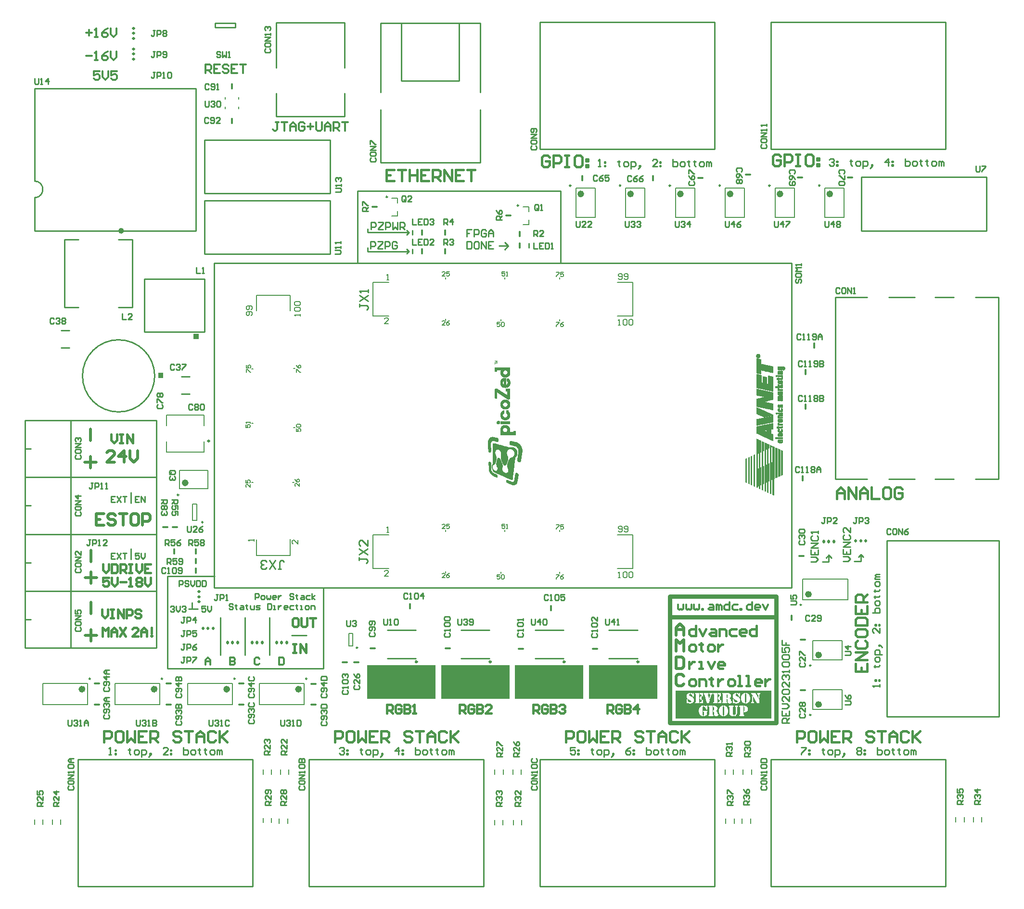
<source format=gto>
G04*
G04 #@! TF.GenerationSoftware,Altium Limited,Altium Designer,24.3.1 (35)*
G04*
G04 Layer_Color=65535*
%FSLAX25Y25*%
%MOIN*%
G70*
G04*
G04 #@! TF.SameCoordinates,3B69BD5E-037E-4523-B438-7C8EF642A6C4*
G04*
G04*
G04 #@! TF.FilePolarity,Positive*
G04*
G01*
G75*
%ADD10C,0.02362*%
%ADD11C,0.00984*%
%ADD12C,0.00394*%
%ADD13C,0.01200*%
%ADD14C,0.01000*%
%ADD15C,0.01968*%
%ADD16C,0.00100*%
%ADD17C,0.00050*%
%ADD18C,0.00600*%
%ADD19C,0.00787*%
%ADD20C,0.03000*%
%ADD21C,0.02000*%
%ADD22C,0.01500*%
%ADD23C,0.01300*%
%ADD24C,0.00400*%
%ADD25C,0.00500*%
%ADD26R,0.47244X0.23622*%
G36*
X617224Y227424D02*
Y216962D01*
X550724D01*
Y227424D01*
Y236462D01*
X617224D01*
Y227424D01*
D02*
G37*
G36*
X220421Y479984D02*
X216905D01*
Y483500D01*
X220421D01*
Y479984D01*
D02*
G37*
G36*
X196000Y452984D02*
X192483D01*
Y456500D01*
X196000D01*
Y452984D01*
D02*
G37*
%LPC*%
G36*
X582329Y234655D02*
X580081D01*
Y233863D01*
X580196Y233846D01*
X580312Y233828D01*
X580410Y233805D01*
X580509Y233776D01*
X580601Y233748D01*
X580682Y233719D01*
X580757Y233690D01*
X580821Y233661D01*
X580878Y233626D01*
X580931Y233597D01*
X580977Y233574D01*
X581011Y233551D01*
X581040Y233534D01*
X581058Y233516D01*
X581069Y233511D01*
X581075Y233505D01*
X581139Y233447D01*
X581196Y233389D01*
X581306Y233256D01*
X581399Y233118D01*
X581474Y232979D01*
X581532Y232857D01*
X581555Y232805D01*
X581572Y232759D01*
X581589Y232719D01*
X581601Y232690D01*
X581607Y232673D01*
Y232667D01*
X581630Y232609D01*
X581653Y232557D01*
X581676Y232517D01*
X581693Y232488D01*
X581711Y232459D01*
X581728Y232441D01*
X581734Y232435D01*
X581740Y232430D01*
X581769Y232407D01*
X581809Y232395D01*
X581878Y232372D01*
X581913D01*
X581942Y232366D01*
X581965D01*
X582029Y232372D01*
X582081Y232383D01*
X582133Y232395D01*
X582167Y232418D01*
X582196Y232435D01*
X582219Y232447D01*
X582231Y232459D01*
X582237Y232464D01*
X582266Y232505D01*
X582289Y232557D01*
X582306Y232603D01*
X582318Y232649D01*
X582323Y232696D01*
X582329Y232730D01*
Y232753D01*
Y232759D01*
Y234655D01*
D02*
G37*
G36*
X569775D02*
X567527D01*
Y233863D01*
X567642Y233846D01*
X567758Y233828D01*
X567856Y233805D01*
X567954Y233776D01*
X568047Y233748D01*
X568128Y233719D01*
X568203Y233690D01*
X568266Y233661D01*
X568324Y233626D01*
X568376Y233597D01*
X568423Y233574D01*
X568457Y233551D01*
X568486Y233534D01*
X568504Y233516D01*
X568515Y233511D01*
X568521Y233505D01*
X568584Y233447D01*
X568642Y233389D01*
X568752Y233256D01*
X568845Y233118D01*
X568920Y232979D01*
X568977Y232857D01*
X569000Y232805D01*
X569018Y232759D01*
X569035Y232719D01*
X569047Y232690D01*
X569053Y232673D01*
Y232667D01*
X569076Y232609D01*
X569099Y232557D01*
X569122Y232517D01*
X569139Y232488D01*
X569157Y232459D01*
X569174Y232441D01*
X569180Y232435D01*
X569185Y232430D01*
X569214Y232407D01*
X569255Y232395D01*
X569324Y232372D01*
X569359D01*
X569388Y232366D01*
X569411D01*
X569475Y232372D01*
X569526Y232383D01*
X569579Y232395D01*
X569613Y232418D01*
X569642Y232435D01*
X569665Y232447D01*
X569677Y232459D01*
X569683Y232464D01*
X569711Y232505D01*
X569735Y232557D01*
X569752Y232603D01*
X569764Y232649D01*
X569769Y232696D01*
X569775Y232730D01*
Y232753D01*
Y232759D01*
Y234655D01*
D02*
G37*
G36*
X593201Y234765D02*
X593161D01*
Y234019D01*
X593271Y233990D01*
X593369Y233962D01*
X593467Y233933D01*
X593554Y233904D01*
X593635Y233869D01*
X593710Y233840D01*
X593779Y233805D01*
X593843Y233776D01*
X593895Y233748D01*
X593941Y233724D01*
X593982Y233701D01*
X594016Y233678D01*
X594039Y233661D01*
X594057Y233649D01*
X594068Y233644D01*
X594074Y233638D01*
X594143Y233511D01*
X594207Y233401D01*
X594265Y233297D01*
X594311Y233210D01*
X594346Y233141D01*
X594375Y233089D01*
X594392Y233054D01*
X594398Y233048D01*
Y233042D01*
X594444Y232950D01*
X594485Y232857D01*
X594519Y232771D01*
X594542Y232696D01*
X594565Y232632D01*
X594577Y232580D01*
X594589Y232545D01*
Y232540D01*
Y232534D01*
X594606Y232453D01*
X594629Y232389D01*
X594635Y232366D01*
X594641Y232349D01*
X594646Y232343D01*
Y232337D01*
X594675Y232291D01*
X594704Y232251D01*
X594727Y232222D01*
X594739Y232210D01*
X594785Y232181D01*
X594831Y232158D01*
X594872Y232147D01*
X594912Y232135D01*
X594947Y232129D01*
X594976Y232123D01*
X594999D01*
X595063Y232129D01*
X595120Y232141D01*
X595172Y232164D01*
X595213Y232187D01*
X595248Y232210D01*
X595271Y232233D01*
X595288Y232245D01*
X595294Y232251D01*
X595334Y232303D01*
X595363Y232355D01*
X595380Y232401D01*
X595398Y232453D01*
X595404Y232493D01*
X595409Y232528D01*
Y232551D01*
Y232557D01*
Y234227D01*
X595404Y234314D01*
X595398Y234383D01*
X595380Y234453D01*
X595363Y234505D01*
X595346Y234545D01*
X595334Y234580D01*
X595323Y234597D01*
X595317Y234603D01*
X595282Y234649D01*
X595236Y234684D01*
X595190Y234707D01*
X595144Y234724D01*
X595103Y234736D01*
X595068Y234742D01*
X595034D01*
X594970Y234736D01*
X594912Y234713D01*
X594866Y234690D01*
X594820Y234655D01*
X594785Y234626D01*
X594762Y234597D01*
X594745Y234574D01*
X594739Y234568D01*
X594664Y234458D01*
X594635Y234430D01*
X594612Y234418D01*
X594589Y234412D01*
X594565D01*
X594542Y234418D01*
X594485Y234435D01*
X594456Y234441D01*
X594438Y234447D01*
X594421Y234453D01*
X594415D01*
X594282Y234511D01*
X594167Y234557D01*
X594063Y234597D01*
X593976Y234626D01*
X593907Y234649D01*
X593855Y234667D01*
X593826Y234678D01*
X593814D01*
X593722Y234701D01*
X593618Y234719D01*
X593508Y234736D01*
X593404Y234748D01*
X593305Y234753D01*
X593265Y234759D01*
X593230D01*
X593201Y234765D01*
D02*
G37*
G36*
X561180D02*
X561140D01*
Y234019D01*
X561250Y233990D01*
X561348Y233962D01*
X561446Y233933D01*
X561533Y233904D01*
X561614Y233869D01*
X561689Y233840D01*
X561758Y233805D01*
X561822Y233776D01*
X561874Y233748D01*
X561920Y233724D01*
X561961Y233701D01*
X561995Y233678D01*
X562018Y233661D01*
X562036Y233649D01*
X562047Y233644D01*
X562053Y233638D01*
X562122Y233511D01*
X562186Y233401D01*
X562244Y233297D01*
X562290Y233210D01*
X562325Y233141D01*
X562354Y233089D01*
X562371Y233054D01*
X562377Y233048D01*
Y233042D01*
X562423Y232950D01*
X562463Y232857D01*
X562498Y232771D01*
X562521Y232696D01*
X562544Y232632D01*
X562556Y232580D01*
X562567Y232545D01*
Y232540D01*
Y232534D01*
X562585Y232453D01*
X562608Y232389D01*
X562614Y232366D01*
X562619Y232349D01*
X562625Y232343D01*
Y232337D01*
X562654Y232291D01*
X562683Y232251D01*
X562706Y232222D01*
X562718Y232210D01*
X562764Y232181D01*
X562810Y232158D01*
X562851Y232147D01*
X562891Y232135D01*
X562926Y232129D01*
X562955Y232123D01*
X562978D01*
X563041Y232129D01*
X563099Y232141D01*
X563151Y232164D01*
X563192Y232187D01*
X563226Y232210D01*
X563249Y232233D01*
X563267Y232245D01*
X563273Y232251D01*
X563313Y232303D01*
X563342Y232355D01*
X563359Y232401D01*
X563377Y232453D01*
X563382Y232493D01*
X563388Y232528D01*
Y232551D01*
Y232557D01*
Y234227D01*
X563382Y234314D01*
X563377Y234383D01*
X563359Y234453D01*
X563342Y234505D01*
X563325Y234545D01*
X563313Y234580D01*
X563302Y234597D01*
X563296Y234603D01*
X563261Y234649D01*
X563215Y234684D01*
X563168Y234707D01*
X563122Y234724D01*
X563082Y234736D01*
X563047Y234742D01*
X563013D01*
X562949Y234736D01*
X562891Y234713D01*
X562845Y234690D01*
X562799Y234655D01*
X562764Y234626D01*
X562741Y234597D01*
X562723Y234574D01*
X562718Y234568D01*
X562642Y234458D01*
X562614Y234430D01*
X562591Y234418D01*
X562567Y234412D01*
X562544D01*
X562521Y234418D01*
X562463Y234435D01*
X562434Y234441D01*
X562417Y234447D01*
X562400Y234453D01*
X562394D01*
X562261Y234511D01*
X562146Y234557D01*
X562041Y234597D01*
X561955Y234626D01*
X561885Y234649D01*
X561833Y234667D01*
X561804Y234678D01*
X561793D01*
X561700Y234701D01*
X561596Y234719D01*
X561486Y234736D01*
X561382Y234748D01*
X561284Y234753D01*
X561244Y234759D01*
X561209D01*
X561180Y234765D01*
D02*
G37*
G36*
X609085Y234655D02*
X607773D01*
X607692Y234649D01*
X607622Y234644D01*
X607559Y234626D01*
X607513Y234609D01*
X607472Y234592D01*
X607443Y234580D01*
X607426Y234568D01*
X607420Y234563D01*
X607380Y234528D01*
X607351Y234482D01*
X607328Y234435D01*
X607316Y234389D01*
X607305Y234349D01*
X607299Y234314D01*
Y234291D01*
Y234285D01*
X607305Y234198D01*
X607316Y234164D01*
X607328Y234135D01*
X607334Y234112D01*
X607345Y234094D01*
X607351Y234083D01*
Y234077D01*
X607374Y234048D01*
X607403Y234019D01*
X607466Y233973D01*
X607495Y233956D01*
X607513Y233944D01*
X607530Y233938D01*
X607536Y233933D01*
X607634Y233875D01*
X607715Y233817D01*
X607784Y233759D01*
X607836Y233707D01*
X607877Y233655D01*
X607906Y233620D01*
X607923Y233597D01*
X607929Y233586D01*
X607969Y233505D01*
X607998Y233412D01*
X608015Y233314D01*
X608033Y233216D01*
X608039Y233129D01*
X608044Y233060D01*
Y233037D01*
Y233014D01*
Y233002D01*
Y232996D01*
Y231563D01*
X608790Y230592D01*
Y232996D01*
X608796Y233118D01*
X608807Y233222D01*
X608819Y233320D01*
X608836Y233401D01*
X608854Y233464D01*
X608871Y233516D01*
X608877Y233545D01*
X608883Y233557D01*
X608923Y233626D01*
X608969Y233690D01*
X609016Y233742D01*
X609056Y233788D01*
X609091Y233823D01*
X609125Y233852D01*
X609143Y233863D01*
X609148Y233869D01*
X609241Y233909D01*
X609322Y233944D01*
X609380Y233979D01*
X609426Y234002D01*
X609460Y234025D01*
X609478Y234042D01*
X609489Y234048D01*
X609495Y234054D01*
X609518Y234089D01*
X609536Y234123D01*
X609559Y234193D01*
Y234227D01*
X609565Y234250D01*
Y234274D01*
X609559Y234331D01*
X609553Y234378D01*
X609536Y234418D01*
X609518Y234453D01*
X609501Y234482D01*
X609489Y234499D01*
X609478Y234511D01*
X609472Y234516D01*
X609414Y234563D01*
X609345Y234597D01*
X609270Y234620D01*
X609200Y234638D01*
X609137Y234649D01*
X609085Y234655D01*
D02*
G37*
G36*
X576029D02*
X574711D01*
X574630Y234649D01*
X574555Y234638D01*
X574492Y234626D01*
X574439Y234609D01*
X574393Y234586D01*
X574364Y234574D01*
X574341Y234563D01*
X574335Y234557D01*
X574289Y234516D01*
X574255Y234470D01*
X574226Y234424D01*
X574208Y234378D01*
X574197Y234331D01*
X574191Y234297D01*
Y234274D01*
Y234268D01*
X574202Y234175D01*
X574231Y234100D01*
X574266Y234037D01*
X574312Y233990D01*
X574359Y233956D01*
X574393Y233933D01*
X574422Y233921D01*
X574434Y233915D01*
X574590Y233857D01*
X574648Y233834D01*
X574694Y233800D01*
X574740Y233759D01*
X574775Y233719D01*
X574804Y233678D01*
X574821Y233644D01*
X574833Y233620D01*
X574838Y233615D01*
X574850Y233574D01*
X574856Y233534D01*
Y233505D01*
Y233499D01*
Y233493D01*
X574850Y233470D01*
X574844Y233436D01*
X574827Y233349D01*
X574815Y233308D01*
X574804Y233274D01*
X574798Y233256D01*
Y233245D01*
X574214Y231095D01*
X574584Y230048D01*
X575480Y232996D01*
X575520Y233118D01*
X575555Y233227D01*
X575596Y233326D01*
X575630Y233407D01*
X575665Y233464D01*
X575688Y233511D01*
X575705Y233540D01*
X575711Y233551D01*
X575763Y233620D01*
X575815Y233678D01*
X575856Y233724D01*
X575902Y233765D01*
X575931Y233788D01*
X575960Y233805D01*
X575977Y233817D01*
X575983D01*
X576197Y233927D01*
X576254Y233956D01*
X576301Y233979D01*
X576341Y234008D01*
X576370Y234031D01*
X576393Y234048D01*
X576410Y234066D01*
X576422Y234071D01*
Y234077D01*
X576457Y234146D01*
X576474Y234210D01*
X576480Y234239D01*
Y234285D01*
X576468Y234354D01*
X576445Y234418D01*
X576416Y234476D01*
X576376Y234522D01*
X576335Y234557D01*
X576306Y234586D01*
X576283Y234603D01*
X576272Y234609D01*
X576237Y234626D01*
X576191Y234638D01*
X576139Y234644D01*
X576081Y234649D01*
X576029Y234655D01*
D02*
G37*
G36*
X581133Y232661D02*
X581092D01*
X581035Y232655D01*
X580982Y232644D01*
X580936Y232626D01*
X580902Y232609D01*
X580873Y232592D01*
X580850Y232574D01*
X580838Y232563D01*
X580832Y232557D01*
X580803Y232517D01*
X580774Y232464D01*
X580734Y232366D01*
X580717Y232320D01*
X580711Y232285D01*
X580699Y232262D01*
Y232251D01*
X580670Y232158D01*
X580642Y232071D01*
X580613Y232002D01*
X580578Y231944D01*
X580555Y231898D01*
X580532Y231863D01*
X580514Y231840D01*
X580509Y231834D01*
X580456Y231777D01*
X580387Y231725D01*
X580312Y231673D01*
X580237Y231621D01*
X580167Y231580D01*
X580110Y231551D01*
X580087Y231540D01*
X580075Y231528D01*
X580063Y231522D01*
X580058D01*
Y230794D01*
X580162Y230765D01*
X580248Y230725D01*
X580324Y230684D01*
X580387Y230649D01*
X580433Y230615D01*
X580462Y230586D01*
X580485Y230563D01*
X580491Y230557D01*
X580543Y230488D01*
X580584Y230413D01*
X580624Y230332D01*
X580653Y230251D01*
X580676Y230181D01*
X580693Y230118D01*
X580705Y230095D01*
Y230083D01*
X580711Y230071D01*
Y230066D01*
X580728Y229996D01*
X580751Y229939D01*
X580774Y229892D01*
X580797Y229852D01*
X580821Y229817D01*
X580832Y229794D01*
X580844Y229783D01*
X580850Y229777D01*
X580890Y229748D01*
X580931Y229725D01*
X580971Y229707D01*
X581011Y229696D01*
X581046Y229690D01*
X581075Y229684D01*
X581104D01*
X581173Y229690D01*
X581231Y229702D01*
X581283Y229725D01*
X581318Y229748D01*
X581347Y229771D01*
X581364Y229794D01*
X581376Y229806D01*
X581381Y229811D01*
X581410Y229863D01*
X581427Y229927D01*
X581445Y229991D01*
X581451Y230054D01*
X581456Y230112D01*
X581462Y230164D01*
Y230193D01*
Y230205D01*
Y232123D01*
Y232216D01*
X581451Y232291D01*
X581445Y232355D01*
X581433Y232401D01*
X581422Y232441D01*
X581416Y232470D01*
X581404Y232482D01*
Y232488D01*
X581370Y232545D01*
X581323Y232586D01*
X581272Y232621D01*
X581219Y232638D01*
X581167Y232649D01*
X581133Y232661D01*
D02*
G37*
G36*
X568579D02*
X568538D01*
X568480Y232655D01*
X568428Y232644D01*
X568382Y232626D01*
X568347Y232609D01*
X568319Y232592D01*
X568295Y232574D01*
X568284Y232563D01*
X568278Y232557D01*
X568249Y232517D01*
X568220Y232464D01*
X568180Y232366D01*
X568162Y232320D01*
X568157Y232285D01*
X568145Y232262D01*
Y232251D01*
X568116Y232158D01*
X568087Y232071D01*
X568058Y232002D01*
X568024Y231944D01*
X568001Y231898D01*
X567978Y231863D01*
X567960Y231840D01*
X567954Y231834D01*
X567902Y231777D01*
X567833Y231725D01*
X567758Y231673D01*
X567683Y231621D01*
X567613Y231580D01*
X567556Y231551D01*
X567532Y231540D01*
X567521Y231528D01*
X567509Y231522D01*
X567503D01*
Y230794D01*
X567608Y230765D01*
X567694Y230725D01*
X567769Y230684D01*
X567833Y230649D01*
X567879Y230615D01*
X567908Y230586D01*
X567931Y230563D01*
X567937Y230557D01*
X567989Y230488D01*
X568029Y230413D01*
X568070Y230332D01*
X568099Y230251D01*
X568122Y230181D01*
X568139Y230118D01*
X568151Y230095D01*
Y230083D01*
X568157Y230071D01*
Y230066D01*
X568174Y229996D01*
X568197Y229939D01*
X568220Y229892D01*
X568243Y229852D01*
X568266Y229817D01*
X568278Y229794D01*
X568290Y229783D01*
X568295Y229777D01*
X568336Y229748D01*
X568376Y229725D01*
X568417Y229707D01*
X568457Y229696D01*
X568492Y229690D01*
X568521Y229684D01*
X568550D01*
X568619Y229690D01*
X568677Y229702D01*
X568729Y229725D01*
X568764Y229748D01*
X568792Y229771D01*
X568810Y229794D01*
X568821Y229806D01*
X568827Y229811D01*
X568856Y229863D01*
X568873Y229927D01*
X568891Y229991D01*
X568896Y230054D01*
X568902Y230112D01*
X568908Y230164D01*
Y230193D01*
Y230205D01*
Y232123D01*
Y232216D01*
X568896Y232291D01*
X568891Y232355D01*
X568879Y232401D01*
X568868Y232441D01*
X568862Y232470D01*
X568850Y232482D01*
Y232488D01*
X568816Y232545D01*
X568769Y232586D01*
X568717Y232621D01*
X568665Y232638D01*
X568613Y232649D01*
X568579Y232661D01*
D02*
G37*
G36*
X606056Y234655D02*
X603646D01*
X603588Y234649D01*
X603536D01*
X603490Y234644D01*
X603449D01*
X603386Y234632D01*
X603334Y234626D01*
X603305Y234615D01*
X603288Y234609D01*
X603282D01*
X603247Y234592D01*
X603212Y234568D01*
X603160Y234522D01*
X603137Y234499D01*
X603126Y234482D01*
X603120Y234470D01*
X603114Y234464D01*
X603079Y234389D01*
X603062Y234320D01*
Y234291D01*
X603056Y234268D01*
Y234256D01*
Y234250D01*
X603062Y234210D01*
X603068Y234170D01*
X603091Y234106D01*
X603102Y234077D01*
X603108Y234060D01*
X603120Y234048D01*
Y234042D01*
X603143Y234014D01*
X603166Y233985D01*
X603212Y233950D01*
X603247Y233933D01*
X603253Y233927D01*
X603259D01*
X603449Y233857D01*
X603490Y233840D01*
X603530Y233823D01*
X603559Y233805D01*
X603582Y233788D01*
X603611Y233765D01*
X603623Y233759D01*
Y233753D01*
X603646Y233724D01*
X603675Y233690D01*
X603727Y233609D01*
X603750Y233574D01*
X603767Y233540D01*
X603779Y233516D01*
X603785Y233511D01*
X607241Y227563D01*
X608790D01*
Y229910D01*
X606056Y234655D01*
D02*
G37*
G36*
X603779Y232881D02*
Y229187D01*
X603773Y229072D01*
X603761Y228962D01*
X603744Y228869D01*
X603721Y228777D01*
X603692Y228702D01*
X603663Y228626D01*
X603628Y228569D01*
X603600Y228511D01*
X603565Y228465D01*
X603530Y228424D01*
X603501Y228390D01*
X603473Y228366D01*
X603449Y228343D01*
X603432Y228332D01*
X603420Y228320D01*
X603415D01*
X603334Y228280D01*
X603264Y228239D01*
X603207Y228210D01*
X603166Y228182D01*
X603137Y228158D01*
X603120Y228141D01*
X603108Y228135D01*
X603102Y228129D01*
X603079Y228100D01*
X603068Y228066D01*
X603045Y228002D01*
Y227973D01*
X603039Y227950D01*
Y227927D01*
X603045Y227864D01*
X603062Y227806D01*
X603091Y227760D01*
X603126Y227719D01*
X603172Y227684D01*
X603218Y227650D01*
X603322Y227609D01*
X603420Y227580D01*
X603473Y227575D01*
X603513Y227569D01*
X603548Y227563D01*
X604761D01*
X604860Y227569D01*
X604946Y227575D01*
X605010Y227586D01*
X605062Y227604D01*
X605102Y227615D01*
X605131Y227627D01*
X605143Y227632D01*
X605149Y227638D01*
X605201Y227684D01*
X605235Y227731D01*
X605264Y227777D01*
X605282Y227823D01*
X605293Y227864D01*
X605299Y227892D01*
Y227916D01*
Y227921D01*
X605293Y227996D01*
X605270Y228060D01*
X605241Y228112D01*
X605206Y228158D01*
X605166Y228193D01*
X605137Y228222D01*
X605114Y228234D01*
X605108Y228239D01*
X604958Y228326D01*
X604877Y228378D01*
X604813Y228430D01*
X604756Y228482D01*
X604709Y228534D01*
X604675Y228580D01*
X604646Y228615D01*
X604634Y228644D01*
X604629Y228650D01*
X604594Y228731D01*
X604571Y228817D01*
X604548Y228910D01*
X604536Y228996D01*
X604530Y229072D01*
X604524Y229129D01*
Y229152D01*
Y229170D01*
Y229181D01*
Y229187D01*
Y231915D01*
X603779Y232881D01*
D02*
G37*
G36*
X586040Y234655D02*
X583555D01*
X583479Y234649D01*
X583410Y234638D01*
X583352Y234626D01*
X583300Y234609D01*
X583260Y234586D01*
X583231Y234574D01*
X583214Y234563D01*
X583208Y234557D01*
X583161Y234516D01*
X583133Y234476D01*
X583110Y234430D01*
X583092Y234389D01*
X583081Y234349D01*
X583075Y234314D01*
Y234285D01*
X583086Y234187D01*
X583110Y234112D01*
X583138Y234048D01*
X583179Y234002D01*
X583219Y233967D01*
X583248Y233950D01*
X583271Y233938D01*
X583283Y233933D01*
X583358Y233909D01*
X583410Y233892D01*
X583451Y233880D01*
X583479Y233869D01*
X583497Y233863D01*
X583508Y233857D01*
X583514D01*
X583526Y233852D01*
X583537Y233840D01*
X583543Y233828D01*
Y233823D01*
X583560Y233800D01*
X583572Y233771D01*
X583583Y233707D01*
X583589Y233678D01*
Y233655D01*
Y233638D01*
Y233632D01*
Y228580D01*
Y228534D01*
X583583Y228494D01*
X583578Y228459D01*
X583566Y228430D01*
X583560Y228407D01*
X583549Y228395D01*
X583543Y228390D01*
Y228384D01*
X583532Y228372D01*
X583520Y228361D01*
X583514Y228355D01*
X583503Y228349D01*
X583485Y228343D01*
X583456Y228332D01*
X583427Y228326D01*
X583398Y228314D01*
X583370Y228303D01*
X583352Y228297D01*
X583347D01*
X583300Y228280D01*
X583260Y228257D01*
X583190Y228199D01*
X583144Y228141D01*
X583110Y228077D01*
X583092Y228020D01*
X583081Y227973D01*
X583075Y227939D01*
Y227927D01*
X583081Y227864D01*
X583098Y227806D01*
X583115Y227760D01*
X583144Y227719D01*
X583167Y227690D01*
X583185Y227667D01*
X583202Y227656D01*
X583208Y227650D01*
X583260Y227621D01*
X583318Y227598D01*
X583375Y227586D01*
X583433Y227575D01*
X583479Y227569D01*
X583520Y227563D01*
X586104D01*
X586196Y227569D01*
X586277Y227580D01*
X586352Y227598D01*
X586416Y227621D01*
X586462Y227644D01*
X586502Y227661D01*
X586525Y227673D01*
X586531Y227679D01*
X586578Y227708D01*
X586606Y227748D01*
X586629Y227794D01*
X586647Y227835D01*
X586658Y227875D01*
X586664Y227910D01*
Y227933D01*
Y227939D01*
X586658Y227991D01*
X586647Y228043D01*
X586629Y228083D01*
X586606Y228124D01*
X586543Y228193D01*
X586479Y228245D01*
X586410Y228280D01*
X586346Y228303D01*
X586323Y228309D01*
X586306Y228314D01*
X586294Y228320D01*
X586288D01*
X586248Y228332D01*
X586213Y228343D01*
X586185Y228355D01*
X586161Y228361D01*
X586150D01*
X586138Y228366D01*
X586132D01*
X586115Y228378D01*
X586098Y228395D01*
X586086Y228407D01*
X586080Y228413D01*
X586069Y228436D01*
X586057Y228465D01*
X586046Y228534D01*
X586040Y228569D01*
Y228598D01*
Y228615D01*
Y228621D01*
Y234655D01*
D02*
G37*
G36*
X582069Y229927D02*
X582034D01*
X581982Y229921D01*
X581936Y229915D01*
X581896Y229904D01*
X581861Y229887D01*
X581832Y229869D01*
X581815Y229858D01*
X581803Y229852D01*
X581798Y229846D01*
X581745Y229777D01*
X581705Y229707D01*
X581688Y229679D01*
X581682Y229655D01*
X581670Y229638D01*
Y229632D01*
X581624Y229499D01*
X581572Y229384D01*
X581532Y229291D01*
X581491Y229210D01*
X581462Y229152D01*
X581439Y229106D01*
X581422Y229083D01*
X581416Y229072D01*
X581370Y229002D01*
X581318Y228939D01*
X581266Y228875D01*
X581214Y228823D01*
X581162Y228777D01*
X581127Y228736D01*
X581104Y228713D01*
X581092Y228707D01*
X581017Y228644D01*
X580942Y228592D01*
X580873Y228546D01*
X580815Y228505D01*
X580763Y228476D01*
X580722Y228459D01*
X580699Y228447D01*
X580688Y228442D01*
X580607Y228413D01*
X580509Y228384D01*
X580410Y228361D01*
X580312Y228338D01*
X580225Y228320D01*
X580185Y228314D01*
X580156Y228309D01*
X580127Y228303D01*
X580104D01*
X580092Y228297D01*
X580087D01*
Y227563D01*
X582399D01*
Y229447D01*
X582393Y229528D01*
X582387Y229603D01*
X582375Y229667D01*
X582358Y229713D01*
X582341Y229754D01*
X582329Y229783D01*
X582323Y229800D01*
X582318Y229806D01*
X582283Y229846D01*
X582237Y229875D01*
X582191Y229898D01*
X582144Y229910D01*
X582104Y229921D01*
X582069Y229927D01*
D02*
G37*
G36*
X579850Y234655D02*
X577364D01*
X577289Y234649D01*
X577220Y234638D01*
X577162Y234626D01*
X577110Y234609D01*
X577069Y234586D01*
X577040Y234574D01*
X577023Y234563D01*
X577017Y234557D01*
X576971Y234516D01*
X576942Y234476D01*
X576919Y234430D01*
X576902Y234389D01*
X576890Y234349D01*
X576885Y234314D01*
Y234285D01*
X576896Y234187D01*
X576919Y234112D01*
X576948Y234048D01*
X576989Y234002D01*
X577029Y233967D01*
X577058Y233950D01*
X577081Y233938D01*
X577093Y233933D01*
X577168Y233909D01*
X577220Y233892D01*
X577260Y233880D01*
X577289Y233869D01*
X577306Y233863D01*
X577318Y233857D01*
X577324D01*
X577335Y233852D01*
X577347Y233840D01*
X577353Y233828D01*
Y233823D01*
X577370Y233800D01*
X577382Y233771D01*
X577393Y233707D01*
X577399Y233678D01*
Y233655D01*
Y233638D01*
Y233632D01*
Y228580D01*
Y228534D01*
X577393Y228494D01*
X577387Y228459D01*
X577376Y228430D01*
X577370Y228407D01*
X577358Y228395D01*
X577353Y228390D01*
Y228384D01*
X577341Y228372D01*
X577329Y228361D01*
X577324Y228355D01*
X577312Y228349D01*
X577295Y228343D01*
X577266Y228332D01*
X577237Y228326D01*
X577208Y228314D01*
X577179Y228303D01*
X577162Y228297D01*
X577156D01*
X577110Y228280D01*
X577069Y228257D01*
X577000Y228199D01*
X576954Y228141D01*
X576919Y228077D01*
X576902Y228020D01*
X576890Y227973D01*
X576885Y227939D01*
Y227927D01*
X576890Y227864D01*
X576908Y227806D01*
X576925Y227760D01*
X576954Y227719D01*
X576977Y227690D01*
X576994Y227667D01*
X577012Y227656D01*
X577017Y227650D01*
X577069Y227621D01*
X577127Y227598D01*
X577185Y227586D01*
X577243Y227575D01*
X577289Y227569D01*
X577329Y227563D01*
X579850D01*
Y234655D01*
D02*
G37*
G36*
X573191D02*
X570827D01*
X570735Y234649D01*
X570648Y234644D01*
X570578Y234626D01*
X570521Y234615D01*
X570480Y234597D01*
X570445Y234580D01*
X570428Y234574D01*
X570422Y234568D01*
X570365Y234522D01*
X570318Y234470D01*
X570290Y234418D01*
X570266Y234366D01*
X570255Y234314D01*
X570249Y234279D01*
X570243Y234256D01*
Y234245D01*
X570249Y234193D01*
X570255Y234146D01*
X570266Y234106D01*
X570278Y234071D01*
X570290Y234048D01*
X570301Y234031D01*
X570313Y234019D01*
Y234014D01*
X570341Y233985D01*
X570382Y233956D01*
X570474Y233904D01*
X570515Y233880D01*
X570550Y233863D01*
X570578Y233857D01*
X570584Y233852D01*
X570602Y233840D01*
X570619Y233828D01*
X570625Y233817D01*
X570631Y233811D01*
X570642Y233794D01*
X570648Y233776D01*
X570671Y233724D01*
X570682Y233701D01*
X570688Y233678D01*
X570694Y233667D01*
Y233661D01*
X572509Y227563D01*
X573994D01*
X574503Y229430D01*
X573330Y233534D01*
X573324Y233586D01*
X573318Y233632D01*
Y233667D01*
Y233672D01*
Y233678D01*
X573324Y233736D01*
X573336Y233782D01*
X573341Y233805D01*
X573347Y233811D01*
X573359Y233828D01*
X573382Y233846D01*
X573422Y233880D01*
X573463Y233904D01*
X573474Y233909D01*
X573480D01*
X573561Y233956D01*
X573619Y234014D01*
X573665Y234071D01*
X573694Y234135D01*
X573711Y234187D01*
X573717Y234233D01*
X573723Y234262D01*
Y234274D01*
X573717Y234331D01*
X573700Y234389D01*
X573688Y234412D01*
X573677Y234424D01*
X573671Y234435D01*
Y234441D01*
X573636Y234499D01*
X573601Y234540D01*
X573572Y234568D01*
X573567Y234574D01*
X573561D01*
X573497Y234609D01*
X573434Y234626D01*
X573411Y234632D01*
X573393Y234638D01*
X573376D01*
X573336Y234644D01*
X573289Y234649D01*
X573191Y234655D01*
D02*
G37*
G36*
X569515Y229927D02*
X569480D01*
X569428Y229921D01*
X569382Y229915D01*
X569342Y229904D01*
X569307Y229887D01*
X569278Y229869D01*
X569261Y229858D01*
X569249Y229852D01*
X569243Y229846D01*
X569191Y229777D01*
X569151Y229707D01*
X569134Y229679D01*
X569128Y229655D01*
X569116Y229638D01*
Y229632D01*
X569070Y229499D01*
X569018Y229384D01*
X568977Y229291D01*
X568937Y229210D01*
X568908Y229152D01*
X568885Y229106D01*
X568868Y229083D01*
X568862Y229072D01*
X568816Y229002D01*
X568764Y228939D01*
X568712Y228875D01*
X568659Y228823D01*
X568608Y228777D01*
X568573Y228736D01*
X568550Y228713D01*
X568538Y228707D01*
X568463Y228644D01*
X568388Y228592D01*
X568319Y228546D01*
X568261Y228505D01*
X568209Y228476D01*
X568168Y228459D01*
X568145Y228447D01*
X568133Y228442D01*
X568053Y228413D01*
X567954Y228384D01*
X567856Y228361D01*
X567758Y228338D01*
X567671Y228320D01*
X567631Y228314D01*
X567602Y228309D01*
X567573Y228303D01*
X567550D01*
X567538Y228297D01*
X567532D01*
Y227563D01*
X569844D01*
Y229447D01*
X569839Y229528D01*
X569833Y229603D01*
X569821Y229667D01*
X569804Y229713D01*
X569787Y229754D01*
X569775Y229783D01*
X569769Y229800D01*
X569764Y229806D01*
X569729Y229846D01*
X569683Y229875D01*
X569636Y229898D01*
X569590Y229910D01*
X569550Y229921D01*
X569515Y229927D01*
D02*
G37*
G36*
X567295Y234655D02*
X564810D01*
X564735Y234649D01*
X564666Y234638D01*
X564608Y234626D01*
X564556Y234609D01*
X564515Y234586D01*
X564486Y234574D01*
X564469Y234563D01*
X564463Y234557D01*
X564417Y234516D01*
X564388Y234476D01*
X564365Y234430D01*
X564348Y234389D01*
X564336Y234349D01*
X564330Y234314D01*
Y234285D01*
X564342Y234187D01*
X564365Y234112D01*
X564394Y234048D01*
X564434Y234002D01*
X564475Y233967D01*
X564504Y233950D01*
X564527Y233938D01*
X564538Y233933D01*
X564613Y233909D01*
X564666Y233892D01*
X564706Y233880D01*
X564735Y233869D01*
X564752Y233863D01*
X564764Y233857D01*
X564770D01*
X564781Y233852D01*
X564793Y233840D01*
X564798Y233828D01*
Y233823D01*
X564816Y233800D01*
X564827Y233771D01*
X564839Y233707D01*
X564845Y233678D01*
Y233655D01*
Y233638D01*
Y233632D01*
Y228580D01*
Y228534D01*
X564839Y228494D01*
X564833Y228459D01*
X564822Y228430D01*
X564816Y228407D01*
X564804Y228395D01*
X564798Y228390D01*
Y228384D01*
X564787Y228372D01*
X564775Y228361D01*
X564770Y228355D01*
X564758Y228349D01*
X564741Y228343D01*
X564712Y228332D01*
X564683Y228326D01*
X564654Y228314D01*
X564625Y228303D01*
X564608Y228297D01*
X564602D01*
X564556Y228280D01*
X564515Y228257D01*
X564446Y228199D01*
X564400Y228141D01*
X564365Y228077D01*
X564348Y228020D01*
X564336Y227973D01*
X564330Y227939D01*
Y227927D01*
X564336Y227864D01*
X564353Y227806D01*
X564371Y227760D01*
X564400Y227719D01*
X564423Y227690D01*
X564440Y227667D01*
X564458Y227656D01*
X564463Y227650D01*
X564515Y227621D01*
X564573Y227598D01*
X564631Y227586D01*
X564689Y227575D01*
X564735Y227569D01*
X564775Y227563D01*
X567295D01*
Y234655D01*
D02*
G37*
G36*
X599444Y234788D02*
X599415D01*
Y234066D01*
X599484Y234037D01*
X599548Y234014D01*
X599594Y233990D01*
X599629Y233973D01*
X599658Y233962D01*
X599675Y233950D01*
X599681Y233938D01*
X599687D01*
X599733Y233898D01*
X599773Y233857D01*
X599796Y233823D01*
X599808Y233811D01*
Y233805D01*
X599837Y233748D01*
X599854Y233690D01*
X599871Y233626D01*
X599877Y233568D01*
X599883Y233516D01*
X599889Y233476D01*
Y233447D01*
Y233436D01*
Y228927D01*
X599883Y228794D01*
X599871Y228673D01*
X599848Y228574D01*
X599831Y228494D01*
X599808Y228436D01*
X599785Y228390D01*
X599773Y228366D01*
X599767Y228355D01*
X599727Y228309D01*
X599692Y228274D01*
X599669Y228251D01*
X599658Y228245D01*
X599635Y228234D01*
X599600Y228216D01*
X599519Y228193D01*
X599478Y228182D01*
X599444Y228170D01*
X599421Y228164D01*
X599415D01*
Y227430D01*
X599646Y227453D01*
X599871Y227494D01*
X600080Y227540D01*
X600276Y227604D01*
X600461Y227667D01*
X600629Y227742D01*
X600785Y227817D01*
X600923Y227898D01*
X601051Y227973D01*
X601160Y228048D01*
X601259Y228112D01*
X601334Y228176D01*
X601397Y228222D01*
X601444Y228262D01*
X601467Y228291D01*
X601478Y228297D01*
X601571Y228395D01*
X601657Y228494D01*
X601814Y228707D01*
X601952Y228933D01*
X602068Y229164D01*
X602166Y229395D01*
X602247Y229626D01*
X602317Y229858D01*
X602368Y230077D01*
X602409Y230285D01*
X602444Y230482D01*
X602455Y230569D01*
X602467Y230655D01*
X602472Y230730D01*
X602478Y230806D01*
X602484Y230869D01*
X602490Y230927D01*
Y230979D01*
X602496Y231019D01*
Y231268D01*
X602484Y231430D01*
X602449Y231748D01*
X602397Y232043D01*
X602328Y232314D01*
X602247Y232569D01*
X602155Y232805D01*
X602062Y233019D01*
X601964Y233216D01*
X601860Y233383D01*
X601767Y233534D01*
X601675Y233667D01*
X601594Y233771D01*
X601559Y233817D01*
X601525Y233852D01*
X601496Y233886D01*
X601473Y233915D01*
X601455Y233933D01*
X601438Y233950D01*
X601432Y233962D01*
X601426D01*
X601276Y234100D01*
X601120Y234216D01*
X600976Y234320D01*
X600843Y234401D01*
X600779Y234435D01*
X600727Y234464D01*
X600675Y234493D01*
X600634Y234516D01*
X600600Y234528D01*
X600577Y234540D01*
X600559Y234551D01*
X600554D01*
X600369Y234620D01*
X600178Y234678D01*
X599987Y234719D01*
X599808Y234748D01*
X599727Y234759D01*
X599652Y234771D01*
X599582Y234776D01*
X599525Y234782D01*
X599478D01*
X599444Y234788D01*
D02*
G37*
G36*
X599218D02*
X598976Y234771D01*
X598860Y234753D01*
X598750Y234742D01*
X598652Y234724D01*
X598554Y234701D01*
X598467Y234684D01*
X598386Y234661D01*
X598317Y234644D01*
X598253Y234620D01*
X598195Y234603D01*
X598155Y234592D01*
X598114Y234574D01*
X598091Y234568D01*
X598074Y234557D01*
X598068D01*
X597900Y234476D01*
X597739Y234378D01*
X597588Y234279D01*
X597461Y234181D01*
X597403Y234141D01*
X597351Y234094D01*
X597311Y234060D01*
X597270Y234025D01*
X597242Y234002D01*
X597219Y233979D01*
X597207Y233967D01*
X597201Y233962D01*
X597103Y233863D01*
X597016Y233759D01*
X596930Y233655D01*
X596854Y233551D01*
X596779Y233447D01*
X596716Y233343D01*
X596658Y233245D01*
X596606Y233147D01*
X596554Y233060D01*
X596513Y232979D01*
X596484Y232904D01*
X596455Y232840D01*
X596432Y232788D01*
X596415Y232753D01*
X596409Y232724D01*
X596404Y232719D01*
X596357Y232580D01*
X596317Y232441D01*
X596253Y232164D01*
X596207Y231892D01*
X596190Y231759D01*
X596178Y231638D01*
X596167Y231528D01*
X596155Y231424D01*
X596149Y231332D01*
Y231251D01*
X596143Y231187D01*
Y231100D01*
X596149Y230933D01*
X596155Y230771D01*
X596190Y230465D01*
X596236Y230176D01*
X596300Y229904D01*
X596380Y229655D01*
X596461Y229424D01*
X596554Y229216D01*
X596652Y229025D01*
X596744Y228858D01*
X596837Y228707D01*
X596918Y228586D01*
X596999Y228482D01*
X597062Y228401D01*
X597115Y228343D01*
X597132Y228326D01*
X597143Y228309D01*
X597155Y228303D01*
Y228297D01*
X597305Y228158D01*
X597467Y228037D01*
X597635Y227927D01*
X597808Y227835D01*
X597982Y227754D01*
X598149Y227684D01*
X598317Y227621D01*
X598479Y227575D01*
X598629Y227534D01*
X598773Y227499D01*
X598895Y227476D01*
X599005Y227459D01*
X599097Y227442D01*
X599132D01*
X599161Y227436D01*
X599184D01*
X599207Y227430D01*
X599218D01*
Y228158D01*
X599120Y228187D01*
X599039Y228216D01*
X598976Y228251D01*
X598929Y228274D01*
X598895Y228303D01*
X598877Y228320D01*
X598866Y228332D01*
X598860Y228338D01*
X598825Y228413D01*
X598796Y228505D01*
X598779Y228598D01*
X598762Y228696D01*
X598756Y228788D01*
Y228823D01*
X598750Y228858D01*
Y228887D01*
Y228910D01*
Y228921D01*
Y228927D01*
Y233436D01*
X598756Y233528D01*
X598762Y233615D01*
X598779Y233684D01*
X598796Y233736D01*
X598808Y233782D01*
X598825Y233811D01*
X598831Y233828D01*
X598837Y233834D01*
X598877Y233880D01*
X598935Y233927D01*
X598999Y233962D01*
X599062Y233996D01*
X599120Y234025D01*
X599172Y234048D01*
X599207Y234060D01*
X599213Y234066D01*
X599218D01*
Y234788D01*
D02*
G37*
G36*
X592982D02*
X592797Y234776D01*
X592618Y234753D01*
X592450Y234724D01*
X592294Y234696D01*
X592149Y234655D01*
X592017Y234615D01*
X591889Y234574D01*
X591780Y234534D01*
X591681Y234487D01*
X591595Y234447D01*
X591519Y234412D01*
X591456Y234378D01*
X591410Y234349D01*
X591375Y234326D01*
X591352Y234314D01*
X591346Y234308D01*
X591190Y234181D01*
X591051Y234048D01*
X590930Y233909D01*
X590832Y233782D01*
X590757Y233667D01*
X590722Y233615D01*
X590699Y233574D01*
X590681Y233540D01*
X590664Y233511D01*
X590658Y233493D01*
X590652Y233488D01*
X590571Y233297D01*
X590514Y233100D01*
X590468Y232915D01*
X590456Y232823D01*
X590439Y232742D01*
X590433Y232667D01*
X590421Y232597D01*
X590415Y232534D01*
Y232482D01*
X590410Y232435D01*
Y232407D01*
Y232383D01*
Y232378D01*
X590415Y232268D01*
X590421Y232164D01*
X590456Y231956D01*
X590502Y231765D01*
X590566Y231586D01*
X590641Y231418D01*
X590728Y231262D01*
X590820Y231118D01*
X590912Y230991D01*
X591005Y230875D01*
X591097Y230771D01*
X591184Y230684D01*
X591259Y230615D01*
X591323Y230557D01*
X591375Y230517D01*
X591404Y230488D01*
X591415Y230482D01*
X591566Y230378D01*
X591635Y230332D01*
X591704Y230291D01*
X591762Y230262D01*
X591803Y230239D01*
X591831Y230222D01*
X591843Y230216D01*
X591889Y230193D01*
X591947Y230164D01*
X592011Y230135D01*
X592074Y230106D01*
X592219Y230043D01*
X592363Y229979D01*
X592490Y229915D01*
X592554Y229892D01*
X592600Y229869D01*
X592647Y229852D01*
X592675Y229835D01*
X592698Y229829D01*
X592704Y229823D01*
X592803Y229777D01*
X592895Y229736D01*
X592982Y229696D01*
X593057Y229655D01*
X593126Y229621D01*
X593184Y229586D01*
X593242Y229557D01*
X593288Y229528D01*
X593329Y229499D01*
X593363Y229476D01*
X593392Y229459D01*
X593415Y229441D01*
X593444Y229418D01*
X593456Y229413D01*
X593502Y229372D01*
X593542Y229332D01*
X593606Y229245D01*
X593652Y229158D01*
X593681Y229083D01*
X593704Y229014D01*
X593710Y228956D01*
X593716Y228921D01*
Y228916D01*
Y228910D01*
X593710Y228812D01*
X593693Y228725D01*
X593664Y228650D01*
X593635Y228586D01*
X593600Y228534D01*
X593577Y228494D01*
X593554Y228470D01*
X593548Y228465D01*
X593513Y228436D01*
X593473Y228407D01*
X593375Y228355D01*
X593265Y228309D01*
X593155Y228268D01*
X593051Y228234D01*
X593011Y228222D01*
X592970Y228210D01*
X592936Y228199D01*
X592912Y228193D01*
X592895Y228187D01*
X592889D01*
Y227430D01*
X593045Y227436D01*
X593196Y227447D01*
X593334Y227459D01*
X593450Y227482D01*
X593502Y227488D01*
X593554Y227499D01*
X593594Y227505D01*
X593629Y227511D01*
X593658Y227517D01*
X593675Y227522D01*
X593687Y227528D01*
X593693D01*
X593831Y227569D01*
X593959Y227609D01*
X594074Y227650D01*
X594178Y227690D01*
X594265Y227725D01*
X594300Y227742D01*
X594328Y227754D01*
X594352Y227765D01*
X594369Y227777D01*
X594375Y227783D01*
X594381D01*
X594490Y227846D01*
X594589Y227916D01*
X594687Y227985D01*
X594774Y228060D01*
X594860Y228135D01*
X594935Y228205D01*
X595005Y228280D01*
X595068Y228349D01*
X595120Y228413D01*
X595172Y228476D01*
X595213Y228534D01*
X595248Y228580D01*
X595276Y228621D01*
X595294Y228650D01*
X595305Y228667D01*
X595311Y228673D01*
X595369Y228783D01*
X595427Y228887D01*
X595467Y228996D01*
X595508Y229106D01*
X595542Y229210D01*
X595571Y229314D01*
X595594Y229413D01*
X595612Y229505D01*
X595623Y229592D01*
X595635Y229673D01*
X595641Y229742D01*
X595646Y229800D01*
X595652Y229852D01*
Y229915D01*
X595646Y230083D01*
X595623Y230245D01*
X595583Y230395D01*
X595542Y230545D01*
X595484Y230684D01*
X595421Y230817D01*
X595357Y230939D01*
X595294Y231048D01*
X595224Y231152D01*
X595161Y231239D01*
X595097Y231320D01*
X595045Y231384D01*
X594999Y231436D01*
X594958Y231476D01*
X594935Y231499D01*
X594930Y231505D01*
X594878Y231580D01*
X594814Y231649D01*
X594745Y231713D01*
X594681Y231771D01*
X594623Y231817D01*
X594577Y231852D01*
X594548Y231875D01*
X594542Y231881D01*
X594537D01*
X594432Y231944D01*
X594317Y232008D01*
X594196Y232071D01*
X594080Y232123D01*
X593976Y232175D01*
X593930Y232193D01*
X593889Y232210D01*
X593860Y232227D01*
X593837Y232239D01*
X593820Y232245D01*
X593814D01*
X593681Y232303D01*
X593560Y232360D01*
X593450Y232407D01*
X593346Y232453D01*
X593253Y232493D01*
X593173Y232534D01*
X593097Y232563D01*
X593034Y232597D01*
X592976Y232621D01*
X592930Y232644D01*
X592889Y232661D01*
X592860Y232678D01*
X592832Y232690D01*
X592814Y232696D01*
X592808Y232701D01*
X592803D01*
X592727Y232753D01*
X592658Y232811D01*
X592600Y232863D01*
X592548Y232909D01*
X592514Y232950D01*
X592485Y232979D01*
X592467Y233002D01*
X592462Y233008D01*
X592421Y233071D01*
X592392Y233141D01*
X592375Y233204D01*
X592363Y233268D01*
X592352Y233320D01*
X592346Y233360D01*
Y233389D01*
Y233401D01*
X592352Y233482D01*
X592369Y233551D01*
X592392Y233615D01*
X592415Y233667D01*
X592438Y233713D01*
X592462Y233742D01*
X592479Y233765D01*
X592485Y233771D01*
X592548Y233828D01*
X592623Y233875D01*
X592704Y233921D01*
X592785Y233956D01*
X592860Y233985D01*
X592924Y234008D01*
X592947Y234014D01*
X592964Y234019D01*
X592976Y234025D01*
X592982D01*
Y234788D01*
D02*
G37*
G36*
X590814Y230309D02*
X590785D01*
X590722Y230303D01*
X590670Y230285D01*
X590624Y230262D01*
X590583Y230239D01*
X590548Y230210D01*
X590525Y230193D01*
X590514Y230176D01*
X590508Y230170D01*
X590473Y230118D01*
X590450Y230066D01*
X590427Y230019D01*
X590415Y229967D01*
X590410Y229927D01*
X590404Y229892D01*
Y228025D01*
X590410Y227933D01*
X590421Y227852D01*
X590439Y227777D01*
X590462Y227719D01*
X590491Y227667D01*
X590525Y227621D01*
X590560Y227586D01*
X590595Y227563D01*
X590629Y227540D01*
X590664Y227522D01*
X590728Y227499D01*
X590751D01*
X590768Y227494D01*
X590785D01*
X590843Y227499D01*
X590901Y227517D01*
X590947Y227546D01*
X590993Y227575D01*
X591028Y227598D01*
X591057Y227627D01*
X591074Y227644D01*
X591080Y227650D01*
X591115Y227684D01*
X591138Y227713D01*
X591161Y227736D01*
X591178Y227754D01*
X591196Y227771D01*
X591201Y227777D01*
X591230Y227788D01*
X591259Y227800D01*
X591300D01*
X591334Y227794D01*
X591363Y227788D01*
X591387Y227783D01*
X591398Y227777D01*
X591427Y227765D01*
X591473Y227748D01*
X591525Y227731D01*
X591577Y227713D01*
X591623Y227690D01*
X591664Y227679D01*
X591693Y227667D01*
X591704Y227661D01*
X591884Y227586D01*
X592057Y227528D01*
X592230Y227488D01*
X592386Y227459D01*
X592456Y227447D01*
X592519Y227442D01*
X592577Y227436D01*
X592623D01*
X592664Y227430D01*
X592716D01*
Y228187D01*
X592560Y228222D01*
X592421Y228268D01*
X592306Y228309D01*
X592207Y228355D01*
X592126Y228390D01*
X592074Y228424D01*
X592040Y228447D01*
X592028Y228453D01*
X591918Y228574D01*
X591814Y228696D01*
X591727Y228812D01*
X591647Y228921D01*
X591589Y229008D01*
X591560Y229048D01*
X591542Y229077D01*
X591525Y229106D01*
X591514Y229124D01*
X591502Y229135D01*
Y229141D01*
X591427Y229280D01*
X591363Y229418D01*
X591306Y229557D01*
X591259Y229679D01*
X591219Y229783D01*
X591207Y229823D01*
X591196Y229863D01*
X591184Y229892D01*
X591178Y229915D01*
X591173Y229927D01*
Y229933D01*
X591150Y230002D01*
X591126Y230060D01*
X591103Y230106D01*
X591086Y230147D01*
X591063Y230176D01*
X591051Y230199D01*
X591040Y230210D01*
X591034Y230216D01*
X590999Y230251D01*
X590959Y230274D01*
X590918Y230291D01*
X590878Y230297D01*
X590843Y230303D01*
X590814Y230309D01*
D02*
G37*
G36*
X560961Y234788D02*
X560776Y234776D01*
X560596Y234753D01*
X560429Y234724D01*
X560273Y234696D01*
X560128Y234655D01*
X559995Y234615D01*
X559868Y234574D01*
X559758Y234534D01*
X559660Y234487D01*
X559573Y234447D01*
X559498Y234412D01*
X559435Y234378D01*
X559388Y234349D01*
X559354Y234326D01*
X559331Y234314D01*
X559325Y234308D01*
X559169Y234181D01*
X559030Y234048D01*
X558909Y233909D01*
X558810Y233782D01*
X558735Y233667D01*
X558701Y233615D01*
X558677Y233574D01*
X558660Y233540D01*
X558643Y233511D01*
X558637Y233493D01*
X558631Y233488D01*
X558550Y233297D01*
X558493Y233100D01*
X558446Y232915D01*
X558435Y232823D01*
X558417Y232742D01*
X558412Y232667D01*
X558400Y232597D01*
X558394Y232534D01*
Y232482D01*
X558389Y232435D01*
Y232407D01*
Y232383D01*
Y232378D01*
X558394Y232268D01*
X558400Y232164D01*
X558435Y231956D01*
X558481Y231765D01*
X558544Y231586D01*
X558620Y231418D01*
X558706Y231262D01*
X558799Y231118D01*
X558891Y230991D01*
X558984Y230875D01*
X559076Y230771D01*
X559163Y230684D01*
X559238Y230615D01*
X559302Y230557D01*
X559354Y230517D01*
X559383Y230488D01*
X559394Y230482D01*
X559545Y230378D01*
X559614Y230332D01*
X559683Y230291D01*
X559741Y230262D01*
X559781Y230239D01*
X559810Y230222D01*
X559822Y230216D01*
X559868Y230193D01*
X559926Y230164D01*
X559990Y230135D01*
X560053Y230106D01*
X560198Y230043D01*
X560342Y229979D01*
X560469Y229915D01*
X560533Y229892D01*
X560579Y229869D01*
X560625Y229852D01*
X560654Y229835D01*
X560677Y229829D01*
X560683Y229823D01*
X560781Y229777D01*
X560874Y229736D01*
X560961Y229696D01*
X561036Y229655D01*
X561105Y229621D01*
X561163Y229586D01*
X561221Y229557D01*
X561267Y229528D01*
X561307Y229499D01*
X561342Y229476D01*
X561371Y229459D01*
X561394Y229441D01*
X561423Y229418D01*
X561435Y229413D01*
X561481Y229372D01*
X561521Y229332D01*
X561585Y229245D01*
X561631Y229158D01*
X561660Y229083D01*
X561683Y229014D01*
X561689Y228956D01*
X561695Y228921D01*
Y228916D01*
Y228910D01*
X561689Y228812D01*
X561671Y228725D01*
X561643Y228650D01*
X561614Y228586D01*
X561579Y228534D01*
X561556Y228494D01*
X561533Y228470D01*
X561527Y228465D01*
X561492Y228436D01*
X561452Y228407D01*
X561354Y228355D01*
X561244Y228309D01*
X561134Y228268D01*
X561030Y228234D01*
X560990Y228222D01*
X560949Y228210D01*
X560914Y228199D01*
X560891Y228193D01*
X560874Y228187D01*
X560868D01*
Y227430D01*
X561024Y227436D01*
X561174Y227447D01*
X561313Y227459D01*
X561429Y227482D01*
X561481Y227488D01*
X561533Y227499D01*
X561573Y227505D01*
X561608Y227511D01*
X561637Y227517D01*
X561654Y227522D01*
X561666Y227528D01*
X561671D01*
X561810Y227569D01*
X561937Y227609D01*
X562053Y227650D01*
X562157Y227690D01*
X562244Y227725D01*
X562278Y227742D01*
X562307Y227754D01*
X562330Y227765D01*
X562348Y227777D01*
X562354Y227783D01*
X562359D01*
X562469Y227846D01*
X562567Y227916D01*
X562666Y227985D01*
X562752Y228060D01*
X562839Y228135D01*
X562914Y228205D01*
X562984Y228280D01*
X563047Y228349D01*
X563099Y228413D01*
X563151Y228476D01*
X563192Y228534D01*
X563226Y228580D01*
X563255Y228621D01*
X563273Y228650D01*
X563284Y228667D01*
X563290Y228673D01*
X563348Y228783D01*
X563406Y228887D01*
X563446Y228996D01*
X563486Y229106D01*
X563521Y229210D01*
X563550Y229314D01*
X563573Y229413D01*
X563590Y229505D01*
X563602Y229592D01*
X563614Y229673D01*
X563619Y229742D01*
X563625Y229800D01*
X563631Y229852D01*
Y229915D01*
X563625Y230083D01*
X563602Y230245D01*
X563562Y230395D01*
X563521Y230545D01*
X563463Y230684D01*
X563400Y230817D01*
X563336Y230939D01*
X563273Y231048D01*
X563203Y231152D01*
X563140Y231239D01*
X563076Y231320D01*
X563024Y231384D01*
X562978Y231436D01*
X562937Y231476D01*
X562914Y231499D01*
X562908Y231505D01*
X562856Y231580D01*
X562793Y231649D01*
X562723Y231713D01*
X562660Y231771D01*
X562602Y231817D01*
X562556Y231852D01*
X562527Y231875D01*
X562521Y231881D01*
X562515D01*
X562411Y231944D01*
X562296Y232008D01*
X562174Y232071D01*
X562059Y232123D01*
X561955Y232175D01*
X561908Y232193D01*
X561868Y232210D01*
X561839Y232227D01*
X561816Y232239D01*
X561799Y232245D01*
X561793D01*
X561660Y232303D01*
X561539Y232360D01*
X561429Y232407D01*
X561325Y232453D01*
X561232Y232493D01*
X561151Y232534D01*
X561076Y232563D01*
X561013Y232597D01*
X560955Y232621D01*
X560909Y232644D01*
X560868Y232661D01*
X560839Y232678D01*
X560810Y232690D01*
X560793Y232696D01*
X560787Y232701D01*
X560781D01*
X560706Y232753D01*
X560637Y232811D01*
X560579Y232863D01*
X560527Y232909D01*
X560492Y232950D01*
X560463Y232979D01*
X560446Y233002D01*
X560440Y233008D01*
X560400Y233071D01*
X560371Y233141D01*
X560354Y233204D01*
X560342Y233268D01*
X560330Y233320D01*
X560325Y233360D01*
Y233389D01*
Y233401D01*
X560330Y233482D01*
X560348Y233551D01*
X560371Y233615D01*
X560394Y233667D01*
X560417Y233713D01*
X560440Y233742D01*
X560458Y233765D01*
X560463Y233771D01*
X560527Y233828D01*
X560602Y233875D01*
X560683Y233921D01*
X560764Y233956D01*
X560839Y233985D01*
X560903Y234008D01*
X560926Y234014D01*
X560943Y234019D01*
X560955Y234025D01*
X560961D01*
Y234788D01*
D02*
G37*
G36*
X558793Y230309D02*
X558764D01*
X558701Y230303D01*
X558649Y230285D01*
X558602Y230262D01*
X558562Y230239D01*
X558527Y230210D01*
X558504Y230193D01*
X558493Y230176D01*
X558487Y230170D01*
X558452Y230118D01*
X558429Y230066D01*
X558406Y230019D01*
X558394Y229967D01*
X558389Y229927D01*
X558383Y229892D01*
Y228025D01*
X558389Y227933D01*
X558400Y227852D01*
X558417Y227777D01*
X558440Y227719D01*
X558469Y227667D01*
X558504Y227621D01*
X558539Y227586D01*
X558573Y227563D01*
X558608Y227540D01*
X558643Y227522D01*
X558706Y227499D01*
X558730D01*
X558747Y227494D01*
X558764D01*
X558822Y227499D01*
X558880Y227517D01*
X558926Y227546D01*
X558972Y227575D01*
X559007Y227598D01*
X559036Y227627D01*
X559053Y227644D01*
X559059Y227650D01*
X559094Y227684D01*
X559117Y227713D01*
X559140Y227736D01*
X559157Y227754D01*
X559174Y227771D01*
X559180Y227777D01*
X559209Y227788D01*
X559238Y227800D01*
X559279D01*
X559313Y227794D01*
X559342Y227788D01*
X559365Y227783D01*
X559377Y227777D01*
X559406Y227765D01*
X559452Y227748D01*
X559504Y227731D01*
X559556Y227713D01*
X559602Y227690D01*
X559643Y227679D01*
X559672Y227667D01*
X559683Y227661D01*
X559862Y227586D01*
X560036Y227528D01*
X560209Y227488D01*
X560365Y227459D01*
X560435Y227447D01*
X560498Y227442D01*
X560556Y227436D01*
X560602D01*
X560643Y227430D01*
X560695D01*
Y228187D01*
X560539Y228222D01*
X560400Y228268D01*
X560284Y228309D01*
X560186Y228355D01*
X560105Y228390D01*
X560053Y228424D01*
X560018Y228447D01*
X560007Y228453D01*
X559897Y228574D01*
X559793Y228696D01*
X559706Y228812D01*
X559625Y228921D01*
X559568Y229008D01*
X559539Y229048D01*
X559521Y229077D01*
X559504Y229106D01*
X559492Y229124D01*
X559481Y229135D01*
Y229141D01*
X559406Y229280D01*
X559342Y229418D01*
X559284Y229557D01*
X559238Y229679D01*
X559198Y229783D01*
X559186Y229823D01*
X559174Y229863D01*
X559163Y229892D01*
X559157Y229915D01*
X559151Y229927D01*
Y229933D01*
X559128Y230002D01*
X559105Y230060D01*
X559082Y230106D01*
X559065Y230147D01*
X559042Y230176D01*
X559030Y230199D01*
X559019Y230210D01*
X559013Y230216D01*
X558978Y230251D01*
X558938Y230274D01*
X558897Y230291D01*
X558857Y230297D01*
X558822Y230303D01*
X558793Y230309D01*
D02*
G37*
G36*
X586653Y234655D02*
X586219D01*
Y233909D01*
X586283Y233892D01*
X586346Y233869D01*
X586445Y233828D01*
X586525Y233788D01*
X586589Y233753D01*
X586635Y233719D01*
X586664Y233696D01*
X586682Y233678D01*
X586687Y233672D01*
X586722Y233620D01*
X586745Y233557D01*
X586768Y233488D01*
X586780Y233424D01*
X586786Y233360D01*
X586791Y233314D01*
Y233279D01*
Y233274D01*
Y233268D01*
Y231927D01*
Y231852D01*
X586786Y231794D01*
X586780Y231736D01*
X586774Y231696D01*
X586768Y231661D01*
X586763Y231638D01*
X586757Y231626D01*
Y231621D01*
X586734Y231563D01*
X586716Y231517D01*
X586705Y231493D01*
X586699Y231482D01*
X586635Y231447D01*
X586566Y231413D01*
X586485Y231389D01*
X586410Y231366D01*
X586341Y231349D01*
X586283Y231337D01*
X586260Y231332D01*
X586242Y231326D01*
X586231D01*
Y230603D01*
X586341Y230586D01*
X586433Y230563D01*
X586508Y230534D01*
X586566Y230505D01*
X586606Y230482D01*
X586635Y230459D01*
X586653Y230441D01*
X586658Y230436D01*
X586693Y230384D01*
X586722Y230332D01*
X586745Y230280D01*
X586763Y230228D01*
X586774Y230181D01*
X586780Y230147D01*
X586786Y230123D01*
Y230118D01*
Y230095D01*
X586791Y230060D01*
Y230008D01*
Y229956D01*
Y229904D01*
Y229858D01*
Y229829D01*
Y229823D01*
Y229817D01*
Y228967D01*
X586797Y228835D01*
X586809Y228713D01*
X586826Y228598D01*
X586855Y228488D01*
X586884Y228384D01*
X586918Y228291D01*
X586953Y228205D01*
X586994Y228129D01*
X587028Y228060D01*
X587063Y228002D01*
X587098Y227950D01*
X587127Y227910D01*
X587155Y227875D01*
X587173Y227852D01*
X587184Y227840D01*
X587190Y227835D01*
X587271Y227765D01*
X587352Y227702D01*
X587444Y227644D01*
X587537Y227598D01*
X587630Y227557D01*
X587722Y227522D01*
X587814Y227499D01*
X587901Y227476D01*
X587982Y227459D01*
X588057Y227447D01*
X588127Y227436D01*
X588190Y227430D01*
X588236Y227424D01*
X588306D01*
X588433Y227430D01*
X588549Y227436D01*
X588653Y227447D01*
X588739Y227465D01*
X588814Y227482D01*
X588866Y227494D01*
X588901Y227499D01*
X588913Y227505D01*
X589005Y227534D01*
X589092Y227575D01*
X589173Y227609D01*
X589236Y227650D01*
X589294Y227684D01*
X589335Y227713D01*
X589358Y227731D01*
X589369Y227736D01*
X589462Y227817D01*
X589543Y227892D01*
X589618Y227973D01*
X589676Y228043D01*
X589728Y228100D01*
X589762Y228147D01*
X589785Y228176D01*
X589791Y228187D01*
X589849Y228280D01*
X589889Y228361D01*
X589918Y228436D01*
X589936Y228499D01*
X589953Y228551D01*
X589959Y228586D01*
Y228621D01*
X589953Y228667D01*
X589942Y228713D01*
X589918Y228760D01*
X589901Y228794D01*
X589878Y228829D01*
X589855Y228852D01*
X589843Y228869D01*
X589837Y228875D01*
X589791Y228916D01*
X589751Y228950D01*
X589710Y228973D01*
X589670Y228985D01*
X589635Y228996D01*
X589612Y229002D01*
X589589D01*
X589520Y228996D01*
X589462Y228973D01*
X589404Y228944D01*
X589358Y228910D01*
X589317Y228869D01*
X589288Y228840D01*
X589271Y228817D01*
X589265Y228812D01*
X589242Y228783D01*
X589230Y228765D01*
X589207Y228736D01*
X589196Y228725D01*
X589190Y228719D01*
X589184D01*
X589190Y228725D01*
Y228748D01*
Y228765D01*
Y228771D01*
Y229817D01*
X589184Y229915D01*
X589173Y230002D01*
X589150Y230089D01*
X589126Y230164D01*
X589103Y230228D01*
X589080Y230274D01*
X589069Y230303D01*
X589063Y230314D01*
X589011Y230401D01*
X588953Y230482D01*
X588895Y230551D01*
X588837Y230615D01*
X588786Y230661D01*
X588745Y230701D01*
X588716Y230725D01*
X588705Y230730D01*
X588624Y230788D01*
X588537Y230835D01*
X588462Y230875D01*
X588387Y230910D01*
X588323Y230939D01*
X588271Y230956D01*
X588236Y230967D01*
X588231Y230973D01*
X588225D01*
X588121Y231002D01*
X588011Y231025D01*
X587907Y231043D01*
X587803Y231060D01*
X587716Y231066D01*
X587681D01*
X587647Y231071D01*
X587583D01*
X587739Y231083D01*
X587878Y231100D01*
X587994Y231123D01*
X588098Y231152D01*
X588179Y231175D01*
X588236Y231199D01*
X588254Y231204D01*
X588271Y231210D01*
X588277Y231216D01*
X588283D01*
X588381Y231268D01*
X588468Y231320D01*
X588549Y231378D01*
X588612Y231430D01*
X588670Y231476D01*
X588710Y231517D01*
X588733Y231540D01*
X588745Y231551D01*
X588832Y231644D01*
X588901Y231742D01*
X588970Y231846D01*
X589022Y231950D01*
X589069Y232054D01*
X589109Y232158D01*
X589138Y232256D01*
X589167Y232355D01*
X589184Y232441D01*
X589202Y232522D01*
X589207Y232597D01*
X589219Y232661D01*
Y232713D01*
X589225Y232753D01*
Y232782D01*
Y232788D01*
X589219Y232956D01*
X589196Y233112D01*
X589161Y233262D01*
X589115Y233401D01*
X589063Y233528D01*
X588999Y233644D01*
X588936Y233748D01*
X588872Y233846D01*
X588803Y233927D01*
X588739Y234002D01*
X588681Y234066D01*
X588624Y234118D01*
X588577Y234158D01*
X588543Y234187D01*
X588520Y234204D01*
X588514Y234210D01*
X588421Y234274D01*
X588329Y234326D01*
X588236Y234372D01*
X588138Y234418D01*
X587953Y234487D01*
X587785Y234540D01*
X587710Y234557D01*
X587635Y234574D01*
X587572Y234586D01*
X587520Y234597D01*
X587473Y234603D01*
X587444D01*
X587421Y234609D01*
X587416D01*
X587260Y234626D01*
X587098Y234638D01*
X586936Y234644D01*
X586786Y234649D01*
X586716D01*
X586653Y234655D01*
D02*
G37*
G36*
X572425Y226006D02*
X572391D01*
X572321Y225994D01*
X572258Y225965D01*
X572200Y225931D01*
X572154Y225885D01*
X572113Y225838D01*
X572084Y225804D01*
X572067Y225775D01*
X572061Y225763D01*
X572026Y225728D01*
X571997Y225705D01*
X571974Y225682D01*
X571957Y225665D01*
X571934Y225647D01*
X571928Y225642D01*
X571911Y225630D01*
X571888Y225624D01*
X571865D01*
X571812Y225630D01*
X571755Y225647D01*
X571732Y225659D01*
X571714Y225665D01*
X571703Y225671D01*
X571697D01*
X571587Y225717D01*
X571466Y225751D01*
X571217Y225827D01*
X570963Y225879D01*
X570842Y225902D01*
X570720Y225925D01*
X570605Y225942D01*
X570501Y225954D01*
X570408Y225971D01*
X570327Y225977D01*
X570263Y225983D01*
X570211Y225989D01*
X570183Y225994D01*
X570171D01*
Y225249D01*
X570333Y225237D01*
X570472Y225220D01*
X570593Y225197D01*
X570691Y225173D01*
X570766Y225150D01*
X570818Y225133D01*
X570853Y225121D01*
X570865Y225116D01*
X570957Y225069D01*
X571044Y225012D01*
X571131Y224948D01*
X571206Y224885D01*
X571269Y224827D01*
X571321Y224781D01*
X571350Y224746D01*
X571362Y224740D01*
Y224734D01*
X571408Y224659D01*
X571454Y224572D01*
X571506Y224486D01*
X571552Y224393D01*
X571599Y224318D01*
X571633Y224249D01*
X571645Y224226D01*
X571657Y224208D01*
X571662Y224197D01*
Y224191D01*
X571726Y224058D01*
X571784Y223937D01*
X571830Y223833D01*
X571865Y223734D01*
X571893Y223659D01*
X571911Y223601D01*
X571922Y223584D01*
Y223567D01*
X571928Y223561D01*
Y223555D01*
X571951Y223468D01*
X571980Y223399D01*
X572003Y223341D01*
X572032Y223289D01*
X572050Y223255D01*
X572067Y223232D01*
X572078Y223214D01*
X572084Y223208D01*
X572125Y223174D01*
X572165Y223151D01*
X572217Y223133D01*
X572263Y223122D01*
X572304Y223116D01*
X572338Y223110D01*
X572367D01*
X572437Y223116D01*
X572495Y223133D01*
X572552Y223156D01*
X572593Y223185D01*
X572633Y223226D01*
X572662Y223266D01*
X572714Y223353D01*
X572737Y223440D01*
X572755Y223520D01*
X572760Y223549D01*
Y223572D01*
Y223590D01*
Y223596D01*
Y225561D01*
X572755Y225636D01*
X572749Y225699D01*
X572731Y225757D01*
X572720Y225804D01*
X572703Y225838D01*
X572685Y225861D01*
X572680Y225879D01*
X572674Y225885D01*
X572639Y225925D01*
X572593Y225954D01*
X572547Y225977D01*
X572500Y225989D01*
X572460Y226000D01*
X572425Y226006D01*
D02*
G37*
G36*
X598146Y225867D02*
X598036D01*
Y225121D01*
X598140Y225104D01*
X598227Y225081D01*
X598296Y225058D01*
X598349Y225035D01*
X598389Y225017D01*
X598418Y225000D01*
X598429Y224989D01*
X598435Y224983D01*
X598476Y224948D01*
X598505Y224914D01*
X598528Y224879D01*
X598545Y224850D01*
X598557Y224821D01*
X598568Y224804D01*
X598574Y224792D01*
Y224786D01*
X598586Y224746D01*
X598597Y224700D01*
X598603Y224596D01*
X598609Y224549D01*
Y224509D01*
Y224486D01*
Y224474D01*
Y222862D01*
X598603Y222752D01*
X598591Y222654D01*
X598574Y222567D01*
X598557Y222492D01*
X598533Y222434D01*
X598516Y222388D01*
X598505Y222364D01*
X598499Y222353D01*
X598464Y222307D01*
X598429Y222272D01*
X598400Y222249D01*
X598395Y222243D01*
X598389D01*
X598354Y222226D01*
X598308Y222208D01*
X598250Y222191D01*
X598192Y222174D01*
X598135Y222156D01*
X598088Y222145D01*
X598054Y222139D01*
X598048Y222133D01*
X598042D01*
Y221411D01*
X598239D01*
X598418Y221417D01*
X598580Y221428D01*
X598730Y221440D01*
X598863Y221451D01*
X598984Y221469D01*
X599088Y221486D01*
X599181Y221503D01*
X599262Y221521D01*
X599331Y221538D01*
X599383Y221555D01*
X599429Y221567D01*
X599464Y221578D01*
X599487Y221590D01*
X599499Y221596D01*
X599505D01*
X599649Y221648D01*
X599782Y221700D01*
X599903Y221763D01*
X600019Y221821D01*
X600123Y221885D01*
X600221Y221948D01*
X600302Y222012D01*
X600377Y222076D01*
X600447Y222133D01*
X600504Y222185D01*
X600551Y222232D01*
X600591Y222278D01*
X600620Y222312D01*
X600643Y222336D01*
X600655Y222353D01*
X600661Y222359D01*
X600724Y222463D01*
X600782Y222567D01*
X600828Y222677D01*
X600869Y222792D01*
X600909Y222902D01*
X600938Y223012D01*
X600961Y223122D01*
X600978Y223226D01*
X600996Y223318D01*
X601007Y223411D01*
X601013Y223492D01*
X601019Y223561D01*
X601025Y223619D01*
Y223694D01*
X601019Y223827D01*
X601002Y223954D01*
X600973Y224081D01*
X600938Y224197D01*
X600898Y224312D01*
X600851Y224416D01*
X600799Y224515D01*
X600753Y224601D01*
X600701Y224688D01*
X600649Y224757D01*
X600603Y224821D01*
X600562Y224873D01*
X600527Y224914D01*
X600499Y224948D01*
X600481Y224966D01*
X600476Y224971D01*
X600441Y225052D01*
X600395Y225127D01*
X600343Y225202D01*
X600291Y225266D01*
X600163Y225387D01*
X600036Y225480D01*
X599909Y225561D01*
X599857Y225590D01*
X599811Y225613D01*
X599770Y225636D01*
X599742Y225647D01*
X599718Y225659D01*
X599713D01*
X599609Y225694D01*
X599493Y225728D01*
X599366Y225757D01*
X599233Y225781D01*
X598955Y225815D01*
X598817Y225833D01*
X598684Y225844D01*
X598551Y225850D01*
X598429Y225856D01*
X598320Y225861D01*
X598227D01*
X598146Y225867D01*
D02*
G37*
G36*
X597828D02*
X595343D01*
X595268Y225861D01*
X595198Y225850D01*
X595141Y225838D01*
X595089Y225821D01*
X595048Y225798D01*
X595019Y225786D01*
X595002Y225775D01*
X594996Y225769D01*
X594950Y225728D01*
X594921Y225688D01*
X594898Y225642D01*
X594880Y225601D01*
X594869Y225561D01*
X594863Y225526D01*
Y225497D01*
X594875Y225399D01*
X594898Y225324D01*
X594927Y225260D01*
X594967Y225214D01*
X595008Y225179D01*
X595037Y225162D01*
X595060Y225150D01*
X595071Y225145D01*
X595146Y225121D01*
X595198Y225104D01*
X595239Y225093D01*
X595268Y225081D01*
X595285Y225075D01*
X595297Y225069D01*
X595302D01*
X595314Y225064D01*
X595326Y225052D01*
X595331Y225041D01*
Y225035D01*
X595349Y225012D01*
X595360Y224983D01*
X595372Y224919D01*
X595378Y224890D01*
Y224867D01*
Y224850D01*
Y224844D01*
Y219792D01*
Y219746D01*
X595372Y219706D01*
X595366Y219671D01*
X595354Y219642D01*
X595349Y219619D01*
X595337Y219607D01*
X595331Y219602D01*
Y219596D01*
X595320Y219584D01*
X595308Y219573D01*
X595302Y219567D01*
X595291Y219561D01*
X595273Y219555D01*
X595245Y219544D01*
X595216Y219538D01*
X595187Y219527D01*
X595158Y219515D01*
X595141Y219509D01*
X595135D01*
X595089Y219492D01*
X595048Y219469D01*
X594979Y219411D01*
X594933Y219353D01*
X594898Y219289D01*
X594880Y219232D01*
X594869Y219185D01*
X594863Y219151D01*
Y219139D01*
X594869Y219076D01*
X594886Y219018D01*
X594904Y218972D01*
X594933Y218931D01*
X594956Y218902D01*
X594973Y218879D01*
X594990Y218868D01*
X594996Y218862D01*
X595048Y218833D01*
X595106Y218810D01*
X595164Y218798D01*
X595222Y218787D01*
X595268Y218781D01*
X595308Y218775D01*
X597892D01*
X597984Y218781D01*
X598065Y218792D01*
X598140Y218810D01*
X598204Y218833D01*
X598250Y218856D01*
X598291Y218873D01*
X598314Y218885D01*
X598320Y218891D01*
X598366Y218920D01*
X598395Y218960D01*
X598418Y219006D01*
X598435Y219047D01*
X598447Y219087D01*
X598453Y219122D01*
Y219145D01*
Y219151D01*
X598447Y219203D01*
X598435Y219255D01*
X598418Y219295D01*
X598395Y219336D01*
X598331Y219405D01*
X598268Y219457D01*
X598198Y219492D01*
X598135Y219515D01*
X598111Y219521D01*
X598094Y219527D01*
X598083Y219532D01*
X598077D01*
X598036Y219544D01*
X598002Y219555D01*
X597973Y219567D01*
X597950Y219573D01*
X597938D01*
X597927Y219579D01*
X597921D01*
X597903Y219590D01*
X597886Y219607D01*
X597874Y219619D01*
X597869Y219625D01*
X597857Y219648D01*
X597846Y219677D01*
X597834Y219746D01*
X597828Y219781D01*
Y219810D01*
Y219827D01*
Y219833D01*
Y225867D01*
D02*
G37*
G36*
X576633D02*
X574148D01*
X574073Y225861D01*
X574003Y225850D01*
X573945Y225838D01*
X573893Y225821D01*
X573853Y225798D01*
X573824Y225786D01*
X573807Y225775D01*
X573801Y225769D01*
X573755Y225728D01*
X573726Y225688D01*
X573703Y225642D01*
X573685Y225601D01*
X573674Y225561D01*
X573668Y225526D01*
Y225497D01*
X573679Y225399D01*
X573703Y225324D01*
X573732Y225260D01*
X573772Y225214D01*
X573812Y225179D01*
X573841Y225162D01*
X573864Y225150D01*
X573876Y225145D01*
X573951Y225121D01*
X574003Y225104D01*
X574044Y225093D01*
X574073Y225081D01*
X574090Y225075D01*
X574101Y225069D01*
X574107D01*
X574119Y225064D01*
X574130Y225052D01*
X574136Y225041D01*
Y225035D01*
X574153Y225012D01*
X574165Y224983D01*
X574177Y224919D01*
X574182Y224890D01*
Y224867D01*
Y224850D01*
Y224844D01*
Y219792D01*
Y219746D01*
X574177Y219706D01*
X574171Y219671D01*
X574159Y219642D01*
X574153Y219619D01*
X574142Y219607D01*
X574136Y219602D01*
Y219596D01*
X574124Y219584D01*
X574113Y219573D01*
X574107Y219567D01*
X574096Y219561D01*
X574078Y219555D01*
X574049Y219544D01*
X574020Y219538D01*
X573992Y219527D01*
X573963Y219515D01*
X573945Y219509D01*
X573940D01*
X573893Y219492D01*
X573853Y219469D01*
X573783Y219411D01*
X573737Y219353D01*
X573703Y219289D01*
X573685Y219232D01*
X573674Y219185D01*
X573668Y219151D01*
Y219139D01*
X573674Y219076D01*
X573691Y219018D01*
X573708Y218972D01*
X573737Y218931D01*
X573760Y218902D01*
X573778Y218879D01*
X573795Y218868D01*
X573801Y218862D01*
X573853Y218833D01*
X573911Y218810D01*
X573969Y218798D01*
X574026Y218787D01*
X574073Y218781D01*
X574113Y218775D01*
X576697D01*
X576789Y218781D01*
X576870Y218792D01*
X576945Y218810D01*
X577009Y218833D01*
X577055Y218856D01*
X577095Y218873D01*
X577118Y218885D01*
X577124Y218891D01*
X577171Y218920D01*
X577200Y218960D01*
X577223Y219006D01*
X577240Y219047D01*
X577251Y219087D01*
X577257Y219122D01*
Y219145D01*
Y219151D01*
X577251Y219203D01*
X577240Y219255D01*
X577223Y219295D01*
X577200Y219336D01*
X577136Y219405D01*
X577072Y219457D01*
X577003Y219492D01*
X576939Y219515D01*
X576916Y219521D01*
X576899Y219527D01*
X576887Y219532D01*
X576882D01*
X576841Y219544D01*
X576806Y219555D01*
X576778Y219567D01*
X576754Y219573D01*
X576743D01*
X576731Y219579D01*
X576725D01*
X576708Y219590D01*
X576691Y219607D01*
X576679Y219619D01*
X576674Y219625D01*
X576662Y219648D01*
X576650Y219677D01*
X576639Y219746D01*
X576633Y219781D01*
Y219810D01*
Y219827D01*
Y219833D01*
Y225867D01*
D02*
G37*
G36*
X593707D02*
X592383D01*
X592297Y225861D01*
X592222Y225856D01*
X592152Y225844D01*
X592100Y225827D01*
X592060Y225809D01*
X592025Y225798D01*
X592008Y225792D01*
X592002Y225786D01*
X591956Y225751D01*
X591927Y225711D01*
X591904Y225671D01*
X591886Y225624D01*
X591875Y225584D01*
X591869Y225549D01*
Y225526D01*
Y225520D01*
X591875Y225468D01*
X591881Y225422D01*
X591892Y225382D01*
X591904Y225347D01*
X591915Y225324D01*
X591921Y225307D01*
X591933Y225295D01*
Y225289D01*
X591962Y225260D01*
X591996Y225226D01*
X592077Y225173D01*
X592118Y225150D01*
X592147Y225133D01*
X592170Y225121D01*
X592175Y225116D01*
X592262Y225064D01*
X592332Y225012D01*
X592401Y224948D01*
X592453Y224879D01*
X592499Y224809D01*
X592540Y224734D01*
X592568Y224665D01*
X592597Y224590D01*
X592615Y224520D01*
X592632Y224457D01*
X592638Y224399D01*
X592649Y224353D01*
Y224307D01*
X592655Y224278D01*
Y224254D01*
Y224249D01*
Y220960D01*
X592649Y220833D01*
X592638Y220706D01*
X592621Y220584D01*
X592597Y220469D01*
X592563Y220359D01*
X592534Y220255D01*
X592499Y220162D01*
X592464Y220070D01*
X592424Y219989D01*
X592389Y219919D01*
X592360Y219862D01*
X592332Y219810D01*
X592303Y219769D01*
X592285Y219735D01*
X592274Y219717D01*
X592268Y219711D01*
X592210Y219683D01*
X592152Y219659D01*
X592019Y219619D01*
X591875Y219579D01*
X591742Y219550D01*
X591615Y219521D01*
X591563Y219515D01*
X591516Y219503D01*
X591476Y219498D01*
X591447D01*
X591430Y219492D01*
X591424D01*
Y218642D01*
X591598Y218665D01*
X591748Y218694D01*
X591875Y218723D01*
X591985Y218752D01*
X592025Y218769D01*
X592066Y218781D01*
X592100Y218792D01*
X592129Y218804D01*
X592147Y218810D01*
X592164Y218815D01*
X592170Y218821D01*
X592175D01*
X592366Y218925D01*
X592459Y218989D01*
X592540Y219047D01*
X592615Y219110D01*
X592684Y219174D01*
X592748Y219232D01*
X592805Y219289D01*
X592858Y219347D01*
X592898Y219399D01*
X592938Y219446D01*
X592967Y219486D01*
X592996Y219521D01*
X593014Y219544D01*
X593019Y219561D01*
X593025Y219567D01*
X593089Y219665D01*
X593147Y219775D01*
X593198Y219885D01*
X593245Y220001D01*
X593279Y220116D01*
X593308Y220232D01*
X593331Y220341D01*
X593355Y220451D01*
X593372Y220555D01*
X593384Y220648D01*
X593389Y220735D01*
X593395Y220810D01*
X593401Y220867D01*
Y220914D01*
Y220943D01*
Y220954D01*
Y224249D01*
X593407Y224353D01*
X593418Y224451D01*
X593435Y224543D01*
X593459Y224619D01*
X593476Y224676D01*
X593493Y224723D01*
X593505Y224752D01*
X593511Y224763D01*
X593557Y224844D01*
X593603Y224908D01*
X593649Y224966D01*
X593696Y225006D01*
X593736Y225041D01*
X593765Y225064D01*
X593788Y225075D01*
X593794Y225081D01*
X593875Y225127D01*
X593938Y225168D01*
X593985Y225202D01*
X594025Y225226D01*
X594054Y225249D01*
X594071Y225260D01*
X594083Y225272D01*
X594112Y225307D01*
X594135Y225341D01*
X594152Y225382D01*
X594164Y225422D01*
X594170Y225457D01*
X594175Y225486D01*
Y225509D01*
X594164Y225578D01*
X594141Y225636D01*
X594106Y225688D01*
X594066Y225734D01*
X594025Y225769D01*
X593990Y225798D01*
X593967Y225815D01*
X593956Y225821D01*
X593921Y225838D01*
X593886Y225850D01*
X593857Y225856D01*
X593846D01*
X593817Y225861D01*
X593782D01*
X593707Y225867D01*
D02*
G37*
G36*
X590626D02*
X588118D01*
X588043Y225861D01*
X587973Y225850D01*
X587916Y225838D01*
X587864Y225821D01*
X587823Y225798D01*
X587794Y225786D01*
X587777Y225775D01*
X587771Y225769D01*
X587725Y225728D01*
X587696Y225688D01*
X587673Y225642D01*
X587655Y225595D01*
X587644Y225555D01*
X587638Y225520D01*
Y225491D01*
X587650Y225399D01*
X587673Y225318D01*
X587702Y225260D01*
X587742Y225214D01*
X587783Y225179D01*
X587812Y225162D01*
X587835Y225150D01*
X587846Y225145D01*
X587921Y225121D01*
X587973Y225104D01*
X588014Y225093D01*
X588043Y225081D01*
X588060Y225075D01*
X588072Y225069D01*
X588077D01*
X588089Y225064D01*
X588101Y225052D01*
X588106Y225041D01*
Y225035D01*
X588124Y225012D01*
X588135Y224983D01*
X588147Y224919D01*
X588153Y224890D01*
Y224867D01*
Y224850D01*
Y224844D01*
Y220891D01*
Y220763D01*
X588158Y220642D01*
X588170Y220532D01*
X588181Y220428D01*
X588193Y220330D01*
X588210Y220243D01*
X588228Y220162D01*
X588245Y220087D01*
X588257Y220024D01*
X588274Y219971D01*
X588291Y219925D01*
X588303Y219885D01*
X588314Y219856D01*
X588326Y219833D01*
X588332Y219821D01*
Y219815D01*
X588407Y219683D01*
X588494Y219567D01*
X588592Y219457D01*
X588684Y219359D01*
X588771Y219284D01*
X588840Y219226D01*
X588864Y219203D01*
X588887Y219185D01*
X588898Y219180D01*
X588904Y219174D01*
X589060Y219076D01*
X589222Y218995D01*
X589378Y218920D01*
X589522Y218868D01*
X589586Y218839D01*
X589650Y218821D01*
X589702Y218804D01*
X589748Y218787D01*
X589782Y218775D01*
X589811Y218769D01*
X589829Y218763D01*
X589835D01*
X590008Y218723D01*
X590199Y218694D01*
X590384Y218671D01*
X590557Y218659D01*
X590638Y218654D01*
X590713Y218648D01*
X590782D01*
X590840Y218642D01*
X591170D01*
Y219475D01*
X591072Y219509D01*
X590990Y219532D01*
X590933Y219555D01*
X590886Y219579D01*
X590852Y219590D01*
X590835Y219602D01*
X590823Y219607D01*
X590817D01*
X590777Y219648D01*
X590736Y219700D01*
X590725Y219723D01*
X590713Y219740D01*
X590702Y219752D01*
Y219758D01*
X590667Y219850D01*
X590638Y219937D01*
X590632Y219971D01*
X590626Y220006D01*
X590621Y220024D01*
Y220029D01*
Y220064D01*
X590615Y220099D01*
X590609Y220185D01*
Y220284D01*
X590603Y220382D01*
Y220469D01*
Y220509D01*
Y220544D01*
Y220573D01*
Y220596D01*
Y220607D01*
Y220613D01*
Y224844D01*
Y224890D01*
X590609Y224931D01*
X590615Y224966D01*
X590621Y224994D01*
X590626Y225017D01*
X590632Y225029D01*
X590638Y225041D01*
X590650Y225058D01*
X590661Y225064D01*
X590667Y225069D01*
X590678Y225075D01*
X590702Y225081D01*
X590730Y225093D01*
X590759Y225098D01*
X590788Y225110D01*
X590811Y225121D01*
X590829Y225127D01*
X590835D01*
X590886Y225145D01*
X590927Y225168D01*
X590967Y225191D01*
X590996Y225220D01*
X591048Y225283D01*
X591083Y225341D01*
X591100Y225399D01*
X591112Y225445D01*
X591118Y225480D01*
Y225486D01*
Y225491D01*
X591112Y225538D01*
X591106Y225578D01*
X591095Y225619D01*
X591077Y225647D01*
X591060Y225676D01*
X591048Y225694D01*
X591043Y225705D01*
X591037Y225711D01*
X590973Y225769D01*
X590904Y225809D01*
X590875Y225821D01*
X590858Y225833D01*
X590840Y225838D01*
X590835D01*
X590626Y225867D01*
D02*
G37*
G36*
X584130Y226000D02*
X584101D01*
Y225278D01*
X584170Y225249D01*
X584234Y225226D01*
X584280Y225202D01*
X584315Y225185D01*
X584343Y225173D01*
X584361Y225162D01*
X584367Y225150D01*
X584373D01*
X584419Y225110D01*
X584459Y225069D01*
X584482Y225035D01*
X584494Y225023D01*
Y225017D01*
X584523Y224960D01*
X584540Y224902D01*
X584557Y224838D01*
X584563Y224781D01*
X584569Y224728D01*
X584575Y224688D01*
Y224659D01*
Y224648D01*
Y220139D01*
X584569Y220006D01*
X584557Y219885D01*
X584534Y219787D01*
X584517Y219706D01*
X584494Y219648D01*
X584471Y219602D01*
X584459Y219579D01*
X584453Y219567D01*
X584413Y219521D01*
X584378Y219486D01*
X584355Y219463D01*
X584343Y219457D01*
X584320Y219446D01*
X584286Y219428D01*
X584205Y219405D01*
X584164Y219394D01*
X584130Y219382D01*
X584107Y219376D01*
X584101D01*
Y218642D01*
X584332Y218665D01*
X584557Y218706D01*
X584765Y218752D01*
X584962Y218815D01*
X585147Y218879D01*
X585315Y218954D01*
X585471Y219029D01*
X585609Y219110D01*
X585737Y219185D01*
X585846Y219261D01*
X585945Y219324D01*
X586020Y219388D01*
X586083Y219434D01*
X586130Y219475D01*
X586153Y219503D01*
X586164Y219509D01*
X586257Y219607D01*
X586343Y219706D01*
X586500Y219919D01*
X586638Y220145D01*
X586754Y220376D01*
X586852Y220607D01*
X586933Y220838D01*
X587002Y221070D01*
X587054Y221289D01*
X587095Y221498D01*
X587129Y221694D01*
X587141Y221781D01*
X587153Y221867D01*
X587158Y221942D01*
X587164Y222018D01*
X587170Y222081D01*
X587176Y222139D01*
Y222191D01*
X587182Y222232D01*
Y222480D01*
X587170Y222642D01*
X587135Y222960D01*
X587083Y223255D01*
X587014Y223526D01*
X586933Y223781D01*
X586840Y224018D01*
X586748Y224231D01*
X586650Y224428D01*
X586546Y224596D01*
X586453Y224746D01*
X586361Y224879D01*
X586280Y224983D01*
X586245Y225029D01*
X586210Y225064D01*
X586182Y225098D01*
X586159Y225127D01*
X586141Y225145D01*
X586124Y225162D01*
X586118Y225173D01*
X586112D01*
X585962Y225312D01*
X585806Y225428D01*
X585661Y225532D01*
X585528Y225613D01*
X585465Y225647D01*
X585413Y225676D01*
X585361Y225705D01*
X585320Y225728D01*
X585286Y225740D01*
X585263Y225751D01*
X585245Y225763D01*
X585240D01*
X585054Y225833D01*
X584864Y225890D01*
X584673Y225931D01*
X584494Y225960D01*
X584413Y225971D01*
X584338Y225983D01*
X584268Y225989D01*
X584211Y225994D01*
X584164D01*
X584130Y226000D01*
D02*
G37*
G36*
X583904D02*
X583662Y225983D01*
X583546Y225965D01*
X583436Y225954D01*
X583338Y225937D01*
X583240Y225913D01*
X583153Y225896D01*
X583072Y225873D01*
X583003Y225856D01*
X582939Y225833D01*
X582881Y225815D01*
X582841Y225804D01*
X582800Y225786D01*
X582777Y225781D01*
X582760Y225769D01*
X582754D01*
X582586Y225688D01*
X582425Y225590D01*
X582274Y225491D01*
X582147Y225393D01*
X582089Y225353D01*
X582037Y225307D01*
X581997Y225272D01*
X581956Y225237D01*
X581927Y225214D01*
X581904Y225191D01*
X581893Y225179D01*
X581887Y225173D01*
X581789Y225075D01*
X581702Y224971D01*
X581615Y224867D01*
X581540Y224763D01*
X581465Y224659D01*
X581401Y224555D01*
X581344Y224457D01*
X581292Y224359D01*
X581240Y224272D01*
X581199Y224191D01*
X581170Y224116D01*
X581141Y224052D01*
X581118Y224000D01*
X581101Y223966D01*
X581095Y223937D01*
X581089Y223931D01*
X581043Y223792D01*
X581003Y223653D01*
X580939Y223376D01*
X580893Y223104D01*
X580876Y222971D01*
X580864Y222850D01*
X580852Y222740D01*
X580841Y222636D01*
X580835Y222544D01*
Y222463D01*
X580829Y222399D01*
Y222312D01*
X580835Y222145D01*
X580841Y221983D01*
X580876Y221677D01*
X580922Y221388D01*
X580985Y221116D01*
X581066Y220867D01*
X581147Y220636D01*
X581240Y220428D01*
X581338Y220237D01*
X581430Y220070D01*
X581523Y219919D01*
X581604Y219798D01*
X581685Y219694D01*
X581748Y219613D01*
X581800Y219555D01*
X581818Y219538D01*
X581829Y219521D01*
X581841Y219515D01*
Y219509D01*
X581991Y219370D01*
X582153Y219249D01*
X582321Y219139D01*
X582494Y219047D01*
X582667Y218966D01*
X582835Y218897D01*
X583003Y218833D01*
X583164Y218787D01*
X583315Y218746D01*
X583459Y218711D01*
X583581Y218688D01*
X583690Y218671D01*
X583783Y218654D01*
X583818D01*
X583847Y218648D01*
X583870D01*
X583893Y218642D01*
X583904D01*
Y219370D01*
X583806Y219399D01*
X583725Y219428D01*
X583662Y219463D01*
X583615Y219486D01*
X583581Y219515D01*
X583563Y219532D01*
X583552Y219544D01*
X583546Y219550D01*
X583511Y219625D01*
X583482Y219717D01*
X583465Y219810D01*
X583448Y219908D01*
X583442Y220001D01*
Y220035D01*
X583436Y220070D01*
Y220099D01*
Y220122D01*
Y220133D01*
Y220139D01*
Y224648D01*
X583442Y224740D01*
X583448Y224827D01*
X583465Y224896D01*
X583482Y224948D01*
X583494Y224994D01*
X583511Y225023D01*
X583517Y225041D01*
X583523Y225046D01*
X583563Y225093D01*
X583621Y225139D01*
X583685Y225173D01*
X583748Y225208D01*
X583806Y225237D01*
X583858Y225260D01*
X583893Y225272D01*
X583898Y225278D01*
X583904D01*
Y226000D01*
D02*
G37*
G36*
X572506Y222474D02*
X570454D01*
X570367Y222468D01*
X570287Y222457D01*
X570217Y222445D01*
X570159Y222428D01*
X570119Y222405D01*
X570084Y222393D01*
X570061Y222382D01*
X570055Y222376D01*
X570003Y222336D01*
X569969Y222295D01*
X569940Y222243D01*
X569922Y222203D01*
X569911Y222156D01*
X569905Y222122D01*
Y222099D01*
Y222093D01*
X569911Y222041D01*
X569917Y221989D01*
X569951Y221908D01*
X569998Y221844D01*
X570055Y221792D01*
X570107Y221758D01*
X570154Y221734D01*
X570188Y221723D01*
X570194Y221717D01*
X570200D01*
X570269Y221700D01*
X570327Y221688D01*
X570367Y221677D01*
X570396Y221671D01*
X570414Y221665D01*
X570425Y221659D01*
X570431D01*
X570443Y221654D01*
X570460Y221636D01*
X570466Y221625D01*
X570472Y221619D01*
X570489Y221596D01*
X570501Y221561D01*
X570518Y221492D01*
X570524Y221463D01*
Y221434D01*
Y221417D01*
Y221411D01*
Y219937D01*
X570518Y219862D01*
X570512Y219792D01*
X570501Y219729D01*
X570489Y219683D01*
X570472Y219642D01*
X570460Y219607D01*
X570454Y219590D01*
X570448Y219584D01*
X570414Y219538D01*
X570385Y219503D01*
X570362Y219480D01*
X570350Y219475D01*
X570327Y219463D01*
X570287Y219446D01*
X570246Y219434D01*
X570200Y219422D01*
X570159Y219411D01*
X570125Y219399D01*
X570102Y219394D01*
X570090D01*
Y218642D01*
X570229Y218648D01*
X570356Y218654D01*
X570477Y218665D01*
X570587Y218677D01*
X570674Y218688D01*
X570709Y218694D01*
X570743Y218700D01*
X570766Y218706D01*
X570784Y218711D01*
X570801D01*
X570928Y218740D01*
X571049Y218769D01*
X571159Y218798D01*
X571258Y218827D01*
X571344Y218856D01*
X571408Y218879D01*
X571431Y218885D01*
X571448Y218891D01*
X571454Y218897D01*
X571460D01*
X571564Y218943D01*
X571668Y218995D01*
X571772Y219047D01*
X571865Y219099D01*
X571951Y219145D01*
X572015Y219185D01*
X572038Y219197D01*
X572055Y219209D01*
X572067Y219220D01*
X572073D01*
X572200Y219301D01*
X572310Y219382D01*
X572414Y219463D01*
X572500Y219532D01*
X572570Y219590D01*
X572622Y219636D01*
X572651Y219665D01*
X572662Y219677D01*
Y221440D01*
Y221486D01*
Y221526D01*
X572668Y221555D01*
Y221578D01*
Y221596D01*
X572674Y221607D01*
Y221613D01*
X572697Y221642D01*
X572726Y221677D01*
X572755Y221700D01*
X572760Y221706D01*
X572766D01*
X572807Y221740D01*
X572847Y221769D01*
X572876Y221798D01*
X572899Y221821D01*
X572917Y221844D01*
X572928Y221862D01*
X572940Y221867D01*
Y221873D01*
X572968Y221942D01*
X572986Y222012D01*
X572992Y222041D01*
Y222087D01*
X572986Y222162D01*
X572968Y222220D01*
X572951Y222272D01*
X572928Y222312D01*
X572899Y222341D01*
X572882Y222364D01*
X572864Y222376D01*
X572859Y222382D01*
X572807Y222411D01*
X572743Y222434D01*
X572674Y222451D01*
X572610Y222463D01*
X572552Y222468D01*
X572506Y222474D01*
D02*
G37*
G36*
X569969Y226000D02*
X569830D01*
X569714Y225994D01*
X569610Y225983D01*
X569524Y225977D01*
X569454Y225965D01*
X569408Y225954D01*
X569379Y225948D01*
X569368D01*
X569188Y225896D01*
X569015Y225833D01*
X568859Y225763D01*
X568726Y225694D01*
X568662Y225659D01*
X568610Y225630D01*
X568564Y225601D01*
X568524Y225578D01*
X568489Y225561D01*
X568466Y225543D01*
X568454Y225538D01*
X568448Y225532D01*
X568316Y225434D01*
X568188Y225335D01*
X568067Y225226D01*
X567957Y225116D01*
X567859Y225000D01*
X567767Y224890D01*
X567680Y224781D01*
X567605Y224676D01*
X567535Y224572D01*
X567478Y224480D01*
X567431Y224399D01*
X567391Y224324D01*
X567356Y224266D01*
X567333Y224226D01*
X567321Y224197D01*
X567316Y224185D01*
X567246Y224023D01*
X567189Y223856D01*
X567136Y223688D01*
X567090Y223520D01*
X567050Y223359D01*
X567021Y223197D01*
X566992Y223041D01*
X566975Y222890D01*
X566957Y222758D01*
X566946Y222630D01*
X566934Y222520D01*
X566928Y222422D01*
X566923Y222347D01*
Y222237D01*
X566928Y222029D01*
X566946Y221821D01*
X566969Y221625D01*
X567003Y221440D01*
X567044Y221260D01*
X567085Y221093D01*
X567131Y220937D01*
X567183Y220798D01*
X567229Y220665D01*
X567275Y220550D01*
X567316Y220451D01*
X567356Y220365D01*
X567391Y220301D01*
X567414Y220249D01*
X567431Y220220D01*
X567437Y220209D01*
X567524Y220035D01*
X567628Y219873D01*
X567732Y219723D01*
X567842Y219596D01*
X567888Y219538D01*
X567934Y219492D01*
X567975Y219446D01*
X568015Y219411D01*
X568044Y219382D01*
X568067Y219359D01*
X568079Y219347D01*
X568084Y219341D01*
X568258Y219209D01*
X568425Y219087D01*
X568593Y218995D01*
X568749Y218914D01*
X568819Y218879D01*
X568882Y218850D01*
X568940Y218827D01*
X568986Y218810D01*
X569027Y218792D01*
X569056Y218781D01*
X569073Y218775D01*
X569079D01*
X569160Y218746D01*
X569229Y218723D01*
X569292Y218706D01*
X569350Y218694D01*
X569391Y218683D01*
X569425Y218677D01*
X569443Y218671D01*
X569449D01*
X569506Y218659D01*
X569576Y218654D01*
X569645Y218648D01*
X569714D01*
X569778Y218642D01*
X569876D01*
Y219376D01*
X569795Y219411D01*
X569732Y219440D01*
X569680Y219469D01*
X569645Y219486D01*
X569622Y219503D01*
X569610Y219515D01*
X569599Y219527D01*
X569576Y219590D01*
X569558Y219659D01*
X569547Y219729D01*
X569541Y219792D01*
X569535Y219850D01*
X569529Y219896D01*
Y219925D01*
Y219937D01*
Y224630D01*
X569535Y224723D01*
X569547Y224809D01*
X569570Y224879D01*
X569599Y224948D01*
X569633Y225006D01*
X569668Y225058D01*
X569709Y225098D01*
X569749Y225139D01*
X569790Y225168D01*
X569830Y225197D01*
X569899Y225231D01*
X569928Y225243D01*
X569951Y225249D01*
X569963Y225255D01*
X569969D01*
Y226000D01*
D02*
G37*
G36*
X577246Y225867D02*
X576812D01*
Y225121D01*
X576876Y225104D01*
X576939Y225081D01*
X577038Y225041D01*
X577118Y225000D01*
X577182Y224966D01*
X577228Y224931D01*
X577257Y224908D01*
X577275Y224890D01*
X577280Y224885D01*
X577315Y224833D01*
X577338Y224769D01*
X577361Y224700D01*
X577373Y224636D01*
X577379Y224572D01*
X577384Y224526D01*
Y224492D01*
Y224486D01*
Y224480D01*
Y223139D01*
Y223064D01*
X577379Y223006D01*
X577373Y222948D01*
X577367Y222908D01*
X577361Y222873D01*
X577355Y222850D01*
X577350Y222838D01*
Y222833D01*
X577327Y222775D01*
X577309Y222729D01*
X577298Y222706D01*
X577292Y222694D01*
X577228Y222659D01*
X577159Y222625D01*
X577078Y222602D01*
X577003Y222578D01*
X576934Y222561D01*
X576876Y222549D01*
X576853Y222544D01*
X576835Y222538D01*
X576824D01*
Y221815D01*
X576934Y221798D01*
X577026Y221775D01*
X577101Y221746D01*
X577159Y221717D01*
X577200Y221694D01*
X577228Y221671D01*
X577246Y221654D01*
X577251Y221648D01*
X577286Y221596D01*
X577315Y221544D01*
X577338Y221492D01*
X577355Y221440D01*
X577367Y221393D01*
X577373Y221359D01*
X577379Y221336D01*
Y221330D01*
Y221307D01*
X577384Y221272D01*
Y221220D01*
Y221168D01*
Y221116D01*
Y221070D01*
Y221041D01*
Y221035D01*
Y221029D01*
Y220180D01*
X577390Y220047D01*
X577402Y219925D01*
X577419Y219810D01*
X577448Y219700D01*
X577477Y219596D01*
X577512Y219503D01*
X577546Y219417D01*
X577587Y219341D01*
X577621Y219272D01*
X577656Y219214D01*
X577691Y219162D01*
X577720Y219122D01*
X577749Y219087D01*
X577766Y219064D01*
X577777Y219053D01*
X577783Y219047D01*
X577864Y218977D01*
X577945Y218914D01*
X578038Y218856D01*
X578130Y218810D01*
X578223Y218769D01*
X578315Y218735D01*
X578407Y218711D01*
X578494Y218688D01*
X578575Y218671D01*
X578650Y218659D01*
X578720Y218648D01*
X578783Y218642D01*
X578829Y218636D01*
X578899D01*
X579026Y218642D01*
X579142Y218648D01*
X579246Y218659D01*
X579332Y218677D01*
X579407Y218694D01*
X579459Y218706D01*
X579494Y218711D01*
X579506Y218717D01*
X579598Y218746D01*
X579685Y218787D01*
X579766Y218821D01*
X579829Y218862D01*
X579887Y218897D01*
X579928Y218925D01*
X579951Y218943D01*
X579962Y218949D01*
X580055Y219029D01*
X580136Y219105D01*
X580211Y219185D01*
X580269Y219255D01*
X580321Y219313D01*
X580355Y219359D01*
X580378Y219388D01*
X580384Y219399D01*
X580442Y219492D01*
X580482Y219573D01*
X580511Y219648D01*
X580529Y219711D01*
X580546Y219763D01*
X580552Y219798D01*
Y219833D01*
X580546Y219879D01*
X580535Y219925D01*
X580511Y219971D01*
X580494Y220006D01*
X580471Y220041D01*
X580448Y220064D01*
X580436Y220081D01*
X580431Y220087D01*
X580384Y220128D01*
X580344Y220162D01*
X580303Y220185D01*
X580263Y220197D01*
X580228Y220209D01*
X580205Y220214D01*
X580182D01*
X580113Y220209D01*
X580055Y220185D01*
X579997Y220157D01*
X579951Y220122D01*
X579910Y220081D01*
X579881Y220053D01*
X579864Y220029D01*
X579858Y220024D01*
X579835Y219995D01*
X579824Y219977D01*
X579801Y219948D01*
X579789Y219937D01*
X579783Y219931D01*
X579777D01*
X579783Y219937D01*
Y219960D01*
Y219977D01*
Y219983D01*
Y221029D01*
X579777Y221128D01*
X579766Y221214D01*
X579743Y221301D01*
X579719Y221376D01*
X579696Y221440D01*
X579673Y221486D01*
X579662Y221515D01*
X579656Y221526D01*
X579604Y221613D01*
X579546Y221694D01*
X579488Y221763D01*
X579431Y221827D01*
X579379Y221873D01*
X579338Y221914D01*
X579309Y221937D01*
X579298Y221942D01*
X579217Y222000D01*
X579130Y222047D01*
X579055Y222087D01*
X578980Y222122D01*
X578916Y222151D01*
X578864Y222168D01*
X578829Y222180D01*
X578824Y222185D01*
X578818D01*
X578714Y222214D01*
X578604Y222237D01*
X578500Y222255D01*
X578396Y222272D01*
X578309Y222278D01*
X578274D01*
X578240Y222284D01*
X578176D01*
X578332Y222295D01*
X578471Y222312D01*
X578587Y222336D01*
X578691Y222364D01*
X578772Y222388D01*
X578829Y222411D01*
X578847Y222416D01*
X578864Y222422D01*
X578870Y222428D01*
X578876D01*
X578974Y222480D01*
X579061Y222532D01*
X579142Y222590D01*
X579205Y222642D01*
X579263Y222688D01*
X579303Y222729D01*
X579326Y222752D01*
X579338Y222763D01*
X579425Y222856D01*
X579494Y222954D01*
X579564Y223058D01*
X579615Y223162D01*
X579662Y223266D01*
X579702Y223370D01*
X579731Y223468D01*
X579760Y223567D01*
X579777Y223653D01*
X579795Y223734D01*
X579801Y223810D01*
X579812Y223873D01*
Y223925D01*
X579818Y223966D01*
Y223994D01*
Y224000D01*
X579812Y224168D01*
X579789Y224324D01*
X579754Y224474D01*
X579708Y224613D01*
X579656Y224740D01*
X579592Y224856D01*
X579529Y224960D01*
X579465Y225058D01*
X579396Y225139D01*
X579332Y225214D01*
X579275Y225278D01*
X579217Y225330D01*
X579170Y225370D01*
X579136Y225399D01*
X579113Y225416D01*
X579107Y225422D01*
X579014Y225486D01*
X578922Y225538D01*
X578829Y225584D01*
X578731Y225630D01*
X578546Y225699D01*
X578379Y225751D01*
X578303Y225769D01*
X578228Y225786D01*
X578165Y225798D01*
X578113Y225809D01*
X578066Y225815D01*
X578038D01*
X578015Y225821D01*
X578009D01*
X577853Y225838D01*
X577691Y225850D01*
X577529Y225856D01*
X577379Y225861D01*
X577309D01*
X577246Y225867D01*
D02*
G37*
%LPD*%
D10*
X658835Y580602D02*
G03*
X658835Y580602I-1181J0D01*
G01*
X624335D02*
G03*
X624335Y580602I-1181J0D01*
G01*
X589835D02*
G03*
X589835Y580602I-1181J0D01*
G01*
X555335D02*
G03*
X555335Y580602I-1181J0D01*
G01*
X520835D02*
G03*
X520835Y580602I-1181J0D01*
G01*
X486335D02*
G03*
X486335Y580602I-1181J0D01*
G01*
X651076Y226813D02*
G03*
X651076Y226813I-1181J0D01*
G01*
Y261092D02*
G03*
X651076Y261092I-1181J0D01*
G01*
X290825Y237347D02*
G03*
X290825Y237347I-1181J0D01*
G01*
X241063D02*
G03*
X241063Y237347I-1181J0D01*
G01*
X190825D02*
G03*
X190825Y237347I-1181J0D01*
G01*
X140825D02*
G03*
X140825Y237347I-1181J0D01*
G01*
X644067Y303153D02*
G03*
X644067Y303153I-1181J0D01*
G01*
X212276Y380362D02*
G03*
X212276Y380362I-1181J0D01*
G01*
D11*
X650862Y586410D02*
G03*
X650862Y586410I-492J0D01*
G01*
X616362D02*
G03*
X616362Y586410I-492J0D01*
G01*
X581862D02*
G03*
X581862Y586410I-492J0D01*
G01*
X547362D02*
G03*
X547362Y586410I-492J0D01*
G01*
X512862D02*
G03*
X512862Y586410I-492J0D01*
G01*
X478362D02*
G03*
X478362Y586410I-492J0D01*
G01*
X644580Y219529D02*
G03*
X644580Y219529I-492J0D01*
G01*
Y253809D02*
G03*
X644580Y253809I-492J0D01*
G01*
X295549Y244630D02*
G03*
X295549Y244630I-492J0D01*
G01*
X245788D02*
G03*
X245788Y244630I-492J0D01*
G01*
X195549D02*
G03*
X195549Y244630I-492J0D01*
G01*
X145549D02*
G03*
X145549Y244630I-492J0D01*
G01*
X223465Y353051D02*
G03*
X223465Y353051I-492J0D01*
G01*
X637965Y295870D02*
G03*
X637965Y295870I-492J0D01*
G01*
X330596Y266181D02*
G03*
X330596Y266181I-492J0D01*
G01*
X206646Y371996D02*
G03*
X206646Y371996I-492J0D01*
G01*
X351268Y578587D02*
G03*
X351268Y578587I-492J0D01*
G01*
X442058Y572602D02*
G03*
X442058Y572602I-492J0D01*
G01*
D12*
X248479Y649350D02*
G03*
X248479Y649350I-197J0D01*
G01*
D13*
X525358Y256347D02*
G03*
X525358Y256347I-600J0D01*
G01*
X474177D02*
G03*
X474177Y256347I-600J0D01*
G01*
X422996D02*
G03*
X422996Y256347I-600J0D01*
G01*
X371815D02*
G03*
X371815Y256347I-600J0D01*
G01*
X641000Y431500D02*
Y434500D01*
Y455500D02*
Y458500D01*
X647000Y474000D02*
Y477000D01*
X639000Y382000D02*
Y385000D01*
X670130Y591869D02*
X673130D01*
X635646Y592000D02*
X638646D01*
X599693Y593951D02*
X602693D01*
X566630Y591500D02*
X569630D01*
X535094Y589930D02*
Y592930D01*
X486335Y590000D02*
Y593000D01*
X218500Y318000D02*
Y321000D01*
X243558Y653547D02*
Y656547D01*
Y629547D02*
Y632547D01*
X195846Y349724D02*
X198846D01*
X218500Y324500D02*
Y327500D01*
Y331224D02*
Y334224D01*
X203500Y331224D02*
Y334224D01*
X202500Y349724D02*
X205500D01*
X341000Y571500D02*
X344000D01*
X433602Y565516D02*
X436602D01*
X391055Y552443D02*
Y555443D01*
Y539250D02*
Y542250D01*
X442865Y551260D02*
Y554260D01*
X375055Y553943D02*
Y555443D01*
Y552443D02*
Y553943D01*
Y540750D02*
Y542250D01*
Y539250D02*
Y540750D01*
X442763Y543492D02*
Y544992D01*
Y546492D01*
X464394Y292154D02*
Y295154D01*
X366869Y293253D02*
Y296253D01*
X320289Y256047D02*
X323289D01*
X493565Y265205D02*
X496565D01*
X442289D02*
X445290D01*
X391589Y265689D02*
X394589D01*
X339691D02*
X342691D01*
X298530Y241000D02*
X301530D01*
X248530Y241283D02*
X251530D01*
X198029D02*
X201029D01*
X148377D02*
X151377D01*
X298530Y226716D02*
X301530D01*
X248530D02*
X251530D01*
X198029D02*
X201029D01*
X148377D02*
X151377D01*
X636465Y329500D02*
X639465D01*
X631173Y285179D02*
Y288179D01*
X637498Y236525D02*
X640498D01*
X637498Y271722D02*
X640498D01*
X328290Y256047D02*
X331290D01*
X275972Y630198D02*
X273972D01*
X274972D01*
Y625200D01*
X273972Y624200D01*
X272973D01*
X271973Y625200D01*
X277971Y630198D02*
X281970D01*
X279970D01*
Y624200D01*
X283969D02*
Y628199D01*
X285968Y630198D01*
X287968Y628199D01*
Y624200D01*
Y627199D01*
X283969D01*
X293966Y629198D02*
X292966Y630198D01*
X290967D01*
X289967Y629198D01*
Y625200D01*
X290967Y624200D01*
X292966D01*
X293966Y625200D01*
Y627199D01*
X291966D01*
X295965D02*
X299964D01*
X297965Y629198D02*
Y625200D01*
X301963Y630198D02*
Y625200D01*
X302963Y624200D01*
X304962D01*
X305962Y625200D01*
Y630198D01*
X307961Y624200D02*
Y628199D01*
X309961Y630198D01*
X311960Y628199D01*
Y624200D01*
Y627199D01*
X307961D01*
X313959Y624200D02*
Y630198D01*
X316958D01*
X317958Y629198D01*
Y627199D01*
X316958Y626199D01*
X313959D01*
X315959D02*
X317958Y624200D01*
X319957Y630198D02*
X323956D01*
X321957D01*
Y624200D01*
X225323Y254200D02*
Y257532D01*
X226989Y259198D01*
X228655Y257532D01*
Y254200D01*
Y256699D01*
X225323D01*
X225200Y664255D02*
Y670253D01*
X228199D01*
X229199Y669253D01*
Y667253D01*
X228199Y666254D01*
X225200D01*
X227199D02*
X229199Y664255D01*
X235197Y670253D02*
X231198D01*
Y664255D01*
X235197D01*
X231198Y667253D02*
X233197D01*
X241195Y669253D02*
X240195Y670253D01*
X238196D01*
X237196Y669253D01*
Y668253D01*
X238196Y667253D01*
X240195D01*
X241195Y666254D01*
Y665254D01*
X240195Y664255D01*
X238196D01*
X237196Y665254D01*
X247193Y670253D02*
X243194D01*
Y664255D01*
X247193D01*
X243194Y667253D02*
X245194D01*
X249192Y670253D02*
X253191D01*
X251192D01*
Y664255D01*
X142605Y676199D02*
X146604D01*
X148604Y673200D02*
X150603D01*
X149603D01*
Y679198D01*
X148604Y678198D01*
X157601Y679198D02*
X155601Y678198D01*
X153602Y676199D01*
Y674200D01*
X154602Y673200D01*
X156601D01*
X157601Y674200D01*
Y675199D01*
X156601Y676199D01*
X153602D01*
X159600Y679198D02*
Y675199D01*
X161599Y673200D01*
X163599Y675199D01*
Y679198D01*
X151699Y665698D02*
X147700D01*
Y662699D01*
X149699Y663699D01*
X150699D01*
X151699Y662699D01*
Y660700D01*
X150699Y659700D01*
X148700D01*
X147700Y660700D01*
X153698Y665698D02*
Y661699D01*
X155697Y659700D01*
X157697Y661699D01*
Y665698D01*
X163695D02*
X159696D01*
Y662699D01*
X161696Y663699D01*
X162695D01*
X163695Y662699D01*
Y660700D01*
X162695Y659700D01*
X160696D01*
X159696Y660700D01*
X262662Y258365D02*
X261829Y259198D01*
X260163D01*
X259330Y258365D01*
Y255033D01*
X260163Y254200D01*
X261829D01*
X262662Y255033D01*
X276334Y259198D02*
Y254200D01*
X278833D01*
X279666Y255033D01*
Y258365D01*
X278833Y259198D01*
X276334D01*
X242326D02*
Y254200D01*
X244826D01*
X245658Y255033D01*
Y255866D01*
X244826Y256699D01*
X242326D01*
X244826D01*
X245658Y257532D01*
Y258365D01*
X244826Y259198D01*
X242326D01*
X142605Y692199D02*
X146604D01*
X144605Y694198D02*
Y690200D01*
X148604Y689200D02*
X150603D01*
X149603D01*
Y695198D01*
X148604Y694198D01*
X157601Y695198D02*
X155601Y694198D01*
X153602Y692199D01*
Y690200D01*
X154602Y689200D01*
X156601D01*
X157601Y690200D01*
Y691199D01*
X156601Y692199D01*
X153602D01*
X159600Y695198D02*
Y691199D01*
X161599Y689200D01*
X163599Y691199D01*
Y695198D01*
D14*
X107000Y578000D02*
G03*
X107000Y589500I-250J5750D01*
G01*
X190000Y454500D02*
G03*
X190000Y454500I-25000J0D01*
G01*
X231173Y532611D02*
X631173D01*
X231173Y307611D02*
Y532611D01*
X631173Y307611D02*
Y532611D01*
X231173Y307611D02*
X631173D01*
X173500Y327295D02*
Y334594D01*
Y366493D02*
Y373793D01*
X698500Y509000D02*
X716500D01*
X730500D02*
X743500D01*
X774500Y383000D02*
Y509000D01*
X758500D02*
X774500D01*
X758500Y383000D02*
X774500D01*
X730500D02*
X743500D01*
X698500D02*
X716500D01*
X661500D02*
X683500D01*
X661500D02*
Y509000D01*
X683500D01*
X274257Y634390D02*
X321659D01*
X274257D02*
Y650297D01*
X321659Y634390D02*
Y650297D01*
Y667855D02*
Y699351D01*
X274257Y667855D02*
Y699351D01*
X321659D01*
X738000Y100500D02*
Y188500D01*
X617000Y100500D02*
Y188500D01*
Y188500D02*
X738000Y188500D01*
X617000Y100500D02*
X738000Y100500D01*
X679682Y592257D02*
X766296D01*
Y554854D02*
Y592257D01*
X679682Y554854D02*
X766296D01*
X679682D02*
Y592257D01*
X388300Y699000D02*
X415600D01*
X346400D02*
X363700D01*
X388300D01*
X346400Y602256D02*
X415600D01*
X361000Y659000D02*
Y699000D01*
Y659000D02*
X401000D01*
Y699000D01*
X346400Y651000D02*
Y699000D01*
Y602256D02*
Y639000D01*
X415600Y651000D02*
Y699000D01*
Y602256D02*
Y639000D01*
X457000Y611500D02*
Y699500D01*
X578000Y611500D02*
Y699500D01*
X457000Y611500D02*
X578000Y611500D01*
X457000Y699500D02*
X578000Y699500D01*
X504679Y258709D02*
X524364D01*
X504679Y278394D02*
X524364D01*
X453498Y258709D02*
X473183D01*
X453498Y278394D02*
X473183D01*
X402317Y258709D02*
X422002D01*
X402317Y278394D02*
X422002D01*
X107000Y653500D02*
X218500Y653500D01*
Y555000D02*
Y653500D01*
X107000Y555000D02*
X218500Y555000D01*
X107000D02*
Y578000D01*
Y589500D02*
Y653500D01*
X224500Y581063D02*
X311500D01*
X224500D02*
Y617992D01*
X311500Y581063D02*
Y617992D01*
X224500D02*
X311500D01*
X224500Y538967D02*
X311500D01*
X224500D02*
Y575897D01*
X311500Y538967D02*
Y575897D01*
X224500D02*
X311500D01*
X351136Y258709D02*
X370821D01*
X351136Y278394D02*
X370821D01*
X231848Y695879D02*
X245848D01*
X231848D02*
Y698879D01*
X245848D01*
Y695879D02*
Y698879D01*
X368555Y552443D02*
Y553943D01*
Y555443D01*
Y539250D02*
Y540750D01*
Y542250D01*
X449263Y544992D02*
Y546492D01*
Y543492D02*
Y544992D01*
X164779Y549122D02*
X174622D01*
X127378D02*
X137221D01*
X127378Y501878D02*
X137221D01*
X164779D02*
X174622D01*
X127378D02*
Y549122D01*
X174622Y501878D02*
Y549122D01*
X182921Y485000D02*
X224421D01*
X182921D02*
Y521500D01*
X224421D01*
Y485000D02*
Y521500D01*
X617000Y699500D02*
X738000Y699500D01*
X617000Y611500D02*
X738000Y611500D01*
Y611500D02*
Y699500D01*
X617000Y611500D02*
Y699500D01*
X457000Y100500D02*
X578000Y100500D01*
X457000Y188500D02*
X578000Y188500D01*
X457000Y100500D02*
Y188500D01*
X578000Y100500D02*
Y188500D01*
X297000Y100500D02*
X418000Y100500D01*
X297000Y188500D02*
X418000Y188500D01*
X297000Y100500D02*
Y188500D01*
X418000Y100500D02*
Y188500D01*
X137000Y100500D02*
X258000Y100500D01*
X137000Y188500D02*
X258000Y188500D01*
X137000Y100500D02*
Y188500D01*
X258000Y100500D02*
Y188500D01*
X774811Y218189D02*
Y340236D01*
X697330Y218189D02*
Y340236D01*
X774811D01*
X697330Y218189D02*
X774811D01*
X100252Y266015D02*
Y305385D01*
Y266015D02*
X131748D01*
X100252Y305385D02*
X131748D01*
Y266015D02*
Y305385D01*
X100252Y285700D02*
X104189D01*
X100252Y344815D02*
Y384185D01*
Y344815D02*
X131748D01*
X100252Y384185D02*
X131748D01*
Y344815D02*
Y384185D01*
X100252Y364500D02*
X104189D01*
X100252Y384215D02*
Y423585D01*
Y384215D02*
X131748D01*
X100252Y423585D02*
X131748D01*
Y384215D02*
Y423585D01*
X100252Y403900D02*
X104189D01*
X100252Y305415D02*
Y344785D01*
Y305415D02*
X131748D01*
X100252Y344785D02*
X131748D01*
Y305415D02*
Y344785D01*
X100252Y325100D02*
X104189D01*
X125200Y474000D02*
X130800D01*
X125200Y486000D02*
X130800D01*
X208591Y442133D02*
X214191D01*
X208591Y454133D02*
X214191D01*
X471252Y532611D02*
Y582500D01*
X330500D02*
X471252D01*
X330500Y532611D02*
Y582500D01*
X191133Y423585D02*
X191133Y266015D01*
X131748Y384185D02*
X191133D01*
X364555Y552443D02*
X366055Y553943D01*
X364555Y555443D02*
X366055Y553943D01*
X337555D02*
X366055D01*
X337555D02*
Y556443D01*
Y540750D02*
Y543250D01*
Y540750D02*
X366055D01*
X364555Y542250D02*
X366055Y540750D01*
X364555Y539250D02*
X366055Y540750D01*
X679176Y330720D02*
X680972Y328925D01*
X679176Y326000D02*
Y330720D01*
X674679Y326000D02*
X679176D01*
X677381Y328925D02*
X679176Y330720D01*
X655202Y328425D02*
X656998Y330221D01*
X652500Y325500D02*
X656998D01*
Y330221D01*
X658793Y328425D01*
X131748Y344815D02*
X191133D01*
X131748Y305415D02*
X191133D01*
X198874Y251500D02*
X306798D01*
X215811Y293000D02*
Y297250D01*
X213500Y293000D02*
X220000D01*
X428551Y544519D02*
X434816D01*
X432441Y546895D02*
X434816Y544519D01*
X432441Y542144D02*
X434816Y544519D01*
X131748Y266015D02*
X191133D01*
X131748Y423585D02*
X191133D01*
X198874Y251500D02*
Y315500D01*
X231500D01*
X306798Y251500D02*
Y307611D01*
X285000Y274531D02*
X295057D01*
X269508Y261000D02*
Y287137D01*
X252504Y261000D02*
Y287137D01*
X235500Y261000D02*
Y287137D01*
X158346Y192002D02*
X160012D01*
X159179D01*
Y197000D01*
X158346Y196167D01*
X162511Y195334D02*
X163344D01*
Y194501D01*
X162511D01*
Y195334D01*
Y192835D02*
X163344D01*
Y192002D01*
X162511D01*
Y192835D01*
X172508Y196167D02*
Y195334D01*
X171675D01*
X173341D01*
X172508D01*
Y192835D01*
X173341Y192002D01*
X176673D02*
X178340D01*
X179173Y192835D01*
Y194501D01*
X178340Y195334D01*
X176673D01*
X175840Y194501D01*
Y192835D01*
X176673Y192002D01*
X180839Y190336D02*
Y195334D01*
X183338D01*
X184171Y194501D01*
Y192835D01*
X183338Y192002D01*
X180839D01*
X186670Y191169D02*
X187503Y192002D01*
Y192835D01*
X186670D01*
Y192002D01*
X187503D01*
X186670Y191169D01*
X185837Y190336D01*
X199166Y192002D02*
X195834D01*
X199166Y195334D01*
Y196167D01*
X198333Y197000D01*
X196667D01*
X195834Y196167D01*
X200832Y195334D02*
X201665D01*
Y194501D01*
X200832D01*
Y195334D01*
Y192835D02*
X201665D01*
Y192002D01*
X200832D01*
Y192835D01*
X209996Y197000D02*
Y192002D01*
X212495D01*
X213328Y192835D01*
Y193668D01*
Y194501D01*
X212495Y195334D01*
X209996D01*
X215827Y192002D02*
X217494D01*
X218327Y192835D01*
Y194501D01*
X217494Y195334D01*
X215827D01*
X214994Y194501D01*
Y192835D01*
X215827Y192002D01*
X220826Y196167D02*
Y195334D01*
X219993D01*
X221659D01*
X220826D01*
Y192835D01*
X221659Y192002D01*
X224991Y196167D02*
Y195334D01*
X224158D01*
X225824D01*
X224991D01*
Y192835D01*
X225824Y192002D01*
X229156D02*
X230822D01*
X231656Y192835D01*
Y194501D01*
X230822Y195334D01*
X229156D01*
X228323Y194501D01*
Y192835D01*
X229156Y192002D01*
X233322D02*
Y195334D01*
X234155D01*
X234988Y194501D01*
Y192002D01*
Y194501D01*
X235821Y195334D01*
X236654Y194501D01*
Y192002D01*
X657223Y604234D02*
X658056Y605067D01*
X659722D01*
X660555Y604234D01*
Y603401D01*
X659722Y602568D01*
X658889D01*
X659722D01*
X660555Y601735D01*
Y600902D01*
X659722Y600069D01*
X658056D01*
X657223Y600902D01*
X662221Y603401D02*
X663054D01*
Y602568D01*
X662221D01*
Y603401D01*
Y600902D02*
X663054D01*
Y600069D01*
X662221D01*
Y600902D01*
X672218Y604234D02*
Y603401D01*
X671385D01*
X673051D01*
X672218D01*
Y600902D01*
X673051Y600069D01*
X676383D02*
X678049D01*
X678882Y600902D01*
Y602568D01*
X678049Y603401D01*
X676383D01*
X675550Y602568D01*
Y600902D01*
X676383Y600069D01*
X680548Y598402D02*
Y603401D01*
X683048D01*
X683881Y602568D01*
Y600902D01*
X683048Y600069D01*
X680548D01*
X686380Y599235D02*
X687213Y600069D01*
Y600902D01*
X686380D01*
Y600069D01*
X687213D01*
X686380Y599235D01*
X685547Y598402D01*
X698043Y600069D02*
Y605067D01*
X695544Y602568D01*
X698876D01*
X700542Y603401D02*
X701375D01*
Y602568D01*
X700542D01*
Y603401D01*
Y600902D02*
X701375D01*
Y600069D01*
X700542D01*
Y600902D01*
X709706Y605067D02*
Y600069D01*
X712205D01*
X713038Y600902D01*
Y601735D01*
Y602568D01*
X712205Y603401D01*
X709706D01*
X715537Y600069D02*
X717203D01*
X718036Y600902D01*
Y602568D01*
X717203Y603401D01*
X715537D01*
X714704Y602568D01*
Y600902D01*
X715537Y600069D01*
X720536Y604234D02*
Y603401D01*
X719702D01*
X721369D01*
X720536D01*
Y600902D01*
X721369Y600069D01*
X724701Y604234D02*
Y603401D01*
X723868D01*
X725534D01*
X724701D01*
Y600902D01*
X725534Y600069D01*
X728866D02*
X730532D01*
X731365Y600902D01*
Y602568D01*
X730532Y603401D01*
X728866D01*
X728033Y602568D01*
Y600902D01*
X728866Y600069D01*
X733032D02*
Y603401D01*
X733864D01*
X734698Y602568D01*
Y600069D01*
Y602568D01*
X735531Y603401D01*
X736364Y602568D01*
Y600069D01*
X339382Y542592D02*
Y547591D01*
X341881D01*
X342714Y546758D01*
Y545092D01*
X341881Y544259D01*
X339382D01*
X344380Y547591D02*
X347713D01*
Y546758D01*
X344380Y543426D01*
Y542592D01*
X347713D01*
X349379D02*
Y547591D01*
X351878D01*
X352711Y546758D01*
Y545092D01*
X351878Y544259D01*
X349379D01*
X357710Y546758D02*
X356876Y547591D01*
X355210D01*
X354377Y546758D01*
Y543426D01*
X355210Y542592D01*
X356876D01*
X357710Y543426D01*
Y545092D01*
X356043D01*
X162666Y370933D02*
X160000D01*
Y366935D01*
X162666D01*
X160000Y368934D02*
X161333D01*
X163999Y370933D02*
X166665Y366935D01*
Y370933D02*
X163999Y366935D01*
X167997Y370933D02*
X170663D01*
X169330D01*
Y366935D01*
X629637Y213871D02*
X624639D01*
Y216370D01*
X625472Y217203D01*
X627138D01*
X627971Y216370D01*
Y213871D01*
Y215537D02*
X629637Y217203D01*
X624639Y222201D02*
Y218869D01*
X629637D01*
Y222201D01*
X627138Y218869D02*
Y220535D01*
X624639Y223867D02*
X627971D01*
X629637Y225534D01*
X627971Y227200D01*
X624639D01*
X629637Y232198D02*
Y228866D01*
X626305Y232198D01*
X625472D01*
X624639Y231365D01*
Y229699D01*
X625472Y228866D01*
Y233864D02*
X624639Y234697D01*
Y236363D01*
X625472Y237196D01*
X628804D01*
X629637Y236363D01*
Y234697D01*
X628804Y233864D01*
X625472D01*
X629637Y242195D02*
Y238863D01*
X626305Y242195D01*
X625472D01*
X624639Y241362D01*
Y239696D01*
X625472Y238863D01*
Y243861D02*
X624639Y244694D01*
Y246360D01*
X625472Y247193D01*
X626305D01*
X627138Y246360D01*
Y245527D01*
Y246360D01*
X627971Y247193D01*
X628804D01*
X629637Y246360D01*
Y244694D01*
X628804Y243861D01*
X629637Y248859D02*
Y250525D01*
Y249692D01*
X624639D01*
X625472Y248859D01*
Y253025D02*
X624639Y253858D01*
Y255524D01*
X625472Y256357D01*
X628804D01*
X629637Y255524D01*
Y253858D01*
X628804Y253025D01*
X625472D01*
Y258023D02*
X624639Y258856D01*
Y260522D01*
X625472Y261355D01*
X628804D01*
X629637Y260522D01*
Y258856D01*
X628804Y258023D01*
X625472D01*
X624639Y266354D02*
Y263021D01*
X627138D01*
X626305Y264688D01*
Y265521D01*
X627138Y266354D01*
X628804D01*
X629637Y265521D01*
Y263855D01*
X628804Y263021D01*
X624639Y271352D02*
Y268020D01*
X627138D01*
Y269686D01*
Y268020D01*
X629637D01*
X162666Y331735D02*
X160000D01*
Y327737D01*
X162666D01*
X160000Y329736D02*
X161333D01*
X163999Y331735D02*
X166665Y327737D01*
Y331735D02*
X163999Y327737D01*
X167997Y331735D02*
X170663D01*
X169330D01*
Y327737D01*
X497223Y599569D02*
X498889D01*
X498056D01*
Y604567D01*
X497223Y603734D01*
X501388Y602901D02*
X502221D01*
Y602068D01*
X501388D01*
Y602901D01*
Y600402D02*
X502221D01*
Y599569D01*
X501388D01*
Y600402D01*
X511385Y603734D02*
Y602901D01*
X510552D01*
X512218D01*
X511385D01*
Y600402D01*
X512218Y599569D01*
X515550D02*
X517216D01*
X518049Y600402D01*
Y602068D01*
X517216Y602901D01*
X515550D01*
X514717Y602068D01*
Y600402D01*
X515550Y599569D01*
X519715Y597902D02*
Y602901D01*
X522215D01*
X523048Y602068D01*
Y600402D01*
X522215Y599569D01*
X519715D01*
X525547Y598736D02*
X526380Y599569D01*
Y600402D01*
X525547D01*
Y599569D01*
X526380D01*
X525547Y598736D01*
X524714Y597902D01*
X538043Y599569D02*
X534711D01*
X538043Y602901D01*
Y603734D01*
X537210Y604567D01*
X535544D01*
X534711Y603734D01*
X539709Y602901D02*
X540542D01*
Y602068D01*
X539709D01*
Y602901D01*
Y600402D02*
X540542D01*
Y599569D01*
X539709D01*
Y600402D01*
X548873Y604567D02*
Y599569D01*
X551372D01*
X552205Y600402D01*
Y601235D01*
Y602068D01*
X551372Y602901D01*
X548873D01*
X554704Y599569D02*
X556370D01*
X557203Y600402D01*
Y602068D01*
X556370Y602901D01*
X554704D01*
X553871Y602068D01*
Y600402D01*
X554704Y599569D01*
X559702Y603734D02*
Y602901D01*
X558869D01*
X560535D01*
X559702D01*
Y600402D01*
X560535Y599569D01*
X563868Y603734D02*
Y602901D01*
X563035D01*
X564701D01*
X563868D01*
Y600402D01*
X564701Y599569D01*
X568033D02*
X569699D01*
X570532Y600402D01*
Y602068D01*
X569699Y602901D01*
X568033D01*
X567200Y602068D01*
Y600402D01*
X568033Y599569D01*
X572198D02*
Y602901D01*
X573032D01*
X573865Y602068D01*
Y599569D01*
Y602068D01*
X574698Y602901D01*
X575531Y602068D01*
Y599569D01*
X259515Y299698D02*
Y303697D01*
X261514D01*
X262181Y303031D01*
Y301698D01*
X261514Y301031D01*
X259515D01*
X264180Y299698D02*
X265513D01*
X266179Y300365D01*
Y301698D01*
X265513Y302364D01*
X264180D01*
X263513Y301698D01*
Y300365D01*
X264180Y299698D01*
X267512Y302364D02*
Y300365D01*
X268179Y299698D01*
X268845Y300365D01*
X269512Y299698D01*
X270178Y300365D01*
Y302364D01*
X273510Y299698D02*
X272177D01*
X271511Y300365D01*
Y301698D01*
X272177Y302364D01*
X273510D01*
X274177Y301698D01*
Y301031D01*
X271511D01*
X275510Y302364D02*
Y299698D01*
Y301031D01*
X276176Y301698D01*
X276842Y302364D01*
X277509D01*
X286173Y303031D02*
X285506Y303697D01*
X284173D01*
X283507Y303031D01*
Y302364D01*
X284173Y301698D01*
X285506D01*
X286173Y301031D01*
Y300365D01*
X285506Y299698D01*
X284173D01*
X283507Y300365D01*
X288172Y303031D02*
Y302364D01*
X287506D01*
X288839D01*
X288172D01*
Y300365D01*
X288839Y299698D01*
X291504Y302364D02*
X292837D01*
X293504Y301698D01*
Y299698D01*
X291504D01*
X290838Y300365D01*
X291504Y301031D01*
X293504D01*
X297502Y302364D02*
X295503D01*
X294837Y301698D01*
Y300365D01*
X295503Y299698D01*
X297502D01*
X298835D02*
Y303697D01*
Y301031D02*
X300835Y302364D01*
X298835Y301031D02*
X300835Y299698D01*
X244186Y295832D02*
X243520Y296499D01*
X242187D01*
X241521Y295832D01*
Y295166D01*
X242187Y294499D01*
X243520D01*
X244186Y293833D01*
Y293166D01*
X243520Y292500D01*
X242187D01*
X241521Y293166D01*
X246186Y295832D02*
Y295166D01*
X245519D01*
X246852D01*
X246186D01*
Y293166D01*
X246852Y292500D01*
X249518Y295166D02*
X250851D01*
X251517Y294499D01*
Y292500D01*
X249518D01*
X248851Y293166D01*
X249518Y293833D01*
X251517D01*
X253517Y295832D02*
Y295166D01*
X252850D01*
X254183D01*
X253517D01*
Y293166D01*
X254183Y292500D01*
X256183Y295166D02*
Y293166D01*
X256849Y292500D01*
X258848D01*
Y295166D01*
X260181Y292500D02*
X262181D01*
X262847Y293166D01*
X262181Y293833D01*
X260848D01*
X260181Y294499D01*
X260848Y295166D01*
X262847D01*
X268179Y296499D02*
Y292500D01*
X270178D01*
X270844Y293166D01*
Y295832D01*
X270178Y296499D01*
X268179D01*
X272177Y292500D02*
X273510D01*
X272844D01*
Y295166D01*
X272177D01*
X275510D02*
Y292500D01*
Y293833D01*
X276176Y294499D01*
X276842Y295166D01*
X277509D01*
X281508Y292500D02*
X280175D01*
X279508Y293166D01*
Y294499D01*
X280175Y295166D01*
X281508D01*
X282174Y294499D01*
Y293833D01*
X279508D01*
X286173Y295166D02*
X284173D01*
X283507Y294499D01*
Y293166D01*
X284173Y292500D01*
X286173D01*
X288172Y295832D02*
Y295166D01*
X287506D01*
X288839D01*
X288172D01*
Y293166D01*
X288839Y292500D01*
X290838D02*
X292171D01*
X291504D01*
Y295166D01*
X290838D01*
X294837Y292500D02*
X296170D01*
X296836Y293166D01*
Y294499D01*
X296170Y295166D01*
X294837D01*
X294170Y294499D01*
Y293166D01*
X294837Y292500D01*
X298169D02*
Y295166D01*
X300168D01*
X300835Y294499D01*
Y292500D01*
X206811Y308611D02*
Y312610D01*
X208810D01*
X209477Y311944D01*
Y310611D01*
X208810Y309944D01*
X206811D01*
X213475Y311944D02*
X212809Y312610D01*
X211476D01*
X210810Y311944D01*
Y311277D01*
X211476Y310611D01*
X212809D01*
X213475Y309944D01*
Y309278D01*
X212809Y308611D01*
X211476D01*
X210810Y309278D01*
X214808Y312610D02*
Y309944D01*
X216141Y308611D01*
X217474Y309944D01*
Y312610D01*
X218807D02*
Y308611D01*
X220807D01*
X221473Y309278D01*
Y311944D01*
X220807Y312610D01*
X218807D01*
X222806D02*
Y308611D01*
X224805D01*
X225472Y309278D01*
Y311944D01*
X224805Y312610D01*
X222806D01*
X200712Y294332D02*
X201379Y294999D01*
X202712D01*
X203378Y294332D01*
Y293666D01*
X202712Y292999D01*
X202045D01*
X202712D01*
X203378Y292333D01*
Y291666D01*
X202712Y291000D01*
X201379D01*
X200712Y291666D01*
X204711Y294999D02*
Y292333D01*
X206044Y291000D01*
X207377Y292333D01*
Y294999D01*
X208710Y294332D02*
X209376Y294999D01*
X210709D01*
X211375Y294332D01*
Y293666D01*
X210709Y292999D01*
X210043D01*
X210709D01*
X211375Y292333D01*
Y291666D01*
X210709Y291000D01*
X209376D01*
X208710Y291666D01*
X692334Y238846D02*
Y240512D01*
Y239679D01*
X687335D01*
X688168Y238846D01*
X689002Y243011D02*
Y243844D01*
X689835D01*
Y243011D01*
X689002D01*
X691501D02*
Y243844D01*
X692334D01*
Y243011D01*
X691501D01*
X688168Y253008D02*
X689002D01*
Y252175D01*
Y253841D01*
Y253008D01*
X691501D01*
X692334Y253841D01*
Y257173D02*
Y258840D01*
X691501Y259673D01*
X689835D01*
X689002Y258840D01*
Y257173D01*
X689835Y256340D01*
X691501D01*
X692334Y257173D01*
X694000Y261339D02*
X689002D01*
Y263838D01*
X689835Y264671D01*
X691501D01*
X692334Y263838D01*
Y261339D01*
X693167Y267170D02*
X692334Y268003D01*
X691501D01*
Y267170D01*
X692334D01*
Y268003D01*
X693167Y267170D01*
X694000Y266337D01*
X692334Y279666D02*
Y276334D01*
X689002Y279666D01*
X688168D01*
X687335Y278833D01*
Y277167D01*
X688168Y276334D01*
X689002Y281332D02*
Y282165D01*
X689835D01*
Y281332D01*
X689002D01*
X691501D02*
Y282165D01*
X692334D01*
Y281332D01*
X691501D01*
X687335Y290496D02*
X692334D01*
Y292995D01*
X691501Y293828D01*
X690668D01*
X689835D01*
X689002Y292995D01*
Y290496D01*
X692334Y296327D02*
Y297993D01*
X691501Y298827D01*
X689835D01*
X689002Y297993D01*
Y296327D01*
X689835Y295494D01*
X691501D01*
X692334Y296327D01*
X688168Y301326D02*
X689002D01*
Y300493D01*
Y302159D01*
Y301326D01*
X691501D01*
X692334Y302159D01*
X688168Y305491D02*
X689002D01*
Y304658D01*
Y306324D01*
Y305491D01*
X691501D01*
X692334Y306324D01*
Y309656D02*
Y311322D01*
X691501Y312156D01*
X689835D01*
X689002Y311322D01*
Y309656D01*
X689835Y308823D01*
X691501D01*
X692334Y309656D01*
Y313822D02*
X689002D01*
Y314655D01*
X689835Y315488D01*
X692334D01*
X689835D01*
X689002Y316321D01*
X689835Y317154D01*
X692334D01*
X637929Y197000D02*
X641262D01*
Y196167D01*
X637929Y192835D01*
Y192002D01*
X642928Y195334D02*
X643761D01*
Y194501D01*
X642928D01*
Y195334D01*
Y192835D02*
X643761D01*
Y192002D01*
X642928D01*
Y192835D01*
X652925Y196167D02*
Y195334D01*
X652092D01*
X653758D01*
X652925D01*
Y192835D01*
X653758Y192002D01*
X657090D02*
X658756D01*
X659589Y192835D01*
Y194501D01*
X658756Y195334D01*
X657090D01*
X656257Y194501D01*
Y192835D01*
X657090Y192002D01*
X661255Y190336D02*
Y195334D01*
X663754D01*
X664587Y194501D01*
Y192835D01*
X663754Y192002D01*
X661255D01*
X667087Y191169D02*
X667920Y192002D01*
Y192835D01*
X667087D01*
Y192002D01*
X667920D01*
X667087Y191169D01*
X666254Y190336D01*
X676250Y196167D02*
X677083Y197000D01*
X678750D01*
X679583Y196167D01*
Y195334D01*
X678750Y194501D01*
X679583Y193668D01*
Y192835D01*
X678750Y192002D01*
X677083D01*
X676250Y192835D01*
Y193668D01*
X677083Y194501D01*
X676250Y195334D01*
Y196167D01*
X677083Y194501D02*
X678750D01*
X681249Y195334D02*
X682082D01*
Y194501D01*
X681249D01*
Y195334D01*
Y192835D02*
X682082D01*
Y192002D01*
X681249D01*
Y192835D01*
X690413Y197000D02*
Y192002D01*
X692912D01*
X693745Y192835D01*
Y193668D01*
Y194501D01*
X692912Y195334D01*
X690413D01*
X696244Y192002D02*
X697910D01*
X698743Y192835D01*
Y194501D01*
X697910Y195334D01*
X696244D01*
X695411Y194501D01*
Y192835D01*
X696244Y192002D01*
X701242Y196167D02*
Y195334D01*
X700409D01*
X702075D01*
X701242D01*
Y192835D01*
X702075Y192002D01*
X705408Y196167D02*
Y195334D01*
X704575D01*
X706241D01*
X705408D01*
Y192835D01*
X706241Y192002D01*
X709573D02*
X711239D01*
X712072Y192835D01*
Y194501D01*
X711239Y195334D01*
X709573D01*
X708740Y194501D01*
Y192835D01*
X709573Y192002D01*
X713738D02*
Y195334D01*
X714571D01*
X715404Y194501D01*
Y192002D01*
Y194501D01*
X716237Y195334D01*
X717070Y194501D01*
Y192002D01*
X179287Y370999D02*
X176621D01*
Y367000D01*
X179287D01*
X176621Y368999D02*
X177954D01*
X180620Y367000D02*
Y370999D01*
X183286Y367000D01*
Y370999D01*
X409537Y555910D02*
X406205D01*
Y553411D01*
X407871D01*
X406205D01*
Y550912D01*
X411203D02*
Y555910D01*
X413702D01*
X414536Y555077D01*
Y553411D01*
X413702Y552578D01*
X411203D01*
X419534Y555077D02*
X418701Y555910D01*
X417035D01*
X416202Y555077D01*
Y551745D01*
X417035Y550912D01*
X418701D01*
X419534Y551745D01*
Y553411D01*
X417868D01*
X421200Y550912D02*
Y554244D01*
X422866Y555910D01*
X424532Y554244D01*
Y550912D01*
Y553411D01*
X421200D01*
X406205Y547512D02*
Y542513D01*
X408704D01*
X409537Y543347D01*
Y546679D01*
X408704Y547512D01*
X406205D01*
X413702D02*
X412036D01*
X411203Y546679D01*
Y543347D01*
X412036Y542513D01*
X413702D01*
X414536Y543347D01*
Y546679D01*
X413702Y547512D01*
X416202Y542513D02*
Y547512D01*
X419534Y542513D01*
Y547512D01*
X424532D02*
X421200D01*
Y542513D01*
X424532D01*
X421200Y545013D02*
X422866D01*
X179287Y331801D02*
X176621D01*
Y329801D01*
X177954Y330468D01*
X178621D01*
X179287Y329801D01*
Y328468D01*
X178621Y327802D01*
X177288D01*
X176621Y328468D01*
X180620Y331801D02*
Y329135D01*
X181953Y327802D01*
X183286Y329135D01*
Y331801D01*
X481262Y197000D02*
X477929D01*
Y194501D01*
X479596Y195334D01*
X480429D01*
X481262Y194501D01*
Y192835D01*
X480429Y192002D01*
X478762D01*
X477929Y192835D01*
X482928Y195334D02*
X483761D01*
Y194501D01*
X482928D01*
Y195334D01*
Y192835D02*
X483761D01*
Y192002D01*
X482928D01*
Y192835D01*
X492925Y196167D02*
Y195334D01*
X492092D01*
X493758D01*
X492925D01*
Y192835D01*
X493758Y192002D01*
X497090D02*
X498756D01*
X499589Y192835D01*
Y194501D01*
X498756Y195334D01*
X497090D01*
X496257Y194501D01*
Y192835D01*
X497090Y192002D01*
X501255Y190336D02*
Y195334D01*
X503754D01*
X504588Y194501D01*
Y192835D01*
X503754Y192002D01*
X501255D01*
X507087Y191169D02*
X507920Y192002D01*
Y192835D01*
X507087D01*
Y192002D01*
X507920D01*
X507087Y191169D01*
X506254Y190336D01*
X519583Y197000D02*
X517916Y196167D01*
X516250Y194501D01*
Y192835D01*
X517084Y192002D01*
X518750D01*
X519583Y192835D01*
Y193668D01*
X518750Y194501D01*
X516250D01*
X521249Y195334D02*
X522082D01*
Y194501D01*
X521249D01*
Y195334D01*
Y192835D02*
X522082D01*
Y192002D01*
X521249D01*
Y192835D01*
X530412Y197000D02*
Y192002D01*
X532912D01*
X533745Y192835D01*
Y193668D01*
Y194501D01*
X532912Y195334D01*
X530412D01*
X536244Y192002D02*
X537910D01*
X538743Y192835D01*
Y194501D01*
X537910Y195334D01*
X536244D01*
X535411Y194501D01*
Y192835D01*
X536244Y192002D01*
X541242Y196167D02*
Y195334D01*
X540409D01*
X542075D01*
X541242D01*
Y192835D01*
X542075Y192002D01*
X545408Y196167D02*
Y195334D01*
X544575D01*
X546241D01*
X545408D01*
Y192835D01*
X546241Y192002D01*
X549573D02*
X551239D01*
X552072Y192835D01*
Y194501D01*
X551239Y195334D01*
X549573D01*
X548740Y194501D01*
Y192835D01*
X549573Y192002D01*
X553738D02*
Y195334D01*
X554571D01*
X555404Y194501D01*
Y192002D01*
Y194501D01*
X556237Y195334D01*
X557070Y194501D01*
Y192002D01*
X666842Y326000D02*
X670174D01*
X671840Y327666D01*
X670174Y329332D01*
X666842D01*
Y334331D02*
Y330998D01*
X671840D01*
Y334331D01*
X669341Y330998D02*
Y332664D01*
X671840Y335997D02*
X666842D01*
X671840Y339329D01*
X666842D01*
X667675Y344327D02*
X666842Y343494D01*
Y341828D01*
X667675Y340995D01*
X671007D01*
X671840Y341828D01*
Y343494D01*
X671007Y344327D01*
X671840Y349326D02*
Y345993D01*
X668508Y349326D01*
X667675D01*
X666842Y348493D01*
Y346827D01*
X667675Y345993D01*
X644663Y325500D02*
X647995D01*
X649661Y327166D01*
X647995Y328832D01*
X644663D01*
Y333831D02*
Y330498D01*
X649661D01*
Y333831D01*
X647162Y330498D02*
Y332165D01*
X649661Y335497D02*
X644663D01*
X649661Y338829D01*
X644663D01*
X645496Y343827D02*
X644663Y342994D01*
Y341328D01*
X645496Y340495D01*
X648828D01*
X649661Y341328D01*
Y342994D01*
X648828Y343827D01*
X649661Y345494D02*
Y347160D01*
Y346327D01*
X644663D01*
X645496Y345494D01*
X317930Y196167D02*
X318762Y197000D01*
X320429D01*
X321262Y196167D01*
Y195334D01*
X320429Y194501D01*
X319596D01*
X320429D01*
X321262Y193668D01*
Y192835D01*
X320429Y192002D01*
X318762D01*
X317930Y192835D01*
X322928Y195334D02*
X323761D01*
Y194501D01*
X322928D01*
Y195334D01*
Y192835D02*
X323761D01*
Y192002D01*
X322928D01*
Y192835D01*
X332925Y196167D02*
Y195334D01*
X332092D01*
X333758D01*
X332925D01*
Y192835D01*
X333758Y192002D01*
X337090D02*
X338756D01*
X339589Y192835D01*
Y194501D01*
X338756Y195334D01*
X337090D01*
X336257Y194501D01*
Y192835D01*
X337090Y192002D01*
X341255Y190336D02*
Y195334D01*
X343754D01*
X344587Y194501D01*
Y192835D01*
X343754Y192002D01*
X341255D01*
X347087Y191169D02*
X347920Y192002D01*
Y192835D01*
X347087D01*
Y192002D01*
X347920D01*
X347087Y191169D01*
X346254Y190336D01*
X358750Y192002D02*
Y197000D01*
X356250Y194501D01*
X359583D01*
X361249Y195334D02*
X362082D01*
Y194501D01*
X361249D01*
Y195334D01*
Y192835D02*
X362082D01*
Y192002D01*
X361249D01*
Y192835D01*
X370412Y197000D02*
Y192002D01*
X372912D01*
X373745Y192835D01*
Y193668D01*
Y194501D01*
X372912Y195334D01*
X370412D01*
X376244Y192002D02*
X377910D01*
X378743Y192835D01*
Y194501D01*
X377910Y195334D01*
X376244D01*
X375411Y194501D01*
Y192835D01*
X376244Y192002D01*
X381242Y196167D02*
Y195334D01*
X380409D01*
X382075D01*
X381242D01*
Y192835D01*
X382075Y192002D01*
X385408Y196167D02*
Y195334D01*
X384575D01*
X386241D01*
X385408D01*
Y192835D01*
X386241Y192002D01*
X389573D02*
X391239D01*
X392072Y192835D01*
Y194501D01*
X391239Y195334D01*
X389573D01*
X388740Y194501D01*
Y192835D01*
X389573Y192002D01*
X393738D02*
Y195334D01*
X394571D01*
X395404Y194501D01*
Y192002D01*
Y194501D01*
X396237Y195334D01*
X397071Y194501D01*
Y192002D01*
X225224Y294999D02*
X222559D01*
Y292999D01*
X223892Y293666D01*
X224558D01*
X225224Y292999D01*
Y291666D01*
X224558Y291000D01*
X223225D01*
X222559Y291666D01*
X226557Y294999D02*
Y292333D01*
X227890Y291000D01*
X229223Y292333D01*
Y294999D01*
X339776Y555943D02*
Y560941D01*
X342275D01*
X343108Y560108D01*
Y558442D01*
X342275Y557609D01*
X339776D01*
X344774Y560941D02*
X348107D01*
Y560108D01*
X344774Y556776D01*
Y555943D01*
X348107D01*
X349773D02*
Y560941D01*
X352272D01*
X353105Y560108D01*
Y558442D01*
X352272Y557609D01*
X349773D01*
X354771Y560941D02*
Y555943D01*
X356437Y557609D01*
X358103Y555943D01*
Y560941D01*
X359769Y555943D02*
Y560941D01*
X362269D01*
X363102Y560108D01*
Y558442D01*
X362269Y557609D01*
X359769D01*
X361436D02*
X363102Y555943D01*
X331875Y504310D02*
Y502311D01*
Y503310D01*
X336874D01*
X337873Y502311D01*
Y501311D01*
X336874Y500311D01*
X331875Y506310D02*
X337873Y510308D01*
X331875D02*
X337873Y506310D01*
Y512308D02*
Y514307D01*
Y513307D01*
X331875D01*
X332875Y512308D01*
X331475Y328610D02*
Y326611D01*
Y327610D01*
X336474D01*
X337473Y326611D01*
Y325611D01*
X336474Y324611D01*
X331475Y330609D02*
X337473Y334608D01*
X331475D02*
X337473Y330609D01*
Y340606D02*
Y336608D01*
X333475Y340606D01*
X332475D01*
X331475Y339607D01*
Y337607D01*
X332475Y336608D01*
X275525Y320813D02*
X277524D01*
X276524D01*
Y325812D01*
X277524Y326811D01*
X278524D01*
X279523Y325812D01*
X273525Y320813D02*
X269527Y326811D01*
Y320813D02*
X273525Y326811D01*
X267527Y321813D02*
X266528Y320813D01*
X264528D01*
X263528Y321813D01*
Y322813D01*
X264528Y323812D01*
X265528D01*
X264528D01*
X263528Y324812D01*
Y325812D01*
X264528Y326811D01*
X266528D01*
X267527Y325812D01*
X638502Y464333D02*
X637836Y464999D01*
X636503D01*
X635836Y464333D01*
Y461667D01*
X636503Y461001D01*
X637836D01*
X638502Y461667D01*
X639835Y461001D02*
X641168D01*
X640501D01*
Y464999D01*
X639835Y464333D01*
X643167Y461001D02*
X644500D01*
X643834D01*
Y464999D01*
X643167Y464333D01*
X646499Y461667D02*
X647166Y461001D01*
X648499D01*
X649165Y461667D01*
Y464333D01*
X648499Y464999D01*
X647166D01*
X646499Y464333D01*
Y463666D01*
X647166Y463000D01*
X649165D01*
X650498Y464999D02*
Y461001D01*
X652497D01*
X653164Y461667D01*
Y462334D01*
X652497Y463000D01*
X650498D01*
X652497D01*
X653164Y463666D01*
Y464333D01*
X652497Y464999D01*
X650498D01*
X637502Y482833D02*
X636835Y483499D01*
X635503D01*
X634836Y482833D01*
Y480167D01*
X635503Y479501D01*
X636835D01*
X637502Y480167D01*
X638835Y479501D02*
X640168D01*
X639501D01*
Y483499D01*
X638835Y482833D01*
X642167Y479501D02*
X643500D01*
X642834D01*
Y483499D01*
X642167Y482833D01*
X645499Y480167D02*
X646166Y479501D01*
X647499D01*
X648165Y480167D01*
Y482833D01*
X647499Y483499D01*
X646166D01*
X645499Y482833D01*
Y482166D01*
X646166Y481500D01*
X648165D01*
X649498Y479501D02*
Y482166D01*
X650831Y483499D01*
X652164Y482166D01*
Y479501D01*
Y481500D01*
X649498D01*
X638502Y440333D02*
X637836Y440999D01*
X636503D01*
X635836Y440333D01*
Y437667D01*
X636503Y437001D01*
X637836D01*
X638502Y437667D01*
X639835Y437001D02*
X641168D01*
X640501D01*
Y440999D01*
X639835Y440333D01*
X643167Y437001D02*
X644500D01*
X643834D01*
Y440999D01*
X643167Y440333D01*
X646499D02*
X647166Y440999D01*
X648499D01*
X649165Y440333D01*
Y439666D01*
X648499Y439000D01*
X649165Y438334D01*
Y437667D01*
X648499Y437001D01*
X647166D01*
X646499Y437667D01*
Y438334D01*
X647166Y439000D01*
X646499Y439666D01*
Y440333D01*
X647166Y439000D02*
X648499D01*
X650498Y440999D02*
Y437001D01*
X652497D01*
X653164Y437667D01*
Y438334D01*
X652497Y439000D01*
X650498D01*
X652497D01*
X653164Y439666D01*
Y440333D01*
X652497Y440999D01*
X650498D01*
X636502Y390833D02*
X635836Y391499D01*
X634503D01*
X633836Y390833D01*
Y388167D01*
X634503Y387501D01*
X635836D01*
X636502Y388167D01*
X637835Y387501D02*
X639168D01*
X638501D01*
Y391499D01*
X637835Y390833D01*
X641167Y387501D02*
X642500D01*
X641834D01*
Y391499D01*
X641167Y390833D01*
X644499D02*
X645166Y391499D01*
X646499D01*
X647165Y390833D01*
Y390166D01*
X646499Y389500D01*
X647165Y388834D01*
Y388167D01*
X646499Y387501D01*
X645166D01*
X644499Y388167D01*
Y388834D01*
X645166Y389500D01*
X644499Y390166D01*
Y390833D01*
X645166Y389500D02*
X646499D01*
X648498Y387501D02*
Y390166D01*
X649831Y391499D01*
X651164Y390166D01*
Y387501D01*
Y389500D01*
X648498D01*
X227515Y656380D02*
X226849Y657046D01*
X225516D01*
X224849Y656380D01*
Y653714D01*
X225516Y653047D01*
X226849D01*
X227515Y653714D01*
X228848D02*
X229515Y653047D01*
X230847D01*
X231514Y653714D01*
Y656380D01*
X230847Y657046D01*
X229515D01*
X228848Y656380D01*
Y655713D01*
X229515Y655047D01*
X231514D01*
X232847Y653047D02*
X234180D01*
X233513D01*
Y657046D01*
X232847Y656380D01*
X224889Y645101D02*
Y641769D01*
X225555Y641102D01*
X226888D01*
X227554Y641769D01*
Y645101D01*
X228887Y644435D02*
X229554Y645101D01*
X230887D01*
X231553Y644435D01*
Y643768D01*
X230887Y643102D01*
X230220D01*
X230887D01*
X231553Y642435D01*
Y641769D01*
X230887Y641102D01*
X229554D01*
X228887Y641769D01*
X232886Y644435D02*
X233553Y645101D01*
X234885D01*
X235552Y644435D01*
Y641769D01*
X234885Y641102D01*
X233553D01*
X232886Y641769D01*
Y644435D01*
X227255Y632879D02*
X226589Y633546D01*
X225256D01*
X224589Y632879D01*
Y630214D01*
X225256Y629547D01*
X226589D01*
X227255Y630214D01*
X228588D02*
X229255Y629547D01*
X230587D01*
X231254Y630214D01*
Y632879D01*
X230587Y633546D01*
X229255D01*
X228588Y632879D01*
Y632213D01*
X229255Y631547D01*
X231254D01*
X235253Y629547D02*
X232587D01*
X235253Y632213D01*
Y632879D01*
X234586Y633546D01*
X233253D01*
X232587Y632879D01*
X664373Y514832D02*
X663706Y515499D01*
X662373D01*
X661707Y514832D01*
Y512166D01*
X662373Y511500D01*
X663706D01*
X664373Y512166D01*
X667705Y515499D02*
X666372D01*
X665705Y514832D01*
Y512166D01*
X666372Y511500D01*
X667705D01*
X668371Y512166D01*
Y514832D01*
X667705Y515499D01*
X669704Y511500D02*
Y515499D01*
X672370Y511500D01*
Y515499D01*
X673703Y511500D02*
X675036D01*
X674369D01*
Y515499D01*
X673703Y514832D01*
X667168Y594535D02*
X667835Y595201D01*
Y596534D01*
X667168Y597200D01*
X664502D01*
X663836Y596534D01*
Y595201D01*
X664502Y594535D01*
X667835Y593202D02*
Y590536D01*
X667168D01*
X664502Y593202D01*
X663836D01*
X667168Y589203D02*
X667835Y588537D01*
Y587204D01*
X667168Y586537D01*
X664502D01*
X663836Y587204D01*
Y588537D01*
X664502Y589203D01*
X667168D01*
X632763Y594535D02*
X633430Y595201D01*
Y596534D01*
X632763Y597200D01*
X630098D01*
X629431Y596534D01*
Y595201D01*
X630098Y594535D01*
X633430Y590536D02*
X632763Y591869D01*
X631431Y593202D01*
X630098D01*
X629431Y592535D01*
Y591202D01*
X630098Y590536D01*
X630764D01*
X631431Y591202D01*
Y593202D01*
X630098Y589203D02*
X629431Y588537D01*
Y587204D01*
X630098Y586537D01*
X632763D01*
X633430Y587204D01*
Y588537D01*
X632763Y589203D01*
X632097D01*
X631431Y588537D01*
Y586537D01*
X596333Y596036D02*
X596999Y596702D01*
Y598035D01*
X596333Y598702D01*
X593667D01*
X593001Y598035D01*
Y596702D01*
X593667Y596036D01*
X596999Y592037D02*
X596333Y593370D01*
X595000Y594703D01*
X593667D01*
X593001Y594036D01*
Y592704D01*
X593667Y592037D01*
X594334D01*
X595000Y592704D01*
Y594703D01*
X596333Y590704D02*
X596999Y590038D01*
Y588705D01*
X596333Y588038D01*
X595666D01*
X595000Y588705D01*
X594334Y588038D01*
X593667D01*
X593001Y588705D01*
Y590038D01*
X593667Y590704D01*
X594334D01*
X595000Y590038D01*
X595666Y590704D01*
X596333D01*
X595000Y590038D02*
Y588705D01*
X560667Y589203D02*
X560001Y588537D01*
Y587204D01*
X560667Y586537D01*
X563333D01*
X563999Y587204D01*
Y588537D01*
X563333Y589203D01*
X560001Y593202D02*
X560667Y591869D01*
X562000Y590536D01*
X563333D01*
X563999Y591202D01*
Y592535D01*
X563333Y593202D01*
X562666D01*
X562000Y592535D01*
Y590536D01*
X560001Y594535D02*
Y597200D01*
X560667D01*
X563333Y594535D01*
X563999D01*
X520050Y592763D02*
X519383Y593430D01*
X518050D01*
X517384Y592763D01*
Y590097D01*
X518050Y589431D01*
X519383D01*
X520050Y590097D01*
X524049Y593430D02*
X522716Y592763D01*
X521383Y591430D01*
Y590097D01*
X522049Y589431D01*
X523382D01*
X524049Y590097D01*
Y590764D01*
X523382Y591430D01*
X521383D01*
X528047Y593430D02*
X526714Y592763D01*
X525381Y591430D01*
Y590097D01*
X526048Y589431D01*
X527381D01*
X528047Y590097D01*
Y590764D01*
X527381Y591430D01*
X525381D01*
X496464Y592833D02*
X495798Y593499D01*
X494465D01*
X493798Y592833D01*
Y590167D01*
X494465Y589501D01*
X495798D01*
X496464Y590167D01*
X500463Y593499D02*
X499130Y592833D01*
X497797Y591500D01*
Y590167D01*
X498463Y589501D01*
X499796D01*
X500463Y590167D01*
Y590834D01*
X499796Y591500D01*
X497797D01*
X504461Y593499D02*
X501796D01*
Y591500D01*
X503129Y592166D01*
X503795D01*
X504461Y591500D01*
Y590167D01*
X503795Y589501D01*
X502462D01*
X501796Y590167D01*
X451167Y614098D02*
X450501Y613431D01*
Y612098D01*
X451167Y611432D01*
X453833D01*
X454499Y612098D01*
Y613431D01*
X453833Y614098D01*
X450501Y617430D02*
Y616097D01*
X451167Y615430D01*
X453833D01*
X454499Y616097D01*
Y617430D01*
X453833Y618096D01*
X451167D01*
X450501Y617430D01*
X454499Y619429D02*
X450501D01*
X454499Y622095D01*
X450501D01*
X453833Y623428D02*
X454499Y624094D01*
Y625427D01*
X453833Y626094D01*
X451167D01*
X450501Y625427D01*
Y624094D01*
X451167Y623428D01*
X451834D01*
X452500Y624094D01*
Y626094D01*
X654168Y561499D02*
Y558167D01*
X654835Y557501D01*
X656168D01*
X656834Y558167D01*
Y561499D01*
X660166Y557501D02*
Y561499D01*
X658167Y559500D01*
X660833D01*
X662166Y560833D02*
X662832Y561499D01*
X664165D01*
X664832Y560833D01*
Y560166D01*
X664165Y559500D01*
X664832Y558834D01*
Y558167D01*
X664165Y557501D01*
X662832D01*
X662166Y558167D01*
Y558834D01*
X662832Y559500D01*
X662166Y560166D01*
Y560833D01*
X662832Y559500D02*
X664165D01*
X619168Y561499D02*
Y558167D01*
X619835Y557501D01*
X621168D01*
X621834Y558167D01*
Y561499D01*
X625166Y557501D02*
Y561499D01*
X623167Y559500D01*
X625833D01*
X627166Y561499D02*
X629832D01*
Y560833D01*
X627166Y558167D01*
Y557501D01*
X585168Y561499D02*
Y558167D01*
X585835Y557501D01*
X587168D01*
X587834Y558167D01*
Y561499D01*
X591166Y557501D02*
Y561499D01*
X589167Y559500D01*
X591833D01*
X595832Y561499D02*
X594499Y560833D01*
X593166Y559500D01*
Y558167D01*
X593832Y557501D01*
X595165D01*
X595832Y558167D01*
Y558834D01*
X595165Y559500D01*
X593166D01*
X145545Y340879D02*
X144212D01*
X144878D01*
Y337547D01*
X144212Y336880D01*
X143545D01*
X142879Y337547D01*
X146878Y336880D02*
Y340879D01*
X148877D01*
X149544Y340212D01*
Y338879D01*
X148877Y338213D01*
X146878D01*
X150876Y336880D02*
X152209D01*
X151543D01*
Y340879D01*
X150876Y340212D01*
X156875Y336880D02*
X154209D01*
X156875Y339546D01*
Y340212D01*
X156208Y340879D01*
X154875D01*
X154209Y340212D01*
X147335Y380279D02*
X146002D01*
X146668D01*
Y376947D01*
X146002Y376280D01*
X145335D01*
X144669Y376947D01*
X148667Y376280D02*
Y380279D01*
X150667D01*
X151333Y379612D01*
Y378279D01*
X150667Y377613D01*
X148667D01*
X152666Y376280D02*
X153999D01*
X153333D01*
Y380279D01*
X152666Y379612D01*
X155998Y376280D02*
X157331D01*
X156665D01*
Y380279D01*
X155998Y379612D01*
X267019Y681426D02*
X266352Y680760D01*
Y679427D01*
X267019Y678760D01*
X269685D01*
X270351Y679427D01*
Y680760D01*
X269685Y681426D01*
X266352Y684758D02*
Y683425D01*
X267019Y682759D01*
X269685D01*
X270351Y683425D01*
Y684758D01*
X269685Y685425D01*
X267019D01*
X266352Y684758D01*
X270351Y686758D02*
X266352D01*
X270351Y689424D01*
X266352D01*
X270351Y690756D02*
Y692089D01*
Y691423D01*
X266352D01*
X267019Y690756D01*
Y694089D02*
X266352Y694755D01*
Y696088D01*
X267019Y696755D01*
X267685D01*
X268352Y696088D01*
Y695422D01*
Y696088D01*
X269018Y696755D01*
X269685D01*
X270351Y696088D01*
Y694755D01*
X269685Y694089D01*
X197668Y320833D02*
X197002Y321499D01*
X195669D01*
X195002Y320833D01*
Y318167D01*
X195669Y317501D01*
X197002D01*
X197668Y318167D01*
X199001Y317501D02*
X200334D01*
X199667D01*
Y321499D01*
X199001Y320833D01*
X202333D02*
X203000Y321499D01*
X204333D01*
X204999Y320833D01*
Y318167D01*
X204333Y317501D01*
X203000D01*
X202333Y318167D01*
Y320833D01*
X206332Y318167D02*
X206998Y317501D01*
X208331D01*
X208998Y318167D01*
Y320833D01*
X208331Y321499D01*
X206998D01*
X206332Y320833D01*
Y320166D01*
X206998Y319500D01*
X208998D01*
X462566Y302252D02*
X461899Y302918D01*
X460566D01*
X459900Y302252D01*
Y299586D01*
X460566Y298920D01*
X461899D01*
X462566Y299586D01*
X463899Y298920D02*
X465231D01*
X464565D01*
Y302918D01*
X463899Y302252D01*
X467231D02*
X467897Y302918D01*
X469230D01*
X469897Y302252D01*
Y299586D01*
X469230Y298920D01*
X467897D01*
X467231Y299586D01*
Y302252D01*
X473895Y302918D02*
X471230D01*
Y300919D01*
X472562Y301586D01*
X473229D01*
X473895Y300919D01*
Y299586D01*
X473229Y298920D01*
X471896D01*
X471230Y299586D01*
X365079Y303332D02*
X364413Y303998D01*
X363080D01*
X362413Y303332D01*
Y300666D01*
X363080Y300000D01*
X364413D01*
X365079Y300666D01*
X366412Y300000D02*
X367745D01*
X367078D01*
Y303998D01*
X366412Y303332D01*
X369744D02*
X370411Y303998D01*
X371744D01*
X372410Y303332D01*
Y300666D01*
X371744Y300000D01*
X370411D01*
X369744Y300666D01*
Y303332D01*
X375742Y300000D02*
Y303998D01*
X373743Y301999D01*
X376409D01*
X194500Y368630D02*
X198499D01*
Y366631D01*
X197832Y365964D01*
X196499D01*
X195833Y366631D01*
Y368630D01*
Y367297D02*
X194500Y365964D01*
X197832Y364631D02*
X198499Y363965D01*
Y362632D01*
X197832Y361965D01*
X197166D01*
X196499Y362632D01*
X195833Y361965D01*
X195167D01*
X194500Y362632D01*
Y363965D01*
X195167Y364631D01*
X195833D01*
X196499Y363965D01*
X197166Y364631D01*
X197832D01*
X196499Y363965D02*
Y362632D01*
X197832Y360632D02*
X198499Y359966D01*
Y358633D01*
X197832Y357967D01*
X197166D01*
X196499Y358633D01*
Y359300D01*
Y358633D01*
X195833Y357967D01*
X195167D01*
X194500Y358633D01*
Y359966D01*
X195167Y360632D01*
X502072Y285900D02*
Y282568D01*
X502738Y281901D01*
X504071D01*
X504738Y282568D01*
Y285900D01*
X508070Y281901D02*
Y285900D01*
X506071Y283900D01*
X508736D01*
X510069Y281901D02*
X511402D01*
X510736D01*
Y285900D01*
X510069Y285233D01*
X450891Y285900D02*
Y282568D01*
X451557Y281901D01*
X452890D01*
X453556Y282568D01*
Y285900D01*
X456889Y281901D02*
Y285900D01*
X454889Y283900D01*
X457555D01*
X458888Y285233D02*
X459554Y285900D01*
X460887D01*
X461554Y285233D01*
Y282568D01*
X460887Y281901D01*
X459554D01*
X458888Y282568D01*
Y285233D01*
X399710Y285900D02*
Y282568D01*
X400376Y281901D01*
X401709D01*
X402375Y282568D01*
Y285900D01*
X403708Y285233D02*
X404375Y285900D01*
X405708D01*
X406374Y285233D01*
Y284567D01*
X405708Y283900D01*
X405041D01*
X405708D01*
X406374Y283234D01*
Y282568D01*
X405708Y281901D01*
X404375D01*
X403708Y282568D01*
X407707D02*
X408373Y281901D01*
X409706D01*
X410373Y282568D01*
Y285233D01*
X409706Y285900D01*
X408373D01*
X407707Y285233D01*
Y284567D01*
X408373Y283900D01*
X410373D01*
X348529Y285900D02*
Y282568D01*
X349195Y281901D01*
X350528D01*
X351194Y282568D01*
Y285900D01*
X352527Y281901D02*
X353860D01*
X353194D01*
Y285900D01*
X352527Y285233D01*
X355859D02*
X356526Y285900D01*
X357859D01*
X358525Y285233D01*
Y282568D01*
X357859Y281901D01*
X356526D01*
X355859Y282568D01*
Y285233D01*
X320571Y236713D02*
X319905Y236047D01*
Y234714D01*
X320571Y234047D01*
X323237D01*
X323903Y234714D01*
Y236047D01*
X323237Y236713D01*
X323903Y238046D02*
Y239379D01*
Y238712D01*
X319905D01*
X320571Y238046D01*
Y241378D02*
X319905Y242045D01*
Y243378D01*
X320571Y244044D01*
X323237D01*
X323903Y243378D01*
Y242045D01*
X323237Y241378D01*
X320571D01*
Y245377D02*
X319905Y246043D01*
Y247376D01*
X320571Y248043D01*
X321238D01*
X321904Y247376D01*
Y246710D01*
Y247376D01*
X322570Y248043D01*
X323237D01*
X323903Y247376D01*
Y246043D01*
X323237Y245377D01*
X493233Y275835D02*
X492566Y275169D01*
Y273836D01*
X493233Y273170D01*
X495899D01*
X496565Y273836D01*
Y275169D01*
X495899Y275835D01*
X496565Y277168D02*
Y278501D01*
Y277835D01*
X492566D01*
X493233Y277168D01*
Y280501D02*
X492566Y281167D01*
Y282500D01*
X493233Y283166D01*
X495899D01*
X496565Y282500D01*
Y281167D01*
X495899Y280501D01*
X493233D01*
X496565Y287165D02*
Y284499D01*
X493899Y287165D01*
X493233D01*
X492566Y286499D01*
Y285166D01*
X493233Y284499D01*
X441957Y276213D02*
X441291Y275547D01*
Y274214D01*
X441957Y273547D01*
X444623D01*
X445290Y274214D01*
Y275547D01*
X444623Y276213D01*
X445290Y277546D02*
Y278879D01*
Y278212D01*
X441291D01*
X441957Y277546D01*
Y280878D02*
X441291Y281545D01*
Y282878D01*
X441957Y283544D01*
X444623D01*
X445290Y282878D01*
Y281545D01*
X444623Y280878D01*
X441957D01*
X445290Y284877D02*
Y286210D01*
Y285543D01*
X441291D01*
X441957Y284877D01*
X391260Y276319D02*
X390594Y275653D01*
Y274320D01*
X391260Y273654D01*
X393926D01*
X394593Y274320D01*
Y275653D01*
X393926Y276319D01*
X394593Y277652D02*
Y278985D01*
Y278319D01*
X390594D01*
X391260Y277652D01*
Y280984D02*
X390594Y281651D01*
Y282984D01*
X391260Y283650D01*
X393926D01*
X394593Y282984D01*
Y281651D01*
X393926Y280984D01*
X391260D01*
Y284983D02*
X390594Y285650D01*
Y286983D01*
X391260Y287649D01*
X393926D01*
X394593Y286983D01*
Y285650D01*
X393926Y284983D01*
X391260D01*
X339359Y276823D02*
X338692Y276157D01*
Y274824D01*
X339359Y274158D01*
X342025D01*
X342691Y274824D01*
Y276157D01*
X342025Y276823D01*
Y278156D02*
X342691Y278823D01*
Y280155D01*
X342025Y280822D01*
X339359D01*
X338692Y280155D01*
Y278823D01*
X339359Y278156D01*
X340025D01*
X340692Y278823D01*
Y280822D01*
X342025Y282155D02*
X342691Y282821D01*
Y284154D01*
X342025Y284821D01*
X339359D01*
X338692Y284154D01*
Y282821D01*
X339359Y282155D01*
X340025D01*
X340692Y282821D01*
Y284821D01*
X516000Y561499D02*
Y558166D01*
X516666Y557500D01*
X517999D01*
X518666Y558166D01*
Y561499D01*
X519999Y560832D02*
X520665Y561499D01*
X521998D01*
X522664Y560832D01*
Y560166D01*
X521998Y559499D01*
X521332D01*
X521998D01*
X522664Y558833D01*
Y558166D01*
X521998Y557500D01*
X520665D01*
X519999Y558166D01*
X523997Y560832D02*
X524664Y561499D01*
X525997D01*
X526663Y560832D01*
Y560166D01*
X525997Y559499D01*
X525330D01*
X525997D01*
X526663Y558833D01*
Y558166D01*
X525997Y557500D01*
X524664D01*
X523997Y558166D01*
X550500Y561499D02*
Y558166D01*
X551166Y557500D01*
X552499D01*
X553166Y558166D01*
Y561499D01*
X554499Y560832D02*
X555165Y561499D01*
X556498D01*
X557164Y560832D01*
Y560166D01*
X556498Y559499D01*
X555832D01*
X556498D01*
X557164Y558833D01*
Y558166D01*
X556498Y557500D01*
X555165D01*
X554499Y558166D01*
X560497Y557500D02*
Y561499D01*
X558497Y559499D01*
X561163D01*
X759000Y599999D02*
Y596666D01*
X759666Y596000D01*
X760999D01*
X761666Y596666D01*
Y599999D01*
X762999D02*
X765664D01*
Y599332D01*
X762999Y596666D01*
Y596000D01*
X637165Y220427D02*
X636499Y219761D01*
Y218428D01*
X637165Y217761D01*
X639831D01*
X640498Y218428D01*
Y219761D01*
X639831Y220427D01*
X640498Y224426D02*
Y221760D01*
X637832Y224426D01*
X637165D01*
X636499Y223760D01*
Y222427D01*
X637165Y221760D01*
Y225759D02*
X636499Y226425D01*
Y227758D01*
X637165Y228425D01*
X637832D01*
X638498Y227758D01*
X639165Y228425D01*
X639831D01*
X640498Y227758D01*
Y226425D01*
X639831Y225759D01*
X639165D01*
X638498Y226425D01*
X637832Y225759D01*
X637165D01*
X638498Y226425D02*
Y227758D01*
X643582Y287848D02*
X642915Y288514D01*
X641582D01*
X640916Y287848D01*
Y285182D01*
X641582Y284516D01*
X642915D01*
X643582Y285182D01*
X647580Y284516D02*
X644915D01*
X647580Y287181D01*
Y287848D01*
X646914Y288514D01*
X645581D01*
X644915Y287848D01*
X648913Y285182D02*
X649580Y284516D01*
X650913D01*
X651579Y285182D01*
Y287848D01*
X650913Y288514D01*
X649580D01*
X648913Y287848D01*
Y287181D01*
X649580Y286515D01*
X651579D01*
X637165Y255518D02*
X636499Y254851D01*
Y253518D01*
X637165Y252852D01*
X639831D01*
X640498Y253518D01*
Y254851D01*
X639831Y255518D01*
X640498Y259517D02*
Y256851D01*
X637832Y259517D01*
X637165D01*
X636499Y258850D01*
Y257517D01*
X637165Y256851D01*
X636499Y260849D02*
Y263515D01*
X637165D01*
X639831Y260849D01*
X640498D01*
X636763Y340402D02*
X636097Y339736D01*
Y338403D01*
X636763Y337736D01*
X639429D01*
X640095Y338403D01*
Y339736D01*
X639429Y340402D01*
X636763Y341735D02*
X636097Y342401D01*
Y343734D01*
X636763Y344401D01*
X637430D01*
X638096Y343734D01*
Y343068D01*
Y343734D01*
X638762Y344401D01*
X639429D01*
X640095Y343734D01*
Y342401D01*
X639429Y341735D01*
X636763Y345734D02*
X636097Y346400D01*
Y347733D01*
X636763Y348399D01*
X639429D01*
X640095Y347733D01*
Y346400D01*
X639429Y345734D01*
X636763D01*
X676663Y356261D02*
X675330D01*
X675996D01*
Y352929D01*
X675330Y352263D01*
X674663D01*
X673997Y352929D01*
X677996Y352263D02*
Y356261D01*
X679995D01*
X680661Y355595D01*
Y354262D01*
X679995Y353595D01*
X677996D01*
X681994Y355595D02*
X682661Y356261D01*
X683994D01*
X684660Y355595D01*
Y354928D01*
X683994Y354262D01*
X683327D01*
X683994D01*
X684660Y353595D01*
Y352929D01*
X683994Y352263D01*
X682661D01*
X681994Y352929D01*
X668101Y261035D02*
X671434D01*
X672100Y261702D01*
Y263035D01*
X671434Y263701D01*
X668101D01*
X672100Y267034D02*
X668101D01*
X670101Y265034D01*
Y267700D01*
X630601Y295870D02*
X633934D01*
X634600Y296536D01*
Y297869D01*
X633934Y298536D01*
X630601D01*
Y302535D02*
Y299869D01*
X632601D01*
X631934Y301202D01*
Y301868D01*
X632601Y302535D01*
X633934D01*
X634600Y301868D01*
Y300535D01*
X633934Y299869D01*
X668101Y226813D02*
X671434D01*
X672100Y227479D01*
Y228812D01*
X671434Y229478D01*
X668101D01*
Y233477D02*
X668768Y232144D01*
X670101Y230811D01*
X671434D01*
X672100Y231478D01*
Y232811D01*
X671434Y233477D01*
X670767D01*
X670101Y232811D01*
Y230811D01*
X654573Y356261D02*
X653240D01*
X653906D01*
Y352929D01*
X653240Y352263D01*
X652573D01*
X651907Y352929D01*
X655906Y352263D02*
Y356261D01*
X657905D01*
X658572Y355595D01*
Y354262D01*
X657905Y353595D01*
X655906D01*
X662570Y352263D02*
X659904D01*
X662570Y354928D01*
Y355595D01*
X661904Y356261D01*
X660571D01*
X659904Y355595D01*
X482000Y561499D02*
Y558166D01*
X482666Y557500D01*
X483999D01*
X484666Y558166D01*
Y561499D01*
X488664Y557500D02*
X485999D01*
X488664Y560166D01*
Y560832D01*
X487998Y561499D01*
X486665D01*
X485999Y560832D01*
X492663Y557500D02*
X489997D01*
X492663Y560166D01*
Y560832D01*
X491997Y561499D01*
X490664D01*
X489997Y560832D01*
X322790Y284999D02*
Y281666D01*
X323456Y281000D01*
X324789D01*
X325455Y281666D01*
Y284999D01*
X326788Y284332D02*
X327455Y284999D01*
X328787D01*
X329454Y284332D01*
Y283666D01*
X328787Y282999D01*
X328121D01*
X328787D01*
X329454Y282333D01*
Y281666D01*
X328787Y281000D01*
X327455D01*
X326788Y281666D01*
X281300Y157000D02*
X277301D01*
Y158999D01*
X277968Y159666D01*
X279301D01*
X279967Y158999D01*
Y157000D01*
Y158333D02*
X281300Y159666D01*
Y163664D02*
Y160999D01*
X278634Y163664D01*
X277968D01*
X277301Y162998D01*
Y161665D01*
X277968Y160999D01*
Y164997D02*
X277301Y165664D01*
Y166997D01*
X277968Y167663D01*
X278634D01*
X279301Y166997D01*
X279967Y167663D01*
X280634D01*
X281300Y166997D01*
Y165664D01*
X280634Y164997D01*
X279967D01*
X279301Y165664D01*
X278634Y164997D01*
X277968D01*
X279301Y165664D02*
Y166997D01*
X431000Y190500D02*
X427001D01*
Y192499D01*
X427668Y193166D01*
X429001D01*
X429667Y192499D01*
Y190500D01*
Y191833D02*
X431000Y193166D01*
Y197164D02*
Y194499D01*
X428334Y197164D01*
X427668D01*
X427001Y196498D01*
Y195165D01*
X427668Y194499D01*
X427001Y198497D02*
Y201163D01*
X427668D01*
X430334Y198497D01*
X431000D01*
X442618Y190500D02*
X438619D01*
Y192499D01*
X439286Y193166D01*
X440619D01*
X441285Y192499D01*
Y190500D01*
Y191833D02*
X442618Y193166D01*
Y197164D02*
Y194499D01*
X439952Y197164D01*
X439286D01*
X438619Y196498D01*
Y195165D01*
X439286Y194499D01*
X438619Y201163D02*
X439286Y199830D01*
X440619Y198497D01*
X441952D01*
X442618Y199164D01*
Y200497D01*
X441952Y201163D01*
X441285D01*
X440619Y200497D01*
Y198497D01*
X112646Y156335D02*
X108647D01*
Y158335D01*
X109313Y159001D01*
X110646D01*
X111313Y158335D01*
Y156335D01*
Y157668D02*
X112646Y159001D01*
Y163000D02*
Y160334D01*
X109980Y163000D01*
X109313D01*
X108647Y162334D01*
Y161001D01*
X109313Y160334D01*
X108647Y166999D02*
Y164333D01*
X110646D01*
X109980Y165666D01*
Y166332D01*
X110646Y166999D01*
X111979D01*
X112646Y166332D01*
Y164999D01*
X111979Y164333D01*
X210918Y259499D02*
X209585D01*
X210252D01*
Y256166D01*
X209585Y255500D01*
X208919D01*
X208252Y256166D01*
X212251Y255500D02*
Y259499D01*
X214250D01*
X214917Y258832D01*
Y257499D01*
X214250Y256833D01*
X212251D01*
X216250Y259499D02*
X218916D01*
Y258832D01*
X216250Y256166D01*
Y255500D01*
X233831Y302999D02*
X232498D01*
X233165D01*
Y299666D01*
X232498Y299000D01*
X231832D01*
X231165Y299666D01*
X235164Y299000D02*
Y302999D01*
X237163D01*
X237830Y302332D01*
Y300999D01*
X237163Y300333D01*
X235164D01*
X239163Y299000D02*
X240496D01*
X239829D01*
Y302999D01*
X239163Y302332D01*
X610668Y170166D02*
X610001Y169499D01*
Y168166D01*
X610668Y167500D01*
X613334D01*
X614000Y168166D01*
Y169499D01*
X613334Y170166D01*
X610001Y173498D02*
Y172165D01*
X610668Y171499D01*
X613334D01*
X614000Y172165D01*
Y173498D01*
X613334Y174164D01*
X610668D01*
X610001Y173498D01*
X614000Y175497D02*
X610001D01*
X614000Y178163D01*
X610001D01*
X614000Y179496D02*
Y180829D01*
Y180163D01*
X610001D01*
X610668Y179496D01*
Y182828D02*
X610001Y183495D01*
Y184828D01*
X610668Y185494D01*
X613334D01*
X614000Y184828D01*
Y183495D01*
X613334Y182828D01*
X610668D01*
X610001Y186827D02*
X614000D01*
Y188826D01*
X613334Y189493D01*
X610668D01*
X610001Y188826D01*
Y186827D01*
X451443Y170166D02*
X450777Y169499D01*
Y168166D01*
X451443Y167500D01*
X454109D01*
X454776Y168166D01*
Y169499D01*
X454109Y170166D01*
X450777Y173498D02*
Y172165D01*
X451443Y171499D01*
X454109D01*
X454776Y172165D01*
Y173498D01*
X454109Y174164D01*
X451443D01*
X450777Y173498D01*
X454776Y175497D02*
X450777D01*
X454776Y178163D01*
X450777D01*
X454776Y179496D02*
Y180829D01*
Y180163D01*
X450777D01*
X451443Y179496D01*
Y182828D02*
X450777Y183495D01*
Y184828D01*
X451443Y185494D01*
X454109D01*
X454776Y184828D01*
Y183495D01*
X454109Y182828D01*
X451443D01*
Y189493D02*
X450777Y188826D01*
Y187494D01*
X451443Y186827D01*
X454109D01*
X454776Y187494D01*
Y188826D01*
X454109Y189493D01*
X290668Y170166D02*
X290001Y169499D01*
Y168166D01*
X290668Y167500D01*
X293334D01*
X294000Y168166D01*
Y169499D01*
X293334Y170166D01*
X290001Y173498D02*
Y172165D01*
X290668Y171499D01*
X293334D01*
X294000Y172165D01*
Y173498D01*
X293334Y174164D01*
X290668D01*
X290001Y173498D01*
X294000Y175497D02*
X290001D01*
X294000Y178163D01*
X290001D01*
X294000Y179496D02*
Y180829D01*
Y180163D01*
X290001D01*
X290668Y179496D01*
Y182828D02*
X290001Y183495D01*
Y184828D01*
X290668Y185494D01*
X293334D01*
X294000Y184828D01*
Y183495D01*
X293334Y182828D01*
X290668D01*
X290001Y186827D02*
X294000D01*
Y188826D01*
X293334Y189493D01*
X292667D01*
X292001Y188826D01*
Y186827D01*
Y188826D01*
X291334Y189493D01*
X290668D01*
X290001Y188826D01*
Y186827D01*
X135668Y280366D02*
X135001Y279699D01*
Y278366D01*
X135668Y277700D01*
X138333D01*
X139000Y278366D01*
Y279699D01*
X138333Y280366D01*
X135001Y283698D02*
Y282365D01*
X135668Y281699D01*
X138333D01*
X139000Y282365D01*
Y283698D01*
X138333Y284365D01*
X135668D01*
X135001Y283698D01*
X139000Y285697D02*
X135001D01*
X139000Y288363D01*
X135001D01*
Y292362D02*
Y289696D01*
X137001D01*
X136334Y291029D01*
Y291695D01*
X137001Y292362D01*
X138333D01*
X139000Y291695D01*
Y290363D01*
X138333Y289696D01*
X212539Y350377D02*
Y347044D01*
X213206Y346378D01*
X214539D01*
X215205Y347044D01*
Y350377D01*
X219204Y346378D02*
X216538D01*
X219204Y349044D01*
Y349710D01*
X218537Y350377D01*
X217204D01*
X216538Y349710D01*
X223203Y350377D02*
X221870Y349710D01*
X220537Y348377D01*
Y347044D01*
X221203Y346378D01*
X222536D01*
X223203Y347044D01*
Y347711D01*
X222536Y348377D01*
X220537D01*
X590514Y157000D02*
X586515D01*
Y158999D01*
X587182Y159666D01*
X588515D01*
X589181Y158999D01*
Y157000D01*
Y158333D02*
X590514Y159666D01*
X587182Y160999D02*
X586515Y161665D01*
Y162998D01*
X587182Y163664D01*
X587848D01*
X588515Y162998D01*
Y162332D01*
Y162998D01*
X589181Y163664D01*
X589848D01*
X590514Y162998D01*
Y161665D01*
X589848Y160999D01*
X586515Y164997D02*
Y167663D01*
X587182D01*
X589848Y164997D01*
X590514D01*
X601750Y157294D02*
X597751D01*
Y159293D01*
X598418Y159959D01*
X599751D01*
X600417Y159293D01*
Y157294D01*
Y158627D02*
X601750Y159959D01*
X598418Y161292D02*
X597751Y161959D01*
Y163292D01*
X598418Y163958D01*
X599084D01*
X599751Y163292D01*
Y162625D01*
Y163292D01*
X600417Y163958D01*
X601084D01*
X601750Y163292D01*
Y161959D01*
X601084Y161292D01*
X597751Y167957D02*
X598418Y166624D01*
X599751Y165291D01*
X601084D01*
X601750Y165958D01*
Y167290D01*
X601084Y167957D01*
X600417D01*
X599751Y167290D01*
Y165291D01*
X749800Y157516D02*
X745801D01*
Y159515D01*
X746468Y160181D01*
X747801D01*
X748467Y159515D01*
Y157516D01*
Y158849D02*
X749800Y160181D01*
X746468Y161514D02*
X745801Y162181D01*
Y163514D01*
X746468Y164180D01*
X747134D01*
X747801Y163514D01*
Y162847D01*
Y163514D01*
X748467Y164180D01*
X749134D01*
X749800Y163514D01*
Y162181D01*
X749134Y161514D01*
X745801Y168179D02*
Y165513D01*
X747801D01*
X747134Y166846D01*
Y167513D01*
X747801Y168179D01*
X749134D01*
X749800Y167513D01*
Y166180D01*
X749134Y165513D01*
X761961Y157516D02*
X757962D01*
Y159515D01*
X758628Y160181D01*
X759961D01*
X760628Y159515D01*
Y157516D01*
Y158849D02*
X761961Y160181D01*
X758628Y161514D02*
X757962Y162181D01*
Y163514D01*
X758628Y164180D01*
X759295D01*
X759961Y163514D01*
Y162847D01*
Y163514D01*
X760628Y164180D01*
X761294D01*
X761961Y163514D01*
Y162181D01*
X761294Y161514D01*
X761961Y167513D02*
X757962D01*
X759961Y165513D01*
Y168179D01*
X200820Y386358D02*
X203486D01*
X204152Y387024D01*
Y388357D01*
X203486Y389024D01*
X200820D01*
X200153Y388357D01*
Y387024D01*
X201486Y387691D02*
X200153Y386358D01*
Y387024D02*
X200820Y386358D01*
X203486Y385025D02*
X204152Y384359D01*
Y383026D01*
X203486Y382359D01*
X202819D01*
X202153Y383026D01*
Y383692D01*
Y383026D01*
X201486Y382359D01*
X200820D01*
X200153Y383026D01*
Y384359D01*
X200820Y385025D01*
X363973Y575887D02*
Y578553D01*
X363307Y579219D01*
X361974D01*
X361307Y578553D01*
Y575887D01*
X361974Y575220D01*
X363307D01*
X362640Y576553D02*
X363973Y575220D01*
X363307D02*
X363973Y575887D01*
X367972Y575220D02*
X365306D01*
X367972Y577886D01*
Y578553D01*
X367305Y579219D01*
X365972D01*
X365306Y578553D01*
X455976Y569922D02*
Y572588D01*
X455309Y573255D01*
X453976D01*
X453310Y572588D01*
Y569922D01*
X453976Y569256D01*
X455309D01*
X454643Y570589D02*
X455976Y569256D01*
X455309D02*
X455976Y569922D01*
X457309Y569256D02*
X458642D01*
X457975D01*
Y573255D01*
X457309Y572588D01*
X305995Y234213D02*
X305328Y233547D01*
Y232214D01*
X305995Y231547D01*
X308661D01*
X309327Y232214D01*
Y233547D01*
X308661Y234213D01*
Y235546D02*
X309327Y236212D01*
Y237545D01*
X308661Y238212D01*
X305995D01*
X305328Y237545D01*
Y236212D01*
X305995Y235546D01*
X306661D01*
X307328Y236212D01*
Y238212D01*
X309327Y241544D02*
X305328D01*
X307328Y239545D01*
Y242210D01*
X305328Y243543D02*
X309327D01*
Y245543D01*
X308661Y246209D01*
X305995D01*
X305328Y245543D01*
Y243543D01*
X255445Y234166D02*
X254779Y233499D01*
Y232166D01*
X255445Y231500D01*
X258111D01*
X258778Y232166D01*
Y233499D01*
X258111Y234166D01*
Y235499D02*
X258778Y236165D01*
Y237498D01*
X258111Y238164D01*
X255445D01*
X254779Y237498D01*
Y236165D01*
X255445Y235499D01*
X256112D01*
X256778Y236165D01*
Y238164D01*
X258778Y241497D02*
X254779D01*
X256778Y239497D01*
Y242163D01*
X255445Y246162D02*
X254779Y245496D01*
Y244163D01*
X255445Y243496D01*
X258111D01*
X258778Y244163D01*
Y245496D01*
X258111Y246162D01*
X205308Y234166D02*
X204642Y233499D01*
Y232166D01*
X205308Y231500D01*
X207974D01*
X208641Y232166D01*
Y233499D01*
X207974Y234166D01*
Y235499D02*
X208641Y236165D01*
Y237498D01*
X207974Y238164D01*
X205308D01*
X204642Y237498D01*
Y236165D01*
X205308Y235499D01*
X205975D01*
X206641Y236165D01*
Y238164D01*
X208641Y241497D02*
X204642D01*
X206641Y239497D01*
Y242163D01*
X204642Y243496D02*
X208641D01*
Y245496D01*
X207974Y246162D01*
X207308D01*
X206641Y245496D01*
Y243496D01*
Y245496D01*
X205975Y246162D01*
X205308D01*
X204642Y245496D01*
Y243496D01*
X155197Y238666D02*
X154531Y237999D01*
Y236666D01*
X155197Y236000D01*
X157863D01*
X158529Y236666D01*
Y237999D01*
X157863Y238666D01*
Y239999D02*
X158529Y240665D01*
Y241998D01*
X157863Y242665D01*
X155197D01*
X154531Y241998D01*
Y240665D01*
X155197Y239999D01*
X155864D01*
X156530Y240665D01*
Y242665D01*
X158529Y245997D02*
X154531D01*
X156530Y243997D01*
Y246663D01*
X158529Y247996D02*
X155864D01*
X154531Y249329D01*
X155864Y250662D01*
X158529D01*
X156530D01*
Y247996D01*
X634668Y521666D02*
X634001Y520999D01*
Y519666D01*
X634668Y519000D01*
X635334D01*
X636001Y519666D01*
Y520999D01*
X636667Y521666D01*
X637334D01*
X638000Y520999D01*
Y519666D01*
X637334Y519000D01*
X634001Y524998D02*
Y523665D01*
X634668Y522999D01*
X637334D01*
X638000Y523665D01*
Y524998D01*
X637334Y525665D01*
X634668D01*
X634001Y524998D01*
X638000Y526997D02*
X634001D01*
X635334Y528330D01*
X634001Y529663D01*
X638000D01*
Y530996D02*
Y532329D01*
Y531663D01*
X634001D01*
X634668Y530996D01*
X107000Y660499D02*
Y657166D01*
X107667Y656500D01*
X108999D01*
X109666Y657166D01*
Y660499D01*
X110999Y656500D02*
X112332D01*
X111665D01*
Y660499D01*
X110999Y659832D01*
X116330Y656500D02*
Y660499D01*
X114331Y658499D01*
X116997D01*
X277309Y215999D02*
Y212666D01*
X277976Y212000D01*
X279308D01*
X279975Y212666D01*
Y215999D01*
X281308Y215332D02*
X281974Y215999D01*
X283307D01*
X283974Y215332D01*
Y214666D01*
X283307Y213999D01*
X282641D01*
X283307D01*
X283974Y213333D01*
Y212666D01*
X283307Y212000D01*
X281974D01*
X281308Y212666D01*
X285307Y212000D02*
X286639D01*
X285973D01*
Y215999D01*
X285307Y215332D01*
X288639Y215999D02*
Y212000D01*
X290638D01*
X291304Y212666D01*
Y215332D01*
X290638Y215999D01*
X288639D01*
X227548D02*
Y212666D01*
X228214Y212000D01*
X229547D01*
X230213Y212666D01*
Y215999D01*
X231546Y215332D02*
X232213Y215999D01*
X233546D01*
X234212Y215332D01*
Y214666D01*
X233546Y213999D01*
X232879D01*
X233546D01*
X234212Y213333D01*
Y212666D01*
X233546Y212000D01*
X232213D01*
X231546Y212666D01*
X235545Y212000D02*
X236878D01*
X236211D01*
Y215999D01*
X235545Y215332D01*
X241543D02*
X240877Y215999D01*
X239544D01*
X238877Y215332D01*
Y212666D01*
X239544Y212000D01*
X240877D01*
X241543Y212666D01*
X177309Y215999D02*
Y212666D01*
X177975Y212000D01*
X179308D01*
X179975Y212666D01*
Y215999D01*
X181308Y215332D02*
X181974Y215999D01*
X183307D01*
X183974Y215332D01*
Y214666D01*
X183307Y213999D01*
X182641D01*
X183307D01*
X183974Y213333D01*
Y212666D01*
X183307Y212000D01*
X181974D01*
X181308Y212666D01*
X185307Y212000D02*
X186639D01*
X185973D01*
Y215999D01*
X185307Y215332D01*
X188639Y215999D02*
Y212000D01*
X190638D01*
X191305Y212666D01*
Y213333D01*
X190638Y213999D01*
X188639D01*
X190638D01*
X191305Y214666D01*
Y215332D01*
X190638Y215999D01*
X188639D01*
X129868D02*
Y212666D01*
X130535Y212000D01*
X131868D01*
X132534Y212666D01*
Y215999D01*
X133867Y215332D02*
X134533Y215999D01*
X135866D01*
X136533Y215332D01*
Y214666D01*
X135866Y213999D01*
X135200D01*
X135866D01*
X136533Y213333D01*
Y212666D01*
X135866Y212000D01*
X134533D01*
X133867Y212666D01*
X137865Y212000D02*
X139198D01*
X138532D01*
Y215999D01*
X137865Y215332D01*
X141198Y212000D02*
Y214666D01*
X142531Y215999D01*
X143864Y214666D01*
Y212000D01*
Y213999D01*
X141198D01*
X315129Y582079D02*
X318461D01*
X319127Y582745D01*
Y584078D01*
X318461Y584745D01*
X315129D01*
X319127Y586077D02*
Y587410D01*
Y586744D01*
X315129D01*
X315795Y586077D01*
Y589410D02*
X315129Y590076D01*
Y591409D01*
X315795Y592076D01*
X316462D01*
X317128Y591409D01*
Y590743D01*
Y591409D01*
X317795Y592076D01*
X318461D01*
X319127Y591409D01*
Y590076D01*
X318461Y589410D01*
X314726Y539000D02*
X318058D01*
X318724Y539666D01*
Y540999D01*
X318058Y541666D01*
X314726D01*
X318724Y542999D02*
Y544332D01*
Y543665D01*
X314726D01*
X315392Y542999D01*
X318724Y546331D02*
Y547664D01*
Y546997D01*
X314726D01*
X315392Y546331D01*
X235666Y678711D02*
X234999Y679377D01*
X233666D01*
X233000Y678711D01*
Y678045D01*
X233666Y677378D01*
X234999D01*
X235666Y676712D01*
Y676045D01*
X234999Y675379D01*
X233666D01*
X233000Y676045D01*
X236999Y679377D02*
Y675379D01*
X238332Y676712D01*
X239665Y675379D01*
Y679377D01*
X240997Y675379D02*
X242330D01*
X241664D01*
Y679377D01*
X240997Y678711D01*
X198500Y324000D02*
Y327999D01*
X200499D01*
X201166Y327332D01*
Y325999D01*
X200499Y325333D01*
X198500D01*
X199833D02*
X201166Y324000D01*
X205165Y327999D02*
X202499D01*
Y325999D01*
X203832Y326666D01*
X204498D01*
X205165Y325999D01*
Y324666D01*
X204498Y324000D01*
X203165D01*
X202499Y324666D01*
X206497D02*
X207164Y324000D01*
X208497D01*
X209163Y324666D01*
Y327332D01*
X208497Y327999D01*
X207164D01*
X206497Y327332D01*
Y326666D01*
X207164Y325999D01*
X209163D01*
X213500Y337130D02*
Y341129D01*
X215499D01*
X216166Y340462D01*
Y339129D01*
X215499Y338463D01*
X213500D01*
X214833D02*
X216166Y337130D01*
X220164Y341129D02*
X217499D01*
Y339129D01*
X218832Y339796D01*
X219498D01*
X220164Y339129D01*
Y337796D01*
X219498Y337130D01*
X218165D01*
X217499Y337796D01*
X221497Y340462D02*
X222164Y341129D01*
X223497D01*
X224163Y340462D01*
Y339796D01*
X223497Y339129D01*
X224163Y338463D01*
Y337796D01*
X223497Y337130D01*
X222164D01*
X221497Y337796D01*
Y338463D01*
X222164Y339129D01*
X221497Y339796D01*
Y340462D01*
X222164Y339129D02*
X223497D01*
X197346Y337130D02*
Y341129D01*
X199346D01*
X200012Y340462D01*
Y339129D01*
X199346Y338463D01*
X197346D01*
X198679D02*
X200012Y337130D01*
X204011Y341129D02*
X201345D01*
Y339129D01*
X202678Y339796D01*
X203344D01*
X204011Y339129D01*
Y337796D01*
X203344Y337130D01*
X202012D01*
X201345Y337796D01*
X208010Y341129D02*
X206677Y340462D01*
X205344Y339129D01*
Y337796D01*
X206010Y337130D01*
X207343D01*
X208010Y337796D01*
Y338463D01*
X207343Y339129D01*
X205344D01*
X202000Y368630D02*
X205999D01*
Y366631D01*
X205332Y365964D01*
X203999D01*
X203333Y366631D01*
Y368630D01*
Y367297D02*
X202000Y365964D01*
X205999Y361965D02*
Y364631D01*
X203999D01*
X204666Y363298D01*
Y362632D01*
X203999Y361965D01*
X202666D01*
X202000Y362632D01*
Y363965D01*
X202666Y364631D01*
X205999Y357967D02*
Y360632D01*
X203999D01*
X204666Y359300D01*
Y358633D01*
X203999Y357967D01*
X202666D01*
X202000Y358633D01*
Y359966D01*
X202666Y360632D01*
X430406Y156425D02*
X426407D01*
Y158424D01*
X427073Y159091D01*
X428406D01*
X429073Y158424D01*
Y156425D01*
Y157758D02*
X430406Y159091D01*
X427073Y160424D02*
X426407Y161090D01*
Y162423D01*
X427073Y163090D01*
X427740D01*
X428406Y162423D01*
Y161757D01*
Y162423D01*
X429073Y163090D01*
X429739D01*
X430406Y162423D01*
Y161090D01*
X429739Y160424D01*
X427073Y164423D02*
X426407Y165089D01*
Y166422D01*
X427073Y167088D01*
X427740D01*
X428406Y166422D01*
Y165755D01*
Y166422D01*
X429073Y167088D01*
X429739D01*
X430406Y166422D01*
Y165089D01*
X429739Y164423D01*
X443405Y156425D02*
X439407D01*
Y158424D01*
X440073Y159091D01*
X441406D01*
X442073Y158424D01*
Y156425D01*
Y157758D02*
X443405Y159091D01*
X440073Y160424D02*
X439407Y161090D01*
Y162423D01*
X440073Y163090D01*
X440740D01*
X441406Y162423D01*
Y161757D01*
Y162423D01*
X442073Y163090D01*
X442739D01*
X443405Y162423D01*
Y161090D01*
X442739Y160424D01*
X443405Y167088D02*
Y164423D01*
X440740Y167088D01*
X440073D01*
X439407Y166422D01*
Y165089D01*
X440073Y164423D01*
X590000Y191000D02*
X586001D01*
Y192999D01*
X586668Y193666D01*
X588001D01*
X588667Y192999D01*
Y191000D01*
Y192333D02*
X590000Y193666D01*
X586668Y194999D02*
X586001Y195665D01*
Y196998D01*
X586668Y197664D01*
X587334D01*
X588001Y196998D01*
Y196332D01*
Y196998D01*
X588667Y197664D01*
X589334D01*
X590000Y196998D01*
Y195665D01*
X589334Y194999D01*
X590000Y198997D02*
Y200330D01*
Y199664D01*
X586001D01*
X586668Y198997D01*
X602667Y190724D02*
X598668D01*
Y192724D01*
X599334Y193390D01*
X600667D01*
X601334Y192724D01*
Y190724D01*
Y192057D02*
X602667Y193390D01*
X599334Y194723D02*
X598668Y195390D01*
Y196722D01*
X599334Y197389D01*
X600001D01*
X600667Y196722D01*
Y196056D01*
Y196722D01*
X601334Y197389D01*
X602000D01*
X602667Y196722D01*
Y195390D01*
X602000Y194723D01*
X599334Y198722D02*
X598668Y199388D01*
Y200721D01*
X599334Y201388D01*
X602000D01*
X602667Y200721D01*
Y199388D01*
X602000Y198722D01*
X599334D01*
X270654Y157000D02*
X266655D01*
Y158999D01*
X267321Y159666D01*
X268654D01*
X269321Y158999D01*
Y157000D01*
Y158333D02*
X270654Y159666D01*
Y163664D02*
Y160999D01*
X267988Y163664D01*
X267321D01*
X266655Y162998D01*
Y161665D01*
X267321Y160999D01*
X269987Y164997D02*
X270654Y165664D01*
Y166997D01*
X269987Y167663D01*
X267321D01*
X266655Y166997D01*
Y165664D01*
X267321Y164997D01*
X267988D01*
X268654Y165664D01*
Y167663D01*
X281405Y192000D02*
X277407D01*
Y193999D01*
X278073Y194666D01*
X279406D01*
X280073Y193999D01*
Y192000D01*
Y193333D02*
X281405Y194666D01*
Y198664D02*
Y195999D01*
X278740Y198664D01*
X278073D01*
X277407Y197998D01*
Y196665D01*
X278073Y195999D01*
X281405Y202663D02*
Y199997D01*
X278740Y202663D01*
X278073D01*
X277407Y201997D01*
Y200664D01*
X278073Y199997D01*
X337830Y568606D02*
X333831D01*
Y570606D01*
X334498Y571272D01*
X335831D01*
X336497Y570606D01*
Y568606D01*
Y569939D02*
X337830Y571272D01*
X333831Y572605D02*
Y575271D01*
X334498D01*
X337164Y572605D01*
X337830D01*
X430602Y562622D02*
X426604D01*
Y564621D01*
X427270Y565288D01*
X428603D01*
X429269Y564621D01*
Y562622D01*
Y563955D02*
X430602Y565288D01*
X426604Y569286D02*
X427270Y567954D01*
X428603Y566621D01*
X429936D01*
X430602Y567287D01*
Y568620D01*
X429936Y569286D01*
X429269D01*
X428603Y568620D01*
Y566621D01*
X390055Y559250D02*
Y563249D01*
X392055D01*
X392721Y562582D01*
Y561249D01*
X392055Y560583D01*
X390055D01*
X391388D02*
X392721Y559250D01*
X396053D02*
Y563249D01*
X394054Y561249D01*
X396720D01*
X390055Y545471D02*
Y549469D01*
X392055D01*
X392721Y548803D01*
Y547470D01*
X392055Y546803D01*
X390055D01*
X391388D02*
X392721Y545471D01*
X394054Y548803D02*
X394720Y549469D01*
X396053D01*
X396720Y548803D01*
Y548136D01*
X396053Y547470D01*
X395387D01*
X396053D01*
X396720Y546803D01*
Y546137D01*
X396053Y545471D01*
X394720D01*
X394054Y546137D01*
X452619Y551260D02*
Y555259D01*
X454618D01*
X455284Y554592D01*
Y553259D01*
X454618Y552593D01*
X452619D01*
X453951D02*
X455284Y551260D01*
X459283D02*
X456617D01*
X459283Y553926D01*
Y554592D01*
X458616Y555259D01*
X457284D01*
X456617Y554592D01*
X123693Y156335D02*
X119694D01*
Y158335D01*
X120361Y159001D01*
X121694D01*
X122360Y158335D01*
Y156335D01*
Y157668D02*
X123693Y159001D01*
Y163000D02*
Y160334D01*
X121027Y163000D01*
X120361D01*
X119694Y162334D01*
Y161001D01*
X120361Y160334D01*
X123693Y166332D02*
X119694D01*
X121694Y164333D01*
Y166999D01*
X270000Y192000D02*
X266001D01*
Y193999D01*
X266668Y194666D01*
X268001D01*
X268667Y193999D01*
Y192000D01*
Y193333D02*
X270000Y194666D01*
Y198664D02*
Y195999D01*
X267334Y198664D01*
X266668D01*
X266001Y197998D01*
Y196665D01*
X266668Y195999D01*
Y199997D02*
X266001Y200664D01*
Y201997D01*
X266668Y202663D01*
X267334D01*
X268001Y201997D01*
Y201330D01*
Y201997D01*
X268667Y202663D01*
X269334D01*
X270000Y201997D01*
Y200664D01*
X269334Y199997D01*
X368555Y563249D02*
Y559250D01*
X371221D01*
X375220Y563249D02*
X372554D01*
Y559250D01*
X375220D01*
X372554Y561249D02*
X373887D01*
X376553Y563249D02*
Y559250D01*
X378552D01*
X379219Y559916D01*
Y562582D01*
X378552Y563249D01*
X376553D01*
X380551Y562582D02*
X381218Y563249D01*
X382551D01*
X383217Y562582D01*
Y561916D01*
X382551Y561249D01*
X381884D01*
X382551D01*
X383217Y560583D01*
Y559916D01*
X382551Y559250D01*
X381218D01*
X380551Y559916D01*
X368555Y549469D02*
Y545471D01*
X371221D01*
X375220Y549469D02*
X372554D01*
Y545471D01*
X375220D01*
X372554Y547470D02*
X373887D01*
X376553Y549469D02*
Y545471D01*
X378552D01*
X379219Y546137D01*
Y548803D01*
X378552Y549469D01*
X376553D01*
X383217Y545471D02*
X380551D01*
X383217Y548136D01*
Y548803D01*
X382551Y549469D01*
X381218D01*
X380551Y548803D01*
X452619Y546633D02*
Y542634D01*
X455284D01*
X459283Y546633D02*
X456617D01*
Y542634D01*
X459283D01*
X456617Y544634D02*
X457950D01*
X460616Y546633D02*
Y542634D01*
X462615D01*
X463282Y543301D01*
Y545967D01*
X462615Y546633D01*
X460616D01*
X464615Y542634D02*
X465947D01*
X465281D01*
Y546633D01*
X464615Y545967D01*
X219000Y529499D02*
Y525500D01*
X221666D01*
X222999D02*
X224332D01*
X223665D01*
Y529499D01*
X222999Y528832D01*
X167500Y497499D02*
Y493500D01*
X170166D01*
X174164D02*
X171499D01*
X174164Y496166D01*
Y496832D01*
X173498Y497499D01*
X172165D01*
X171499Y496832D01*
X210918Y268814D02*
X209585D01*
X210252D01*
Y265482D01*
X209585Y264815D01*
X208919D01*
X208252Y265482D01*
X212251Y264815D02*
Y268814D01*
X214250D01*
X214917Y268148D01*
Y266815D01*
X214250Y266148D01*
X212251D01*
X218916Y268814D02*
X217583Y268148D01*
X216250Y266815D01*
Y265482D01*
X216916Y264815D01*
X218249D01*
X218916Y265482D01*
Y266148D01*
X218249Y266815D01*
X216250D01*
X190166Y664877D02*
X188833D01*
X189499D01*
Y661545D01*
X188833Y660879D01*
X188166D01*
X187500Y661545D01*
X191499Y660879D02*
Y664877D01*
X193498D01*
X194165Y664211D01*
Y662878D01*
X193498Y662212D01*
X191499D01*
X195497Y660879D02*
X196830D01*
X196164D01*
Y664877D01*
X195497Y664211D01*
X198830D02*
X199496Y664877D01*
X200829D01*
X201496Y664211D01*
Y661545D01*
X200829Y660879D01*
X199496D01*
X198830Y661545D01*
Y664211D01*
X190241Y694021D02*
X188908D01*
X189574D01*
Y690688D01*
X188908Y690022D01*
X188241D01*
X187575Y690688D01*
X191574Y690022D02*
Y694021D01*
X193573D01*
X194239Y693354D01*
Y692021D01*
X193573Y691355D01*
X191574D01*
X195572Y693354D02*
X196239Y694021D01*
X197572D01*
X198238Y693354D01*
Y692688D01*
X197572Y692021D01*
X198238Y691355D01*
Y690688D01*
X197572Y690022D01*
X196239D01*
X195572Y690688D01*
Y691355D01*
X196239Y692021D01*
X195572Y692688D01*
Y693354D01*
X196239Y692021D02*
X197572D01*
X190241Y679377D02*
X188908D01*
X189574D01*
Y676045D01*
X188908Y675379D01*
X188241D01*
X187575Y676045D01*
X191574Y675379D02*
Y679377D01*
X193573D01*
X194239Y678711D01*
Y677378D01*
X193573Y676712D01*
X191574D01*
X195572Y676045D02*
X196239Y675379D01*
X197572D01*
X198238Y676045D01*
Y678711D01*
X197572Y679377D01*
X196239D01*
X195572Y678711D01*
Y678045D01*
X196239Y677378D01*
X198238D01*
X210918Y278129D02*
X209585D01*
X210252D01*
Y274797D01*
X209585Y274131D01*
X208919D01*
X208252Y274797D01*
X212251Y274131D02*
Y278129D01*
X214250D01*
X214917Y277463D01*
Y276130D01*
X214250Y275464D01*
X212251D01*
X218916Y278129D02*
X216250D01*
Y276130D01*
X217583Y276797D01*
X218249D01*
X218916Y276130D01*
Y274797D01*
X218249Y274131D01*
X216916D01*
X216250Y274797D01*
X210918Y287445D02*
X209585D01*
X210252D01*
Y284113D01*
X209585Y283446D01*
X208919D01*
X208252Y284113D01*
X212251Y283446D02*
Y287445D01*
X214250D01*
X214917Y286778D01*
Y285445D01*
X214250Y284779D01*
X212251D01*
X218249Y283446D02*
Y287445D01*
X216250Y285445D01*
X218916D01*
X610463Y614925D02*
X609797Y614258D01*
Y612925D01*
X610463Y612259D01*
X613129D01*
X613795Y612925D01*
Y614258D01*
X613129Y614925D01*
X609797Y618257D02*
Y616924D01*
X610463Y616257D01*
X613129D01*
X613795Y616924D01*
Y618257D01*
X613129Y618923D01*
X610463D01*
X609797Y618257D01*
X613795Y620256D02*
X609797D01*
X613795Y622922D01*
X609797D01*
X613795Y624255D02*
Y625588D01*
Y624921D01*
X609797D01*
X610463Y624255D01*
X613795Y627587D02*
Y628920D01*
Y628254D01*
X609797D01*
X610463Y627587D01*
X130668Y170166D02*
X130001Y169499D01*
Y168166D01*
X130668Y167500D01*
X133334D01*
X134000Y168166D01*
Y169499D01*
X133334Y170166D01*
X130001Y173498D02*
Y172165D01*
X130668Y171499D01*
X133334D01*
X134000Y172165D01*
Y173498D01*
X133334Y174164D01*
X130668D01*
X130001Y173498D01*
X134000Y175497D02*
X130001D01*
X134000Y178163D01*
X130001D01*
X134000Y179496D02*
Y180829D01*
Y180163D01*
X130001D01*
X130668Y179496D01*
Y182828D02*
X130001Y183495D01*
Y184828D01*
X130668Y185494D01*
X133334D01*
X134000Y184828D01*
Y183495D01*
X133334Y182828D01*
X130668D01*
X134000Y186827D02*
X131334D01*
X130001Y188160D01*
X131334Y189493D01*
X134000D01*
X132001D01*
Y186827D01*
X339789Y605666D02*
X339123Y604999D01*
Y603666D01*
X339789Y603000D01*
X342455D01*
X343121Y603666D01*
Y604999D01*
X342455Y605666D01*
X339123Y608998D02*
Y607665D01*
X339789Y606999D01*
X342455D01*
X343121Y607665D01*
Y608998D01*
X342455Y609664D01*
X339789D01*
X339123Y608998D01*
X343121Y610997D02*
X339123D01*
X343121Y613663D01*
X339123D01*
Y614996D02*
Y617662D01*
X339789D01*
X342455Y614996D01*
X343121D01*
X699996Y347948D02*
X699330Y348615D01*
X697997D01*
X697330Y347948D01*
Y345283D01*
X697997Y344616D01*
X699330D01*
X699996Y345283D01*
X703328Y348615D02*
X701995D01*
X701329Y347948D01*
Y345283D01*
X701995Y344616D01*
X703328D01*
X703995Y345283D01*
Y347948D01*
X703328Y348615D01*
X705328Y344616D02*
Y348615D01*
X707994Y344616D01*
Y348615D01*
X711992D02*
X710659Y347948D01*
X709326Y346616D01*
Y345283D01*
X709993Y344616D01*
X711326D01*
X711992Y345283D01*
Y345949D01*
X711326Y346616D01*
X709326D01*
X135668Y399566D02*
X135001Y398899D01*
Y397566D01*
X135668Y396900D01*
X138333D01*
X139000Y397566D01*
Y398899D01*
X138333Y399566D01*
X135001Y402898D02*
Y401565D01*
X135668Y400899D01*
X138333D01*
X139000Y401565D01*
Y402898D01*
X138333Y403565D01*
X135668D01*
X135001Y402898D01*
X139000Y404897D02*
X135001D01*
X139000Y407563D01*
X135001D01*
X135668Y408896D02*
X135001Y409563D01*
Y410895D01*
X135668Y411562D01*
X136334D01*
X137001Y410895D01*
Y410229D01*
Y410895D01*
X137667Y411562D01*
X138333D01*
X139000Y410895D01*
Y409563D01*
X138333Y408896D01*
X135668Y320877D02*
X135001Y320211D01*
Y318878D01*
X135668Y318211D01*
X138333D01*
X139000Y318878D01*
Y320211D01*
X138333Y320877D01*
X135001Y324209D02*
Y322877D01*
X135668Y322210D01*
X138333D01*
X139000Y322877D01*
Y324209D01*
X138333Y324876D01*
X135668D01*
X135001Y324209D01*
X139000Y326209D02*
X135001D01*
X139000Y328875D01*
X135001D01*
X139000Y332873D02*
Y330207D01*
X136334Y332873D01*
X135668D01*
X135001Y332207D01*
Y330874D01*
X135668Y330207D01*
Y360166D02*
X135001Y359499D01*
Y358166D01*
X135668Y357500D01*
X138333D01*
X139000Y358166D01*
Y359499D01*
X138333Y360166D01*
X135001Y363498D02*
Y362165D01*
X135668Y361499D01*
X138333D01*
X139000Y362165D01*
Y363498D01*
X138333Y364164D01*
X135668D01*
X135001Y363498D01*
X139000Y365497D02*
X135001D01*
X139000Y368163D01*
X135001D01*
X139000Y371496D02*
X135001D01*
X137001Y369496D01*
Y372162D01*
X120166Y493832D02*
X119499Y494499D01*
X118166D01*
X117500Y493832D01*
Y491166D01*
X118166Y490500D01*
X119499D01*
X120166Y491166D01*
X121499Y493832D02*
X122165Y494499D01*
X123498D01*
X124164Y493832D01*
Y493166D01*
X123498Y492499D01*
X122832D01*
X123498D01*
X124164Y491833D01*
Y491166D01*
X123498Y490500D01*
X122165D01*
X121499Y491166D01*
X125497Y493832D02*
X126164Y494499D01*
X127497D01*
X128163Y493832D01*
Y493166D01*
X127497Y492499D01*
X128163Y491833D01*
Y491166D01*
X127497Y490500D01*
X126164D01*
X125497Y491166D01*
Y491833D01*
X126164Y492499D01*
X125497Y493166D01*
Y493832D01*
X126164Y492499D02*
X127497D01*
X203557Y462082D02*
X202890Y462749D01*
X201557D01*
X200891Y462082D01*
Y459416D01*
X201557Y458750D01*
X202890D01*
X203557Y459416D01*
X204890Y462082D02*
X205556Y462749D01*
X206889D01*
X207556Y462082D01*
Y461416D01*
X206889Y460749D01*
X206223D01*
X206889D01*
X207556Y460083D01*
Y459416D01*
X206889Y458750D01*
X205556D01*
X204890Y459416D01*
X208888Y462749D02*
X211554D01*
Y462082D01*
X208888Y459416D01*
Y458750D01*
X192314Y434801D02*
X191648Y434134D01*
Y432801D01*
X192314Y432135D01*
X194980D01*
X195647Y432801D01*
Y434134D01*
X194980Y434801D01*
X191648Y436134D02*
Y438800D01*
X192314D01*
X194980Y436134D01*
X195647D01*
X192314Y440133D02*
X191648Y440799D01*
Y442132D01*
X192314Y442798D01*
X192981D01*
X193647Y442132D01*
X194314Y442798D01*
X194980D01*
X195647Y442132D01*
Y440799D01*
X194980Y440133D01*
X194314D01*
X193647Y440799D01*
X192981Y440133D01*
X192314D01*
X193647Y440799D02*
Y442132D01*
X216166Y434467D02*
X215499Y435134D01*
X214166D01*
X213500Y434467D01*
Y431801D01*
X214166Y431135D01*
X215499D01*
X216166Y431801D01*
X217499Y434467D02*
X218165Y435134D01*
X219498D01*
X220164Y434467D01*
Y433801D01*
X219498Y433134D01*
X220164Y432468D01*
Y431801D01*
X219498Y431135D01*
X218165D01*
X217499Y431801D01*
Y432468D01*
X218165Y433134D01*
X217499Y433801D01*
Y434467D01*
X218165Y433134D02*
X219498D01*
X221497Y434467D02*
X222164Y435134D01*
X223497D01*
X224163Y434467D01*
Y431801D01*
X223497Y431135D01*
X222164D01*
X221497Y431801D01*
Y434467D01*
X305995Y215075D02*
X305328Y214409D01*
Y213076D01*
X305995Y212409D01*
X308661D01*
X309327Y213076D01*
Y214409D01*
X308661Y215075D01*
Y216408D02*
X309327Y217075D01*
Y218408D01*
X308661Y219074D01*
X305995D01*
X305328Y218408D01*
Y217075D01*
X305995Y216408D01*
X306661D01*
X307328Y217075D01*
Y219074D01*
X305995Y220407D02*
X305328Y221073D01*
Y222406D01*
X305995Y223073D01*
X306661D01*
X307328Y222406D01*
Y221740D01*
Y222406D01*
X307994Y223073D01*
X308661D01*
X309327Y222406D01*
Y221073D01*
X308661Y220407D01*
X305328Y224406D02*
X309327D01*
Y226405D01*
X308661Y227071D01*
X305995D01*
X305328Y226405D01*
Y224406D01*
X255445Y216166D02*
X254779Y215499D01*
Y214166D01*
X255445Y213500D01*
X258111D01*
X258778Y214166D01*
Y215499D01*
X258111Y216166D01*
Y217499D02*
X258778Y218165D01*
Y219498D01*
X258111Y220164D01*
X255445D01*
X254779Y219498D01*
Y218165D01*
X255445Y217499D01*
X256112D01*
X256778Y218165D01*
Y220164D01*
X255445Y221497D02*
X254779Y222164D01*
Y223497D01*
X255445Y224163D01*
X256112D01*
X256778Y223497D01*
Y222830D01*
Y223497D01*
X257445Y224163D01*
X258111D01*
X258778Y223497D01*
Y222164D01*
X258111Y221497D01*
X255445Y228162D02*
X254779Y227496D01*
Y226163D01*
X255445Y225496D01*
X258111D01*
X258778Y226163D01*
Y227496D01*
X258111Y228162D01*
X205308Y215166D02*
X204642Y214499D01*
Y213166D01*
X205308Y212500D01*
X207974D01*
X208641Y213166D01*
Y214499D01*
X207974Y215166D01*
Y216499D02*
X208641Y217165D01*
Y218498D01*
X207974Y219164D01*
X205308D01*
X204642Y218498D01*
Y217165D01*
X205308Y216499D01*
X205975D01*
X206641Y217165D01*
Y219164D01*
X205308Y220497D02*
X204642Y221164D01*
Y222497D01*
X205308Y223163D01*
X205975D01*
X206641Y222497D01*
Y221830D01*
Y222497D01*
X207308Y223163D01*
X207974D01*
X208641Y222497D01*
Y221164D01*
X207974Y220497D01*
X204642Y224496D02*
X208641D01*
Y226496D01*
X207974Y227162D01*
X207308D01*
X206641Y226496D01*
Y224496D01*
Y226496D01*
X205975Y227162D01*
X205308D01*
X204642Y226496D01*
Y224496D01*
X155197Y219666D02*
X154531Y218999D01*
Y217666D01*
X155197Y217000D01*
X157863D01*
X158529Y217666D01*
Y218999D01*
X157863Y219666D01*
Y220999D02*
X158529Y221665D01*
Y222998D01*
X157863Y223664D01*
X155197D01*
X154531Y222998D01*
Y221665D01*
X155197Y220999D01*
X155864D01*
X156530Y221665D01*
Y223664D01*
X155197Y224997D02*
X154531Y225664D01*
Y226997D01*
X155197Y227663D01*
X155864D01*
X156530Y226997D01*
Y226330D01*
Y226997D01*
X157197Y227663D01*
X157863D01*
X158529Y226997D01*
Y225664D01*
X157863Y224997D01*
X158529Y228996D02*
X155864D01*
X154531Y230329D01*
X155864Y231662D01*
X158529D01*
X156530D01*
Y228996D01*
X328457Y240059D02*
X327791Y239393D01*
Y238060D01*
X328457Y237394D01*
X331123D01*
X331789Y238060D01*
Y239393D01*
X331123Y240059D01*
X331789Y244058D02*
Y241392D01*
X329124Y244058D01*
X328457D01*
X327791Y243392D01*
Y242059D01*
X328457Y241392D01*
X327791Y248057D02*
X328457Y246724D01*
X329790Y245391D01*
X331123D01*
X331789Y246058D01*
Y247391D01*
X331123Y248057D01*
X330457D01*
X329790Y247391D01*
Y245391D01*
D15*
X167732Y555028D02*
G03*
X167732Y555028I-984J0D01*
G01*
X227300Y409200D02*
X227400D01*
D16*
X433823Y418311D02*
Y420311D01*
X433723Y443911D02*
Y445711D01*
Y453711D02*
Y455711D01*
Y439011D02*
Y441311D01*
X433823Y421411D02*
Y423111D01*
Y431711D02*
Y433511D01*
X433723Y458211D02*
Y460411D01*
X433823Y380911D02*
Y382411D01*
Y443911D02*
Y445711D01*
Y438911D02*
Y441311D01*
X433723Y446611D02*
Y448511D01*
X433823Y424311D02*
Y426111D01*
Y436011D02*
Y437911D01*
Y394211D02*
Y400111D01*
Y384111D02*
Y387211D01*
Y413811D02*
Y416011D01*
X433923Y380811D02*
Y382411D01*
X433823Y428611D02*
Y430611D01*
Y446611D02*
Y448611D01*
Y458111D02*
Y460411D01*
Y402211D02*
Y405311D01*
Y453711D02*
Y455811D01*
X433723Y436011D02*
Y438011D01*
X433823Y451111D02*
Y452811D01*
X427823Y386811D02*
Y397711D01*
X427723Y458611D02*
Y460311D01*
X430423Y432411D02*
Y437211D01*
X431823Y385011D02*
Y387711D01*
X429823Y441611D02*
Y443811D01*
X430923Y394311D02*
Y406211D01*
X430423Y447211D02*
Y452411D01*
X433023Y453611D02*
Y455411D01*
X429823Y421411D02*
Y423111D01*
X428123Y386611D02*
Y397811D01*
X431123Y446811D02*
Y449111D01*
X428223Y386611D02*
Y397811D01*
X432623Y413811D02*
Y415511D01*
X431223Y454011D02*
Y456611D01*
X433523Y418411D02*
Y420311D01*
X429723Y397611D02*
Y399411D01*
X431523Y393211D02*
Y406011D01*
X429723Y455611D02*
Y458211D01*
X431323Y450811D02*
Y452911D01*
X430823Y440911D02*
Y443211D01*
X432823Y413811D02*
Y415511D01*
X428023Y403711D02*
Y407011D01*
X430623Y447111D02*
Y452511D01*
X431123Y435311D02*
Y437711D01*
X429423Y416411D02*
Y417811D01*
X429523Y433911D02*
Y435711D01*
X432323Y418711D02*
Y420411D01*
X433323Y436311D02*
Y438111D01*
X428823Y458611D02*
Y460311D01*
X433023Y384411D02*
Y387111D01*
Y431511D02*
Y433111D01*
X433223Y421411D02*
Y423111D01*
X433123Y421411D02*
Y423111D01*
X428223Y421211D02*
Y423311D01*
X431123Y385311D02*
Y388411D01*
X432123Y453711D02*
Y455511D01*
X431023Y424511D02*
Y427311D01*
X431123Y450611D02*
Y452811D01*
X433123Y431511D02*
Y433111D01*
X428423Y421311D02*
Y423211D01*
X432923Y453611D02*
Y455411D01*
X433723Y413811D02*
Y415911D01*
X430723Y424711D02*
Y430111D01*
X428723Y386311D02*
Y397411D01*
X429623Y385911D02*
Y395911D01*
X430323Y432511D02*
Y437111D01*
X432723Y413811D02*
Y415511D01*
X428823Y442211D02*
Y444411D01*
X430423Y413811D02*
Y419611D01*
X433423Y458411D02*
Y460411D01*
X432223Y384811D02*
Y387411D01*
X433423Y453711D02*
Y455511D01*
X431623Y451011D02*
Y452911D01*
X430423Y421411D02*
Y423111D01*
X430823Y432111D02*
Y437511D01*
X430223Y425211D02*
Y429611D01*
X431123Y393911D02*
Y406111D01*
X428123Y458611D02*
Y460311D01*
X432623Y458511D02*
Y460411D01*
X431623Y385011D02*
Y387811D01*
X432423Y384711D02*
Y387311D01*
X431123Y440711D02*
Y443011D01*
X431023Y450311D02*
Y452711D01*
X432423Y436411D02*
Y438111D01*
X431323Y385211D02*
Y388211D01*
X432623Y418811D02*
Y420411D01*
X429523Y426511D02*
Y428311D01*
X432323Y413811D02*
Y415511D01*
X433623Y393711D02*
Y405411D01*
X431523Y421411D02*
Y423111D01*
X433323Y413811D02*
Y415611D01*
X432523Y384611D02*
Y387311D01*
Y431511D02*
Y433111D01*
X431523Y451011D02*
Y452911D01*
X431423Y453911D02*
Y456111D01*
X429823Y397111D02*
Y399711D01*
X431323Y413811D02*
Y416211D01*
X432823Y446411D02*
Y453011D01*
X429823Y413811D02*
Y415311D01*
X432023Y418611D02*
Y420411D01*
X432323Y453611D02*
Y455411D01*
X429823Y447911D02*
Y451711D01*
X432623Y453611D02*
Y455411D01*
X428923Y403111D02*
Y406711D01*
X433323Y443911D02*
Y445711D01*
X431623Y418411D02*
Y420311D01*
X432723Y392611D02*
Y405611D01*
X431423Y393311D02*
Y406011D01*
X430123Y441311D02*
Y443611D01*
X433223Y384311D02*
Y387111D01*
X431523Y424311D02*
Y426211D01*
X433423Y431511D02*
Y433211D01*
X430823Y421411D02*
Y423111D01*
X429923Y455211D02*
Y458511D01*
X431923Y424211D02*
Y425911D01*
X433523Y439111D02*
Y441411D01*
X432123Y431511D02*
Y433211D01*
X432023Y421411D02*
Y423111D01*
X427823Y403711D02*
Y407011D01*
X430723Y394811D02*
Y406211D01*
X431723Y451011D02*
Y452911D01*
X428023Y458611D02*
Y460311D01*
X433223Y439311D02*
Y441611D01*
X430523Y447111D02*
Y452411D01*
X432023Y453711D02*
Y455611D01*
X432923Y384511D02*
Y387211D01*
X431623Y440411D02*
Y442711D01*
X432223Y413811D02*
Y415611D01*
X429223Y441911D02*
Y444211D01*
X430723Y441011D02*
Y443211D01*
X433523Y446511D02*
Y448411D01*
X432923Y446411D02*
Y452911D01*
Y424111D02*
Y425711D01*
X432823Y424111D02*
Y425711D01*
X432223Y431511D02*
Y433111D01*
X432823Y439611D02*
Y441911D01*
X433323Y439211D02*
Y441611D01*
X433123Y446511D02*
Y452911D01*
X431823Y440211D02*
Y442511D01*
X428923Y458611D02*
Y460311D01*
X430523Y432311D02*
Y437311D01*
X431823Y446511D02*
Y453011D01*
X431123Y427911D02*
Y430311D01*
X429023Y422011D02*
Y422511D01*
X433523Y453711D02*
Y455611D01*
X431723Y428711D02*
Y430611D01*
X430423Y385611D02*
Y394011D01*
X433623Y384111D02*
Y387211D01*
X432023Y436311D02*
Y438011D01*
X431323Y428311D02*
Y430411D01*
X432023Y384911D02*
Y387511D01*
X428423Y442511D02*
Y444711D01*
X429223Y458611D02*
Y460311D01*
X432723Y431511D02*
Y433111D01*
X431523Y428511D02*
Y430511D01*
X427823Y442911D02*
Y445111D01*
X433323Y384311D02*
Y387111D01*
X430523Y390711D02*
Y393711D01*
X431023Y434811D02*
Y437711D01*
Y413811D02*
Y420011D01*
X430723Y454311D02*
Y460311D01*
X432523Y392611D02*
Y405711D01*
X432923Y436411D02*
Y438111D01*
X430023Y413811D02*
Y419111D01*
X429023Y442111D02*
Y444311D01*
X431523Y413811D02*
Y416011D01*
X431223Y421411D02*
Y423111D01*
X429623Y413811D02*
Y415311D01*
X433723Y384111D02*
Y387111D01*
X430223Y454711D02*
Y460311D01*
X429923Y432911D02*
Y436611D01*
X431423Y424311D02*
Y426311D01*
X430923Y432011D02*
Y437611D01*
X433423Y446511D02*
Y448311D01*
X431223Y417911D02*
Y420111D01*
X432623Y436411D02*
Y438111D01*
X431623Y431711D02*
Y433511D01*
X430223Y432611D02*
Y437011D01*
X428823Y403211D02*
Y406711D01*
X431323Y424411D02*
Y426411D01*
Y421411D02*
Y423111D01*
X428323Y403511D02*
Y406911D01*
X433723Y421411D02*
Y423111D01*
X429423Y448911D02*
Y450611D01*
X432423Y424111D02*
Y425711D01*
X429423Y402511D02*
Y406611D01*
X433723Y401811D02*
Y405411D01*
X430923Y446911D02*
Y449611D01*
X428323Y458611D02*
Y460311D01*
X431023Y427511D02*
Y430311D01*
X432623Y421411D02*
Y423111D01*
X431323Y457611D02*
Y460311D01*
X429923Y413811D02*
Y419011D01*
X431623Y458011D02*
Y460411D01*
X432423Y453611D02*
Y455411D01*
X430223Y447411D02*
Y452211D01*
Y441311D02*
Y443511D01*
X431823Y392911D02*
Y405911D01*
X428823Y421511D02*
Y422911D01*
X430523Y454411D02*
Y460311D01*
X429823Y433211D02*
Y436411D01*
X432523Y439811D02*
Y442111D01*
X431423Y440511D02*
Y442811D01*
X431323Y393511D02*
Y406111D01*
X429423Y427111D02*
Y427711D01*
X431523Y457911D02*
Y460411D01*
X429823Y415411D02*
Y418811D01*
X432723Y384511D02*
Y387211D01*
X431623Y413811D02*
Y415911D01*
X433123Y458511D02*
Y460411D01*
X430823Y385411D02*
Y388911D01*
X429923Y458611D02*
Y460311D01*
X433723Y381011D02*
Y382411D01*
X430723Y432111D02*
Y437511D01*
X429523Y421411D02*
Y423111D01*
X431923Y436211D02*
Y438011D01*
X432323Y431511D02*
Y433111D01*
X431923Y446511D02*
Y453011D01*
X432623Y439711D02*
Y442011D01*
X432823Y453611D02*
Y455411D01*
X429623Y421411D02*
Y423111D01*
X429723Y458611D02*
Y460311D01*
X429923Y447811D02*
Y451811D01*
X431823Y421411D02*
Y423111D01*
X427923Y403711D02*
Y407011D01*
X433423Y393311D02*
Y405511D01*
X428523Y458611D02*
Y460311D01*
X432923Y439511D02*
Y441811D01*
X433623Y428811D02*
Y430611D01*
X431823Y436211D02*
Y438011D01*
X432023Y392711D02*
Y405811D01*
X433223Y413811D02*
Y415611D01*
Y458511D02*
Y460411D01*
X428523Y403411D02*
Y406811D01*
X431623Y421411D02*
Y423111D01*
X430123Y421411D02*
Y423111D01*
X430723Y391311D02*
Y392911D01*
X431923Y392811D02*
Y405911D01*
X431123Y413811D02*
Y416611D01*
X431523Y440411D02*
Y442711D01*
X431923Y384911D02*
Y387611D01*
Y428811D02*
Y430611D01*
X431023Y431911D02*
Y434811D01*
X429523Y448611D02*
Y451111D01*
X427923Y421211D02*
Y423311D01*
X431723Y440311D02*
Y442611D01*
X430223Y421411D02*
Y423111D01*
X429023Y458611D02*
Y460311D01*
X431623Y393111D02*
Y406011D01*
X432223Y421411D02*
Y423111D01*
X429623Y458611D02*
Y460311D01*
X432923Y418811D02*
Y420411D01*
X433323Y453611D02*
Y455511D01*
X431323Y446711D02*
Y448811D01*
X430623Y454411D02*
Y460311D01*
X433523Y443911D02*
Y445711D01*
X429523Y416011D02*
Y418211D01*
X430523Y395211D02*
Y406311D01*
X431423Y457811D02*
Y460411D01*
X431723Y453811D02*
Y455811D01*
X430523Y385511D02*
Y389911D01*
X431023Y385311D02*
Y388511D01*
X429723Y401911D02*
Y406511D01*
X430523Y421411D02*
Y423111D01*
X430223Y413811D02*
Y419411D01*
X430123Y396211D02*
Y406411D01*
X429723Y415611D02*
Y418711D01*
X432423Y458511D02*
Y460411D01*
X433323Y393211D02*
Y405511D01*
X433023Y446411D02*
Y452911D01*
X432823Y418811D02*
Y420411D01*
X432223Y440011D02*
Y442311D01*
X431923Y453711D02*
Y455611D01*
X433523Y384211D02*
Y387211D01*
X433623Y453711D02*
Y455711D01*
X433123Y418711D02*
Y420411D01*
X431723Y431611D02*
Y433411D01*
X430223Y385711D02*
Y394511D01*
X432223Y436311D02*
Y438111D01*
X429723Y421411D02*
Y423111D01*
X430623Y421411D02*
Y423111D01*
X431223Y431811D02*
Y434011D01*
X431923Y431611D02*
Y433311D01*
X431823Y424211D02*
Y425911D01*
X432623Y392611D02*
Y405711D01*
X433423Y443911D02*
Y445711D01*
X433123Y424111D02*
Y425711D01*
X427923Y458611D02*
Y460311D01*
X432423Y446411D02*
Y453011D01*
X429423Y434511D02*
Y435111D01*
X433623Y436111D02*
Y438011D01*
X433723Y418411D02*
Y420311D01*
X431923Y421411D02*
Y423111D01*
X429123Y442011D02*
Y444211D01*
X433323Y421411D02*
Y423111D01*
X431723Y424211D02*
Y426011D01*
X433623Y421411D02*
Y423111D01*
X431023Y446811D02*
Y449211D01*
X431723Y436111D02*
Y438011D01*
X433123Y384411D02*
Y387111D01*
X430923Y450011D02*
Y452711D01*
X432723Y439611D02*
Y442011D01*
X431323Y418011D02*
Y420211D01*
X432123Y440011D02*
Y442311D01*
X428323Y442511D02*
Y444711D01*
X430523Y441111D02*
Y443311D01*
X433523Y393511D02*
Y405411D01*
X429823Y385811D02*
Y395411D01*
X429123Y402911D02*
Y406711D01*
X431223Y428111D02*
Y430411D01*
X430123Y447511D02*
Y452111D01*
Y413811D02*
Y419311D01*
X428423Y403511D02*
Y406811D01*
X428023Y442711D02*
Y444911D01*
X433623Y381111D02*
Y382411D01*
X431323Y453911D02*
Y456311D01*
X431523Y453811D02*
Y456011D01*
X429123Y458611D02*
Y460311D01*
X429723Y385911D02*
Y395711D01*
X427823Y458611D02*
Y460311D01*
X428323Y386511D02*
Y397711D01*
X433223Y424111D02*
Y425811D01*
Y418711D02*
Y420411D01*
X427923Y442811D02*
Y445011D01*
X432023Y458311D02*
Y460411D01*
X431823Y458111D02*
Y460411D01*
X432123Y424111D02*
Y425811D01*
X433723Y428711D02*
Y430611D01*
X433223Y393011D02*
Y405511D01*
X427823Y409511D02*
Y410811D01*
X432623Y424111D02*
Y425711D01*
X431723Y413811D02*
Y415811D01*
X431223Y446711D02*
Y448911D01*
X430323Y413811D02*
Y419511D01*
X430123Y425311D02*
Y429511D01*
X433723Y393911D02*
Y400611D01*
X430923Y413811D02*
Y420011D01*
X430323Y395711D02*
Y406311D01*
X431223Y450711D02*
Y452811D01*
X429923Y385811D02*
Y395211D01*
X431123Y454011D02*
Y460311D01*
X433623Y413811D02*
Y415811D01*
X432823Y392611D02*
Y405611D01*
X430623Y413811D02*
Y419711D01*
X428623Y386411D02*
Y397511D01*
X432423Y418811D02*
Y420411D01*
X433623Y458311D02*
Y460411D01*
X432423Y439811D02*
Y442111D01*
X431823Y453711D02*
Y455711D01*
X427923Y409811D02*
Y410511D01*
X430823Y394511D02*
Y406211D01*
X433523Y428811D02*
Y430611D01*
X431823Y428811D02*
Y430611D01*
X432223Y418711D02*
Y420411D01*
X428623Y458611D02*
Y460311D01*
X433423Y439211D02*
Y441511D01*
X428923Y421711D02*
Y422811D01*
X433623Y431611D02*
Y433311D01*
X430923Y440811D02*
Y443111D01*
X432823Y431511D02*
Y433111D01*
X431423Y431711D02*
Y433711D01*
X428623Y421411D02*
Y423111D01*
X431323Y435711D02*
Y437811D01*
X430323Y454611D02*
Y460311D01*
X433123Y439411D02*
Y441711D01*
X432123Y421411D02*
Y423111D01*
X432623Y431511D02*
Y433111D01*
X430323Y447311D02*
Y452311D01*
X432823Y384511D02*
Y387211D01*
X430023Y432811D02*
Y436711D01*
X433123Y453611D02*
Y455411D01*
X431523Y385111D02*
Y387911D01*
X428723Y442311D02*
Y444511D01*
X433623Y443911D02*
Y445711D01*
X431923Y413811D02*
Y415711D01*
X432323Y436411D02*
Y438111D01*
X429923Y425611D02*
Y429311D01*
X432523Y436411D02*
Y438111D01*
X433723Y424211D02*
Y426011D01*
X429423Y386011D02*
Y396411D01*
X433423Y421411D02*
Y423111D01*
X433023Y424111D02*
Y425711D01*
X433223Y436311D02*
Y438111D01*
X428623Y442311D02*
Y444511D01*
X429923Y401111D02*
Y406511D01*
X433023Y392811D02*
Y405611D01*
Y458511D02*
Y460411D01*
X432723Y418811D02*
Y420411D01*
X433323Y431511D02*
Y433211D01*
X433223Y446511D02*
Y452911D01*
X430723Y447011D02*
Y452611D01*
X432723Y453611D02*
Y455411D01*
X432823Y458511D02*
Y460411D01*
X430323Y421411D02*
Y423111D01*
X431623Y436011D02*
Y437911D01*
X433223Y443911D02*
Y445711D01*
X429523Y402311D02*
Y406611D01*
X431223Y457311D02*
Y460311D01*
X432923Y392711D02*
Y405611D01*
X433023Y436411D02*
Y438111D01*
X430923Y454111D02*
Y460311D01*
X432223Y446511D02*
Y453011D01*
X432123Y384811D02*
Y387511D01*
X432323Y384711D02*
Y387411D01*
X430523Y424911D02*
Y429911D01*
X432123Y392711D02*
Y405811D01*
X431223Y413811D02*
Y416411D01*
X429323Y386111D02*
Y396611D01*
X431223Y435511D02*
Y437811D01*
X432323Y446511D02*
Y453011D01*
X431723Y458111D02*
Y460411D01*
X432223Y458411D02*
Y460411D01*
X430123Y454911D02*
Y460311D01*
X431823Y418511D02*
Y420311D01*
X428423Y386511D02*
Y397711D01*
X431723Y418511D02*
Y420311D01*
X431523Y446611D02*
Y448611D01*
X432123Y458411D02*
Y460411D01*
Y446511D02*
Y453011D01*
X431023Y421411D02*
Y423111D01*
X428723Y421511D02*
Y423011D01*
X432123Y418711D02*
Y420411D01*
X429323Y458611D02*
Y460311D01*
X430923Y424611D02*
Y430211D01*
X430423Y441211D02*
Y443411D01*
X431723Y421411D02*
Y423111D01*
X430023Y396511D02*
Y406411D01*
X428023Y421211D02*
Y423311D01*
X431223Y440611D02*
Y443011D01*
X429723Y448111D02*
Y451511D01*
X428223Y403611D02*
Y406911D01*
X432723Y446411D02*
Y453011D01*
X432023Y413811D02*
Y415611D01*
X431023Y454111D02*
Y460311D01*
X428223Y458611D02*
Y460311D01*
X430523Y413811D02*
Y419711D01*
X429523Y413811D02*
Y415311D01*
X430623Y391011D02*
Y393411D01*
X431123Y421411D02*
Y423111D01*
X427923Y386711D02*
Y397711D01*
X433323Y446511D02*
Y452811D01*
X432023Y440111D02*
Y442411D01*
X431923Y418611D02*
Y420411D01*
X432323Y424111D02*
Y425711D01*
X431423Y435811D02*
Y437911D01*
Y428411D02*
Y430511D01*
X433323Y458411D02*
Y460411D01*
X429823Y455411D02*
Y458411D01*
X430423Y425011D02*
Y429811D01*
X433323Y424111D02*
Y425811D01*
X432323Y439911D02*
Y442211D01*
X431623Y453811D02*
Y455911D01*
X429723Y433411D02*
Y436211D01*
X429823Y401611D02*
Y406511D01*
X428123Y403611D02*
Y406911D01*
X431123Y424511D02*
Y426811D01*
X433023Y418711D02*
Y420411D01*
X428623Y403411D02*
Y406811D01*
X432023Y446511D02*
Y453011D01*
X428223Y442611D02*
Y444811D01*
X432323Y421411D02*
Y423111D01*
X433623Y418511D02*
Y420311D01*
X431723Y385011D02*
Y387711D01*
X430623Y441011D02*
Y443311D01*
X433523Y413811D02*
Y415711D01*
X429323Y441911D02*
Y444111D01*
X431423Y421411D02*
Y423111D01*
X430123Y385711D02*
Y394711D01*
X428123Y421211D02*
Y423311D01*
X433623Y424211D02*
Y426011D01*
X432323Y392611D02*
Y405811D01*
X432123Y436311D02*
Y438111D01*
X433523Y436211D02*
Y438011D01*
X431423Y413811D02*
Y416111D01*
X429123Y386211D02*
Y396911D01*
X432823Y436411D02*
Y438111D01*
X432523Y421411D02*
Y423111D01*
X431723Y393011D02*
Y406011D01*
X431623Y446611D02*
Y448611D01*
X427823Y421211D02*
Y423311D01*
X431323Y431811D02*
Y433811D01*
X429723Y426011D02*
Y428911D01*
X429923Y441511D02*
Y443711D01*
X432623Y446411D02*
Y453011D01*
X429423Y441811D02*
Y444011D01*
X430023Y447611D02*
Y452011D01*
X432923Y431511D02*
Y433111D01*
X433623Y439011D02*
Y441411D01*
X432123Y413811D02*
Y415611D01*
X431223Y424411D02*
Y426611D01*
X433223Y431511D02*
Y433111D01*
X428523Y386411D02*
Y397611D01*
X433023Y439411D02*
Y441811D01*
X429323Y402711D02*
Y406611D01*
X430923Y385411D02*
Y388711D01*
X428723Y403311D02*
Y406811D01*
X428523Y421311D02*
Y423211D01*
X433023Y413811D02*
Y415511D01*
X432923Y458511D02*
Y460411D01*
X428723Y458611D02*
Y460311D01*
X430323Y385611D02*
Y394311D01*
X428823Y386311D02*
Y397311D01*
X431023Y440811D02*
Y443011D01*
X429523Y386011D02*
Y396111D01*
X429623Y455811D02*
Y457911D01*
X433023Y421411D02*
Y423111D01*
X432523Y458511D02*
Y460411D01*
X430923Y421411D02*
Y423111D01*
X430423Y454511D02*
Y460311D01*
X431823Y413811D02*
Y415811D01*
X432423Y392611D02*
Y405711D01*
X430223Y396011D02*
Y406411D01*
X430723Y421411D02*
Y423111D01*
X431523Y431711D02*
Y433611D01*
X429623Y448311D02*
Y451311D01*
X433423Y384211D02*
Y387211D01*
X430723Y413811D02*
Y419811D01*
X430823Y424711D02*
Y430111D01*
X432723Y424111D02*
Y425711D01*
X431923Y440211D02*
Y442511D01*
X428323Y421211D02*
Y423311D01*
X432723Y436411D02*
Y438111D01*
X431523Y418311D02*
Y420311D01*
X430123Y432711D02*
Y436911D01*
X429523Y458611D02*
Y460311D01*
X433223Y453611D02*
Y455511D01*
X431623Y424311D02*
Y426111D01*
X430623Y385511D02*
Y389411D01*
X433123Y436411D02*
Y438111D01*
X429223Y386111D02*
Y396711D01*
X433123Y413811D02*
Y415611D01*
X430723Y385411D02*
Y389111D01*
X431323Y440611D02*
Y442811D01*
X430023Y385811D02*
Y395011D01*
X431223Y385211D02*
Y388311D01*
X429723Y441611D02*
Y443811D01*
X428523Y442411D02*
Y444611D01*
X430023Y421411D02*
Y423111D01*
X429623Y415811D02*
Y418411D01*
X432523Y453611D02*
Y455411D01*
X431123Y431911D02*
Y434211D01*
X433423Y418611D02*
Y420411D01*
Y381511D02*
Y382211D01*
X432023Y424111D02*
Y425811D01*
X432823Y421411D02*
Y423111D01*
X432723Y421411D02*
Y423111D01*
X431423Y385111D02*
Y388011D01*
X429623Y441711D02*
Y443911D01*
Y433611D02*
Y436011D01*
X433523Y421411D02*
Y423111D01*
X430823Y454211D02*
Y460311D01*
X430623Y395011D02*
Y406311D01*
X433723Y431611D02*
Y433411D01*
X429723Y413811D02*
Y415311D01*
X432223Y453611D02*
Y455511D01*
X430423Y395511D02*
Y406311D01*
X432523Y418811D02*
Y420411D01*
X433323Y418611D02*
Y420411D01*
X429423Y458611D02*
Y460311D01*
X431823Y431611D02*
Y433311D01*
X430623Y424811D02*
Y430011D01*
X432523Y413811D02*
Y415511D01*
X432023Y431511D02*
Y433211D01*
X429823Y425811D02*
Y429011D01*
X428123Y442711D02*
Y444911D01*
X431123Y417711D02*
Y420111D01*
X430323Y441211D02*
Y443511D01*
X433523Y458311D02*
Y460411D01*
X429923Y396811D02*
Y400211D01*
X432223Y424111D02*
Y425711D01*
X433423Y424111D02*
Y425811D01*
X431923Y458311D02*
Y460411D01*
X429523Y441711D02*
Y444011D01*
X433523Y431611D02*
Y433311D01*
X431423Y446611D02*
Y448711D01*
X432523Y424111D02*
Y425711D01*
X429223Y402811D02*
Y406611D01*
X432723Y458511D02*
Y460411D01*
X432223Y392611D02*
Y405811D01*
X429023Y386211D02*
Y397111D01*
X432323Y458511D02*
Y460411D01*
X431423Y418211D02*
Y420211D01*
X432423Y421411D02*
Y423111D01*
X430023Y425411D02*
Y429411D01*
X433123Y392911D02*
Y405511D01*
X433623Y446511D02*
Y448411D01*
X432423Y413811D02*
Y415511D01*
X433523Y424211D02*
Y425911D01*
X429923Y421411D02*
Y423111D01*
X431723Y446611D02*
Y448511D01*
X432523Y446411D02*
Y453011D01*
X432923Y413811D02*
Y415511D01*
X429623Y426211D02*
Y428611D01*
X430023Y441411D02*
Y443711D01*
X429823Y458611D02*
Y460311D01*
X431623Y428611D02*
Y430511D01*
X429623Y402111D02*
Y406511D01*
X433423Y436311D02*
Y438111D01*
X431023Y394111D02*
Y406211D01*
X432423Y431511D02*
Y433111D01*
X428923Y442111D02*
Y444411D01*
X429023Y403011D02*
Y406711D01*
X431423Y450911D02*
Y452911D01*
X428023Y386711D02*
Y397811D01*
X433523Y381211D02*
Y382311D01*
X429523Y456311D02*
Y457511D01*
X430823Y413811D02*
Y419911D01*
X431523Y435911D02*
Y437911D01*
X433423Y413811D02*
Y415711D01*
X430823Y446911D02*
Y452611D01*
X430023Y455011D02*
Y460311D01*
X432623Y384611D02*
Y387211D01*
X432923Y421411D02*
Y423111D01*
X428423Y458611D02*
Y460311D01*
X430623Y432211D02*
Y437411D01*
X430323Y425111D02*
Y429711D01*
X433123Y443911D02*
Y445711D01*
X426123Y387511D02*
Y388711D01*
X426523Y384411D02*
Y386111D01*
X426323Y409211D02*
Y411711D01*
X425623Y457711D02*
Y460311D01*
X424023Y385611D02*
Y387511D01*
X426823Y409111D02*
Y411611D01*
X425823Y387611D02*
Y388811D01*
X427023Y391811D02*
Y396111D01*
X424523Y388311D02*
Y389711D01*
X427123Y409111D02*
Y411511D01*
X424723Y388211D02*
Y389311D01*
X423823Y392211D02*
Y393011D01*
X425323Y393511D02*
Y407711D01*
X423423Y386111D02*
Y388211D01*
X427023Y387111D02*
Y389011D01*
X425523Y457711D02*
Y460311D01*
X427323Y443211D02*
Y445411D01*
X427623Y443011D02*
Y445211D01*
X426023Y409311D02*
Y411811D01*
X427123Y387111D02*
Y389111D01*
X425823Y394111D02*
Y400311D01*
X427223Y458611D02*
Y460311D01*
X425423Y384911D02*
Y386711D01*
X426323Y457711D02*
Y460311D01*
X423923Y389911D02*
Y390611D01*
X427323Y458611D02*
Y460311D01*
X423823Y390111D02*
Y390911D01*
X426923Y439211D02*
Y445611D01*
X426723Y457711D02*
Y460311D01*
X427123Y458611D02*
Y460311D01*
X421923Y401711D02*
Y411311D01*
X427523Y403711D02*
Y407111D01*
X425623Y409411D02*
Y411911D01*
X423123Y386411D02*
Y388811D01*
X426523Y387311D02*
Y388811D01*
X426423Y387411D02*
Y388711D01*
X425823Y402511D02*
Y407611D01*
X426523Y403411D02*
Y407411D01*
X425923Y384711D02*
Y386411D01*
X422323Y387411D02*
Y394811D01*
X425923Y438911D02*
Y445611D01*
X427323Y421311D02*
Y423111D01*
X426123Y403011D02*
Y407511D01*
X427123Y391711D02*
Y396511D01*
X427723Y409311D02*
Y411011D01*
X425523Y384911D02*
Y386611D01*
X424323Y388511D02*
Y389811D01*
X426723Y439011D02*
Y445711D01*
X424423Y409711D02*
Y412111D01*
X425023Y385111D02*
Y386911D01*
X425223Y387911D02*
Y389011D01*
X422723Y408211D02*
Y411911D01*
X421423Y389811D02*
Y394811D01*
X423323Y409311D02*
Y412111D01*
X424923Y385211D02*
Y387011D01*
X424123Y409711D02*
Y412211D01*
X426523Y409211D02*
Y411711D01*
X424423Y385411D02*
Y387211D01*
X426823Y403611D02*
Y407311D01*
X425523Y439311D02*
Y445311D01*
X427023Y403711D02*
Y407211D01*
X425923Y409311D02*
Y411811D01*
X422823Y386711D02*
Y394111D01*
X424723Y385311D02*
Y387011D01*
X422523Y401811D02*
Y411811D01*
X422923Y386611D02*
Y390711D01*
X427023Y409111D02*
Y411611D01*
X424123Y388911D02*
Y390211D01*
X423223Y409211D02*
Y412111D01*
X426023Y457711D02*
Y460311D01*
X426423Y457711D02*
Y460311D01*
X425123Y409511D02*
Y412011D01*
X424723Y393111D02*
Y407811D01*
X423923Y392511D02*
Y393111D01*
X427723Y442911D02*
Y445111D01*
X427223Y387011D02*
Y389311D01*
X421823Y388311D02*
Y395011D01*
X425723Y393911D02*
Y400711D01*
X426023Y438911D02*
Y445611D01*
X424423Y393011D02*
Y407711D01*
X425923Y457711D02*
Y460311D01*
X424623Y393211D02*
Y407811D01*
X427023Y457711D02*
Y460311D01*
X421123Y402511D02*
Y409911D01*
X424523Y409711D02*
Y412111D01*
X425823Y384711D02*
Y386511D01*
X423123Y409111D02*
Y412011D01*
X424923Y393211D02*
Y407811D01*
X426323Y438911D02*
Y445711D01*
X426223Y384511D02*
Y386311D01*
X424823Y409611D02*
Y412011D01*
X426923Y421811D02*
Y422711D01*
X427023Y384411D02*
Y385811D01*
X427323Y409111D02*
Y411411D01*
X426623Y403511D02*
Y407311D01*
Y393111D02*
Y394411D01*
X424023Y392611D02*
Y393211D01*
X427623Y386811D02*
Y397611D01*
X427523Y386911D02*
Y397411D01*
X423023Y409011D02*
Y412011D01*
X426623Y387311D02*
Y388811D01*
X427223Y443311D02*
Y445411D01*
X424123Y385611D02*
Y387411D01*
X426923Y403611D02*
Y407311D01*

... [178738 chars truncated]
</source>
